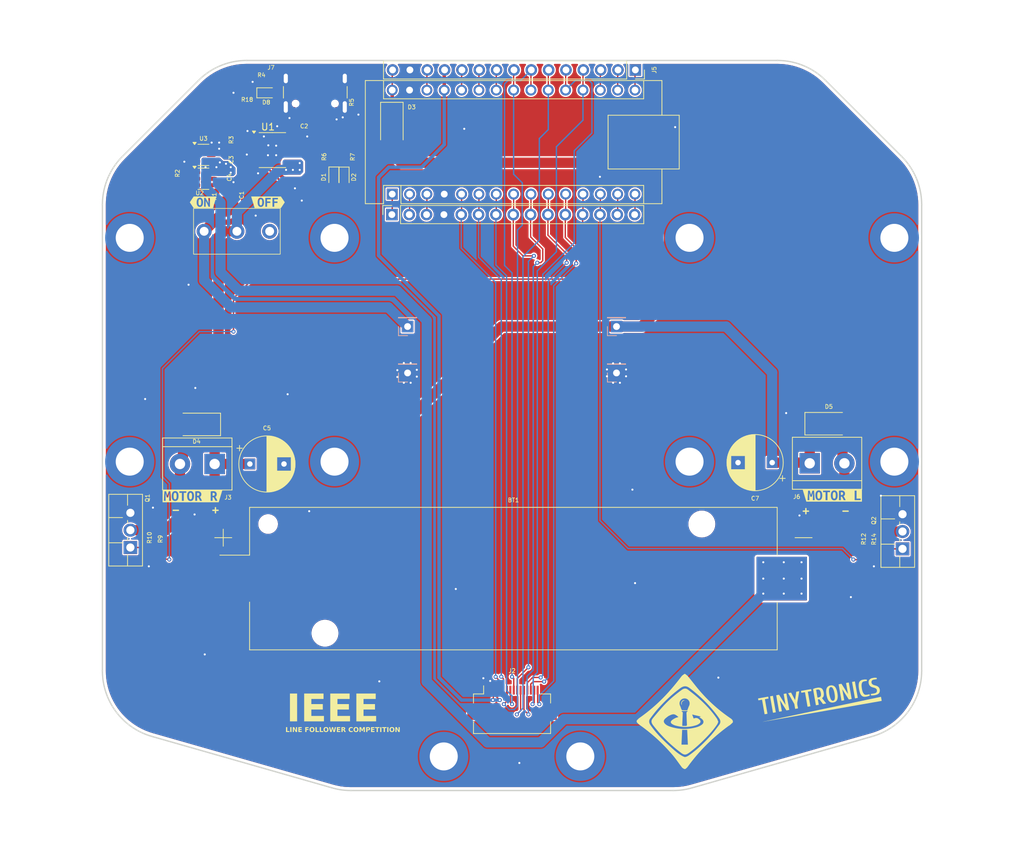
<source format=kicad_pcb>
(kicad_pcb (version 20240108) (generator "pcbnew") (generator_version "8.0")
  (layers (0 "F.Cu" signal) (31 "B.Cu" signal) (34 "B.Paste" user) (35 "F.Paste" user) (36 "B.SilkS" user "B.Silkscreen") (37 "F.SilkS" user "F.Silkscreen") (38 "B.Mask" user) (39 "F.Mask" user) (44 "Edge.Cuts" user))
  (net 0 "")
  (net 1 "Net-(A1-3V3)")
  (net 2 "VBOOST")
  (net 3 "GND")
  (net 14 "/PWM_R")
  (net 15 "/PWM_L")
  (net 16 "/NANO_D1")
  (net 17 "/NANO_D0")
  (net 18 "/NANO_~{RST}_{1}")
  (net 19 "Net-(A1-VIN)")
  (net 20 "Net-(BT1-+)")
  (net 21 "Net-(BT1--)")
  (net 22 "VCC")
  (net 23 "Net-(U2-VCC)")
  (net 24 "/NANO_D11")
  (net 25 "/NANO_D12")
  (net 26 "/NANO_D13")
  (net 27 "/NANO_AREF")
  (net 28 "Net-(D1-K)")
  (net 29 "Net-(D2-K)")
  (net 30 "/NANO_A5")
  (net 31 "/NANO_A6")
  (net 32 "/NANO_A7")
  (net 33 "/NANO_~{RST}_{2}")
  (net 34 "+5V")
  (net 35 "/IR_7_D")
  (net 36 "VBUS")
  (net 37 "/IR_6_D")
  (net 38 "/IR_6_A")
  (net 39 "/IR_5_D")
  (net 40 "/IR_5_A")
  (net 41 "/IR_4_D")
  (net 42 "/IR_4_A")
  (net 43 "/IR_3_D")
  (net 44 "/IR_3_A")
  (net 45 "/IR_2_D")
  (net 46 "/IR_2_A")
  (net 47 "/IR_1_D")
  (net 48 "Net-(D5-A)")
  (net 49 "Net-(Q1-G)")
  (net 50 "Net-(Q2-G)")
  (net 51 "Net-(U1-PROG)")
  (net 52 "Net-(U2-CS)")
  (net 53 "/STDBY")
  (net 54 "/CHRG")
  (net 56 "Net-(U2-OD)")
  (net 57 "Net-(U2-OC)")
  (net 69 "Net-(D4-A)")
  (net 75 "Net-(J7-CC1)")
  (net 77 "Net-(J7-CC2)")
  (net 78 "Net-(D8-K)")
  (footprint "Module:Arduino_Nano" (layer "F.Cu") (at 132.45 58.448 90)
    (property "Reference" "A1" (hide yes))
    (property "Value" "Arduino Nano")
  )
  (footprint "Resistor_SMD:R_0603_1608Metric" (layer "F.Cu") (at 203 111.225 -90)
    (property "Reference" "R14")
    (property "Value" "10k")
  )
  (footprint "kibuzzard-666C7E77" (layer "F.Cu") (at 103.2 102.7)
    (property "Reference" "kibuzzard-666C7E77" (hide yes))
    (property "Value" "G***" (hide yes))
  )
  (footprint "LED_SMD:LED_0603_1608Metric" (layer "F.Cu") (at 125.4 55.975 -90)
    (property "Reference" "D2")
    (property "Value" "LED")
  )
  (footprint "TerminalBlock:TerminalBlock_bornier-2_P5.08mm" (layer "F.Cu") (at 106.44 98 180)
    (property "Reference" "J3")
    (property "Value" "Motor")
  )
  (footprint "Resistor_SMD:R_0603_1608Metric" (layer "F.Cu") (at 125.4 52.975 90)
    (property "Reference" "R7")
    (property "Value" "1k2")
  )
  (footprint "Connector_PinSocket_2.54mm:PinSocket_1x15_P2.54mm_Vertical" (layer "F.Cu") (at 168.06 40.25 -90)
    (property "Reference" "J5")
    (property "Value" "Row 2")
  )
  (footprint "Battery:BatteryHolder_Keystone_1042_1x18650" (layer "F.Cu") (at 150.2 114.8)
    (property "Reference" "BT1")
    (property "Value" "18650")
  )
  (footprint "Capacitor_SMD:C_0603_1608Metric" (layer "F.Cu") (at 109.2 58.6 90)
    (property "Reference" "C1")
    (property "Value" "10u")
  )
  (footprint "Resistor_SMD:R_0603_1608Metric" (layer "F.Cu") (at 107.7 58.6 90)
    (property "Reference" "R1")
    (property "Value" "100")
  )
  (footprint "Capacitor_THT:CP_Radial_D8.0mm_P5.00mm" (layer "F.Cu") (at 111.597349 98)
    (property "Reference" "C5")
    (property "Value" "220u")
  )
  (footprint "Package_TO_SOT_SMD:SOT-23-6" (layer "F.Cu") (at 104.8 52.7)
    (property "Reference" "U3")
    (property "Value" "FS8205A")
  )
  (footprint "Resistor_SMD:R_0603_1608Metric" (layer "F.Cu") (at 113.9 42 180)
    (property "Reference" "R4")
    (property "Value" "5.1k")
  )
  (footprint "ImportedLibrary:SS12D10G5_SlideSwitch" (layer "F.Cu") (at 109.7 63.9 180)
    (property "Reference" "SW1" (hide yes))
    (property "Value" "SS12D10G5")
  )
  (footprint "Connector_PinSocket_2.54mm:PinSocket_1x15_P2.54mm_Vertical" (layer "F.Cu") (at 132.4 61.45 90)
    (property "Reference" "J4" (hide yes))
    (property "Value" "Row 2")
  )
  (footprint "Resistor_SMD:R_0603_1608Metric" (layer "F.Cu") (at 123.9 52.975 90)
    (property "Reference" "R6")
    (property "Value" "1k2")
  )
  (footprint "kibuzzard-666C76A4" (layer "F.Cu") (at 104.75 59.65)
    (property "Reference" "kibuzzard-666C76A4" (hide yes))
    (property "Value" "G***" (hide yes))
  )
  (footprint "Package_TO_SOT_THT:TO-220F-3_Vertical" (layer "F.Cu") (at 207.195 110.44 90)
    (property "Reference" "Q2")
    (property "Value" "IRF540")
  )
  (footprint "Capacitor_THT:CP_Radial_D8.0mm_P5.00mm" (layer "F.Cu") (at 188.102651 97.8 180)
    (property "Reference" "C7")
    (property "Value" "220u")
  )
  (footprint "Resistor_SMD:R_0603_1608Metric" (layer "F.Cu") (at 98.47 111.125 -90)
    (property "Reference" "R9")
    (property "Value" "100")
  )
  (footprint "Capacitor_SMD:C_0603_1608Metric" (layer "F.Cu") (at 110.3 53.4 90)
    (property "Reference" "C3")
    (property "Value" "100n")
  )
  (footprint "Package_TO_SOT_THT:TO-220F-3_Vertical" (layer "F.Cu") (at 94.095 110.24 90)
    (property "Reference" "Q1")
    (property "Value" "IRF540")
  )
  (footprint "LED_SMD:LED_0603_1608Metric" (layer "F.Cu") (at 123.9 55.9625 -90)
    (property "Reference" "D1")
    (property "Value" "LED")
  )
  (footprint "Package_TO_SOT_SMD:SOT-23-6" (layer "F.Cu") (at 104.8 56.2)
    (property "Reference" "U2")
    (property "Value" "DW01A")
  )
  (footprint "Diode_SMD:D_SMA" (layer "F.Cu") (at 132.4 48.5 -90)
    (property "Reference" "D3")
    (property "Value" "D_Schottky")
  )
  (footprint "Resistor_SMD:R_0603_1608Metric" (layer "F.Cu") (at 96.895 111.125 -90)
    (property "Reference" "R10")
    (property "Value" "10k")
  )
  (footprint "Capacitor_SMD:C_0603_1608Metric" (layer "F.Cu") (at 107.7 55.7 90)
    (property "Reference" "C4")
    (property "Value" "100n")
  )
  (footprint "Resistor_SMD:R_0603_1608Metric" (layer "F.Cu") (at 201.5 111.2 -90)
    (property "Reference" "R12")
    (property "Value" "100")
  )
  (footprint "Capacitor_SMD:C_0603_1608Metric" (layer "F.Cu") (at 117.4 48.5 180)
    (property "Reference" "C2")
    (property "Value" "100n")
  )
  (footprint "Diode_SMD:D_SMA" (layer "F.Cu") (at 196.4 92.1)
    (property "Reference" "D5")
    (property "Value" "D_Schottky")
  )
  (footprint "Connector_FFC-FPC:Hirose_FH12-16S-0.5SH_1x16-1MP_P0.50mm_Horizontal" (layer "F.Cu") (at 150 133)
    (property "Reference" "J2")
    (property "Value" "FFC Connector")
  )
  (footprint "kibuzzard-666C7E6A" (layer "F.Cu") (at 196.9 102.6)
    (property "Reference" "kibuzzard-666C7E6A" (hide yes))
    (property "Value" "G***" (hide yes))
  )
  (footprint "TerminalBlock:TerminalBlock_bornier-2_P5.08mm" (layer "F.Cu") (at 193.6 97.9)
    (property "Reference" "J6")
    (property "Value" "Motor")
  )
  (footprint "Resistor_SMD:R_0603_1608Metric" (layer "F.Cu") (at 111 43.6)
    (property "Reference" "R18")
    (property "Value" "1k2")
  )
  (footprint "kibuzzard-666C76B2" (layer "F.Cu") (at 114.25 59.65)
    (property "Reference" "kibuzzard-666C76B2" (hide yes))
    (property "Value" "G***" (hide yes))
  )
  (footprint "Resistor_SMD:R_0603_1608Metric" (layer "F.Cu") (at 102 55.4 -90)
    (property "Reference" "R2")
    (property "Value" "1k")
  )
  (footprint "LED_SMD:LED_0603_1608Metric" (layer "F.Cu") (at 114.1 43.6)
    (property "Reference" "D8")
    (property "Value" "LED")
  )
  (footprint "Resistor_SMD:R_0603_1608Metric" (layer "F.Cu") (at 110.3 50.5 90)
    (property "Reference" "R3")
    (property "Value" "1k2")
  )
  (footprint "Connector_USB:USB_C_Receptacle_GCT_USB4105-xx-A_16P_TopMnt_Horizontal" (layer "F.Cu") (at 121.18 42.575 180)
    (property "Reference" "J7")
    (property "Value" "USB_C_Receptacle_USB2.0_16P")
  )
  (footprint "Diode_SMD:D_SMA" (layer "F.Cu") (at 103.8 92.2 180)
    (property "Reference" "D4")
    (property "Value" "D_Schottky")
  )
  (footprint "Package_SO:Infineon_PG-DSO-8-27_3.9x4.9mm_EP2.65x3mm" (layer "F.Cu") (at 114.9 52)
    (property "Reference" "U1")
    (property "Value" "TP4056")
  )
  (footprint "Resistor_SMD:R_0603_1608Metric" (layer "F.Cu") (at 127.5 45 -90)
    (property "Reference" "R5")
    (property "Value" "5.1k")
  )
  (footprint "ImportedLibrary:MountingHole_Soldernut_M3" (layer "B.Cu") (at 176 64.857864 180)
    (property "Reference" "H6" (hide yes))
    (property "Value" "M3")
  )
  (footprint "ImportedLibrary:MountingHole_Soldernut_M3" (layer "B.Cu") (at 94 97.657864 180)
    (property "Reference" "H5" (hide yes))
    (property "Value" "M3")
  )
  (footprint "ImportedLibrary:MountingHole_Soldernut_M3" (layer "B.Cu") (at 206 97.657864 180)
    (property "Reference" "H3" (hide yes))
    (property "Value" "M3")
  )
  (footprint "Connector_PinHeader_2.54mm:PinHeader_1x01_P2.54mm_Vertical" (layer "B.Cu") (at 165.3 84.657864)
    (property "Reference" "J104" (hide yes))
    (property "Value" "Conn_01x01_Pin")
  )
  (footprint "Connector_PinHeader_2.54mm:PinHeader_1x01_P2.54mm_Vertical" (layer "B.Cu") (at 134.7 84.657864)
    (property "Reference" "J102" (hide yes))
    (property "Value" "Conn_01x01_Pin")
  )
  (footprint "ImportedLibrary:MountingHole_Soldernut_M3" (layer "B.Cu") (at 140 140.857864 180)
    (property "Reference" "H9" (hide yes))
    (property "Value" "M3")
  )
  (footprint "ImportedLibrary:MountingHole_Soldernut_M3" (layer "B.Cu") (at 160 140.857864 180)
    (property "Reference" "H10" (hide yes))
    (property "Value" "M3")
  )
  (footprint "Connector_PinHeader_2.54mm:PinHeader_1x01_P2.54mm_Vertical" (layer "B.Cu") (at 165.3 77.857864)
    (property "Reference" "J103" (hide yes))
    (property "Value" "Conn_01x01_Pin")
  )
  (footprint "ImportedLibrary:MountingHole_Soldernut_M3" (layer "B.Cu") (at 124 97.657864 180)
    (property "Reference" "H4" (hide yes))
    (property "Value" "M3")
  )
  (footprint "ImportedLibrary:MountingHole_Soldernut_M3" (layer "B.Cu") (at 176 97.657864 180)
    (property "Reference" "H8" (hide yes))
    (property "Value" "M3")
  )
  (footprint "ImportedLibrary:MountingHole_Soldernut_M3" (layer "B.Cu") (at 94 64.857864 180)
    (property "Reference" "H2" (hide yes))
    (property "Value" "M3")
  )
  (footprint "ImportedLibrary:MountingHole_Soldernut_M3" (layer "B.Cu") (at 206 64.857864 180)
    (property "Reference" "H1" (hide yes))
    (property "Value" "M3")
  )
  (footprint "Connector_PinHeader_2.54mm:PinHeader_1x01_P2.54mm_Vertical" (layer "B.Cu") (at 134.7 77.857864)
    (property "Reference" "J101" (hide yes))
    (property "Value" "Conn_01x01_Pin")
  )
  (footprint "ImportedLibrary:MountingHole_Soldernut_M3" (layer "B.Cu") (at 124 64.857864 180)
    (property "Reference" "H7" (hide yes))
    (property "Value" "M3")
  )
  (gr_poly (pts (xy 175.199321 132.621373) (xy 175.217614 132.622213) (xy 175.236222 132.623801) (xy 175.255145 132.626141) (xy 175.274383 132.629237) (xy 175.293934 132.633093) (xy 175.313799 132.637711) (xy 175.27892 132.646261) (xy 175.245344 132.655612) (xy 175.213077 132.665769) (xy 175.182122 132.676738) (xy 175.152485 132.688525) (xy 175.124171 132.701134) (xy 175.097184 132.714573) (xy 175.071529 132.728846) (xy 175.047211 132.743959) (xy 175.024234 132.759918) (xy 175.002605 132.776729) (xy 174.982326 132.794396) (xy 174.963403 132.812927) (xy 174.945842 132.832326) (xy 174.929646 132.852599) (xy 174.91482 132.873752) (xy 174.90137 132.895791) (xy 174.8893 132.918721) (xy 174.878615 132.942548) (xy 174.869319 132.967277) (xy 174.861418 132.992914) (xy 174.854916 133.019466) (xy 174.849818 133.046936) (xy 174.846129 133.075332) (xy 174.843853 133.104659) (xy 174.842996 133.134923) (xy 174.843562 133.166129) (xy 174.845556 133.198282) (xy 174.848983 133.231389) (xy 174.853848 133.265456) (xy 174.860155 133.300487) (xy 174.867909 133.336489) (xy 174.854883 133.321387) (xy 174.842817 133.306278) (xy 174.831695 133.291162) (xy 174.821497 133.276041) (xy 174.812205 133.260913) (xy 174.803801 133.245779) (xy 174.796265 133.230639) (xy 174.78958 133.215494) (xy 174.783727 133.200343) (xy 174.778687 133.185188) (xy 174.774442 133.170027) (xy 174.770973 133.154862) (xy 174.768263 133.139692) (xy 174.766292 133.124518) (xy 174.765041 133.109339) (xy 174.764494 133.094157) (xy 174.76463 133.078971) (xy 174.765431 133.063781) (xy 174.768956 133.033393) (xy 174.774921 133.002992) (xy 174.783178 132.972582) (xy 174.793578 132.942163) (xy 174.805973 132.911737) (xy 174.820217 132.881307) (xy 174.836159 132.850873) (xy 174.846065 132.833475) (xy 174.8563 132.816735) (xy 174.866863 132.800656) (xy 174.877755 132.785241) (xy 174.888974 132.770495) (xy 174.900521 132.756421) (xy 174.912394 132.743021) (xy 174.924593 132.730301) (xy 174.937117 132.718262) (xy 174.949967 132.706909) (xy 174.963141 132.696246) (xy 174.976638 132.686275) (xy 174.99046 132.677) (xy 175.004604 132.668425) (xy 175.01907 132.660553) (xy 175.033858 132.653388) (xy 175.048967 132.646932) (xy 175.064398 132.641191) (xy 175.080148 132.636167) (xy 175.096218 132.631863) (xy 175.112607 132.628284) (xy 175.129315 132.625432) (xy 175.14634 132.623312) (xy 175.163684 132.621926) (xy 175.181344 132.621279)) (stroke (width -0.000001)) (fill solid) (layer "F.SilkS"))
  (gr_poly (pts (xy 201.679433 129.569451) (xy 201.678817 129.572214) (xy 201.678378 129.574716) (xy 201.678109 129.57697) (xy 201.677999 129.578987) (xy 201.678042 129.580779) (xy 201.678229 129.582356) (xy 201.67855 129.58373) (xy 201.678999 129.584913) (xy 201.679563 129.585915) (xy 201.680237 129.586748) (xy 201.681012 129.587423) (xy 201.681878 129.587953) (xy 201.682827 129.588346) (xy 201.683851 129.588616) (xy 201.684941 129.588775) (xy 201.686089 129.588831) (xy 201.687284 129.588798) (xy 201.68852 129.588686) (xy 201.691078 129.588272) (xy 201.693692 129.58768) (xy 201.696296 129.587001) (xy 201.701191 129.585741) (xy 201.703345 129.585342) (xy 201.704318 129.58524) (xy 201.705212 129.585218) (xy 201.75536 129.586364) (xy 201.805522 129.587075) (xy 201.905835 129.587562) (xy 201.911769 129.587699) (xy 201.917391 129.588095) (xy 201.922696 129.588776) (xy 201.927677 129.589766) (xy 201.930046 129.590385) (xy 201.932332 129.59109) (xy 201.934533 129.591885) (xy 201.936652 129.592771) (xy 201.938684 129.593754) (xy 201.940632 129.594837) (xy 201.942492 129.59602) (xy 201.944266 129.597309) (xy 201.945952 129.598705) (xy 201.94755 129.600214) (xy 201.949059 129.601835) (xy 201.950479 129.603574) (xy 201.951807 129.605434) (xy 201.953045 129.607417) (xy 201.95419 129.609526) (xy 201.955243 129.611765) (xy 201.956203 129.614137) (xy 201.957068 129.616645) (xy 201.957839 129.61929) (xy 201.958516 129.622078) (xy 201.959095 129.625011) (xy 201.959578 129.628092) (xy 201.959964 129.631324) (xy 201.960252 129.634709) (xy 201.961248 129.643965) (xy 201.962857 129.65339) (xy 201.964948 129.662938) (xy 201.967387 129.672562) (xy 201.978021 129.710886) (xy 201.980243 129.72019) (xy 201.982027 129.729289) (xy 201.983243 129.738137) (xy 201.983759 129.746689) (xy 201.983713 129.750837) (xy 201.983444 129.754894) (xy 201.982933 129.758853) (xy 201.982166 129.762708) (xy 201.981126 129.766454) (xy 201.979796 129.770085) (xy 201.97816 129.773594) (xy 201.976201 129.776976) (xy 201.9739 129.780216) (xy 201.971352 129.783191) (xy 201.96857 129.785913) (xy 201.965566 129.788395) (xy 201.96235 129.790651) (xy 201.958936 129.792692) (xy 201.955333 129.79453) (xy 201.951555 129.796179) (xy 201.947613 129.797649) (xy 201.943517 129.798955) (xy 201.934914 129.801121) (xy 201.925838 129.802776) (xy 201.916382 129.804019) (xy 201.90664 129.804951) (xy 201.896705 129.805669) (xy 201.876622 129.806866) (xy 201.866661 129.807544) (xy 201.856877 129.808407) (xy 201.847363 129.809554) (xy 201.838212 129.811087) (xy 201.773232 129.823339) (xy 201.708131 129.834897) (xy 201.577844 129.857534) (xy 201.543835 129.864589) (xy 201.511443 129.873393) (xy 201.480667 129.883948) (xy 201.451508 129.896253) (xy 201.423966 129.910307) (xy 201.39804 129.926112) (xy 201.373731 129.943667) (xy 201.351039 129.962973) (xy 201.329963 129.984028) (xy 201.310503 130.006833) (xy 201.29266 130.031389) (xy 201.276434 130.057694) (xy 201.261825 130.085749) (xy 201.248832 130.115555) (xy 201.237456 130.147111) (xy 201.227696 130.180417) (xy 201.221075 130.207319) (xy 201.215286 130.234276) (xy 201.210297 130.261285) (xy 201.206073 130.28834) (xy 201.202579 130.315441) (xy 201.199783 130.34258) (xy 201.19765 130.369755) (xy 201.196147 130.396962) (xy 201.19524 130.424198) (xy 201.194894 130.45146) (xy 201.195753 130.50604) (xy 201.198452 130.560673) (xy 201.202721 130.615329) (xy 201.213018 130.716623) (xy 201.225663 130.817453) (xy 201.240989 130.917742) (xy 201.259326 131.017413) (xy 201.281006 131.116389) (xy 201.306362 131.214593) (xy 201.335724 131.311946) (xy 201.35201 131.36028) (xy 201.369423 131.408373) (xy 201.380627 131.437286) (xy 201.392667 131.465841) (xy 201.405537 131.494017) (xy 201.419224 131.521798) (xy 201.433721 131.549164) (xy 201.449018 131.5761) (xy 201.465106 131.602586) (xy 201.481977 131.628605) (xy 201.492353 131.643513) (xy 201.502987 131.657824) (xy 201.513876 131.671538) (xy 201.525018 131.684657) (xy 201.536413 131.697185) (xy 201.548059 131.709123) (xy 201.559954 131.720475) (xy 201.572099 131.731242) (xy 201.58449 131.741427) (xy 201.597127 131.751033) (xy 201.610007 131.760063) (xy 201.623132 131.768516) (xy 201.636497 131.776399) (xy 201.650103 131.78371) (xy 201.663947 131.790456) (xy 201.67803 131.796636) (xy 201.692348 131.802253) (xy 201.706901 131.807312) (xy 201.721687 131.811812) (xy 201.736705 131.815757) (xy 201.751955 131.81915) (xy 201.767434 131.821992) (xy 201.78314 131.824287) (xy 201.799073 131.826037) (xy 201.815232 131.827243) (xy 201.831614 131.82791) (xy 201.848219 131.828038) (xy 201.865045 131.827631) (xy 201.899356 131.82522) (xy 201.934533 131.820696) (xy 202.031092 131.804963) (xy 202.127514 131.788226) (xy 202.223784 131.77063) (xy 202.319886 131.752318) (xy 202.3264 131.751169) (xy 202.332461 131.75036) (xy 202.338079 131.749918) (xy 202.34326 131.749869) (xy 202.34569 131.750001) (xy 202.348013 131.750241) (xy 202.350231 131.750593) (xy 202.352344 131.75106) (xy 202.354353 131.751647) (xy 202.35626 131.752355) (xy 202.358066 131.753189) (xy 202.359771 131.754152) (xy 202.361376 131.755246) (xy 202.362882 131.756477) (xy 202.364291 131.757846) (xy 202.365602 131.759357) (xy 202.366816 131.761014) (xy 202.367937 131.76282) (xy 202.368963 131.76478) (xy 202.369895 131.766894) (xy 202.370735 131.769168) (xy 202.371484 131.771605) (xy 202.372142 131.774207) (xy 202.372711 131.776978) (xy 202.373191 131.779924) (xy 202.373583 131.783044) (xy 202.374108 131.789827) (xy 202.375085 131.798351) (xy 202.376191 131.806858) (xy 202.377424 131.815346) (xy 202.378784 131.823814) (xy 202.380271 131.83226) (xy 202.381887 131.840685) (xy 202.383628 131.849084) (xy 202.385495 131.857458) (xy 202.39033 131.885724) (xy 202.392003 131.897328) (xy 202.393054 131.907466) (xy 202.393317 131.912038) (xy 202.393389 131.916306) (xy 202.393258 131.920291) (xy 202.392913 131.924012) (xy 202.39234 131.927491) (xy 202.391531 131.93075) (xy 202.390471 131.933809) (xy 202.389149 131.936687) (xy 202.387554 131.939407) (xy 202.385673 131.941988) (xy 202.383495 131.944452) (xy 202.381009 131.94682) (xy 202.3782 131.949111) (xy 202.375059 131.951348) (xy 202.371575 131.953549) (xy 202.367733 131.955736) (xy 202.358936 131.960154) (xy 202.34857 131.964765) (xy 202.322762 131.975233) (xy 202.248643 132.003618) (xy 202.17358 132.029131) (xy 202.097656 132.051753) (xy 202.020954 132.071465) (xy 201.943557 132.088246) (xy 201.865551 132.102077) (xy 201.787017 132.112937) (xy 201.708042 132.120807) (xy 201.654723 132.123086) (xy 201.603255 132.122008) (xy 201.553623 132.117603) (xy 201.50581 132.109897) (xy 201.459803 132.098917) (xy 201.415582 132.08469) (xy 201.373136 132.067244) (xy 201.332447 132.046604) (xy 201.293499 132.022799) (xy 201.256276 131.995854) (xy 201.220763 131.965799) (xy 201.186946 131.932658) (xy 201.154806 131.89646) (xy 201.12433 131.857231) (xy 201.0955 131.814997) (xy 201.068301 131.769788) (xy 201.050386 131.737115) (xy 201.033385 131.704115) (xy 201.01726 131.670801) (xy 201.001974 131.637187) (xy 200.987489 131.603287) (xy 200.973768 131.569114) (xy 200.948461 131.500009) (xy 200.925753 131.429981) (xy 200.90534 131.359145) (xy 200.88692 131.287609) (xy 200.870191 131.215484) (xy 200.846183 131.103019) (xy 200.82439 130.990303) (xy 200.805489 130.877277) (xy 200.790157 130.763879) (xy 200.779072 130.65005) (xy 200.775333 130.592955) (xy 200.772909 130.535729) (xy 200.771885 130.478366) (xy 200.772347 130.420857) (xy 200.774377 130.363195) (xy 200.778061 130.305372) (xy 200.782309 130.260612) (xy 200.788126 130.216191) (xy 200.791683 130.194127) (xy 200.795704 130.17217) (xy 200.800212 130.150328) (xy 200.805233 130.128609) (xy 200.810789 130.107019) (xy 200.816904 130.085567) (xy 200.823603 130.064258) (xy 200.830908 130.043103) (xy 200.838844 130.022106) (xy 200.847434 130.001277) (xy 200.856703 129.980623) (xy 200.866674 129.960149) (xy 200.878296 129.938055) (xy 200.890843 129.916574) (xy 200.904289 129.895731) (xy 200.918607 129.87555) (xy 200.933773 129.856056) (xy 200.949757 129.837273) (xy 200.966535 129.819229) (xy 200.984081 129.801944) (xy 201.002368 129.785446) (xy 201.02137 129.769759) (xy 201.04106 129.754907) (xy 201.061413 129.740917) (xy 201.082402 129.727811) (xy 201.104001 129.715615) (xy 201.126183 129.704354) (xy 201.148923 129.694053) (xy 201.152738 129.692425) (xy 201.156626 129.690908) (xy 201.16455 129.68807) (xy 201.172539 129.685275) (xy 201.17651 129.683813) (xy 201.18044 129.682263) (xy 201.184311 129.680591) (xy 201.1881 129.678767) (xy 201.191793 129.676758) (xy 201.195367 129.674529) (xy 201.198803 129.672049) (xy 201.202084 129.669284) (xy 201.203661 129.667784) (xy 201.20519 129.666202) (xy 201.206671 129.664531) (xy 201.208101 129.662769) (xy 201.208271 129.662496) (xy 201.208431 129.662219) (xy 201.208578 129.661935) (xy 201.208712 129.661646) (xy 201.208836 129.661353) (xy 201.208948 129.661055) (xy 201.209049 129.660753) (xy 201.209136 129.660448) (xy 201.209211 129.660139) (xy 201.209275 129.659829) (xy 201.209327 129.659515) (xy 201.209365 129.659198) (xy 201.209392 129.658881) (xy 201.209405 129.658562) (xy 201.209406 129.658242) (xy 201.209395 129.65792) (xy 201.208249 129.657362) (xy 201.207094 129.656824) (xy 201.205931 129.656304) (xy 201.204759 129.655803) (xy 201.20358 129.655321) (xy 201.202393 129.654858) (xy 201.201197 129.654414) (xy 201.199996 129.653989)) (fill solid) (layer "F.SilkS"))
  (gr_poly (pts (xy 187.4635 132.107256) (xy 187.472067 132.106144) (xy 187.480032 132.105495) (xy 187.487403 132.10536) (xy 187.490871 132.105501) (xy 187.494194 132.105789) (xy 187.497374 132.106231) (xy 187.500413 132.106832) (xy 187.503311 132.1076) (xy 187.50607 132.108541) (xy 187.508693 132.10966) (xy 187.511178 132.110966) (xy 187.513529 132.112462) (xy 187.515746 132.114157) (xy 187.51783 132.116056) (xy 187.519784 132.118165) (xy 187.521608 132.120491) (xy 187.523303 132.12304) (xy 187.524872 132.125819) (xy 187.526315 132.128834) (xy 187.527632 132.132091) (xy 187.528827 132.135597) (xy 187.529901 132.139358) (xy 187.530854 132.143379) (xy 187.531687 132.147668) (xy 187.532402 132.152231) (xy 187.533484 132.162203) (xy 187.535591 132.182575) (xy 187.5381 132.202895) (xy 187.541013 132.223158) (xy 187.544328 132.243356) (xy 187.548044 132.263485) (xy 187.552158 132.283537) (xy 187.556673 132.303508) (xy 187.561584 132.323391) (xy 187.562509 132.327449) (xy 187.563276 132.331335) (xy 187.563887 132.335052) (xy 187.564341 132.338605) (xy 187.564639 132.342) (xy 187.564781 132.345238) (xy 187.564766 132.348325) (xy 187.564596 132.351264) (xy 187.564271 132.35406) (xy 187.563789 132.356718) (xy 187.563152 132.35924) (xy 187.562359 132.361632) (xy 187.561412 132.363897) (xy 187.560309 132.366039) (xy 187.559053 132.368064) (xy 187.55764 132.369974) (xy 187.556074 132.371774) (xy 187.554354 132.373468) (xy 187.552479 132.375061) (xy 187.550451 132.376556) (xy 187.548268 132.377957) (xy 187.545931 132.379269) (xy 187.543443 132.380496) (xy 187.540799 132.381641) (xy 187.538003 132.382711) (xy 187.535054 132.383707) (xy 187.528697 132.385497) (xy 187.521729 132.387047) (xy 187.514153 132.388389) (xy 187.411149 132.405854) (xy 187.308303 132.424269) (xy 187.205423 132.442387) (xy 187.102322 132.458964) (xy 187.092747 132.460596) (xy 187.084144 132.462525) (xy 187.080197 132.463611) (xy 187.076481 132.464782) (xy 187.072991 132.466044) (xy 187.069723 132.4674) (xy 187.066674 132.468853) (xy 187.063837 132.470408) (xy 187.061212 132.472068) (xy 187.058791 132.473838) (xy 187.056573 132.475721) (xy 187.05455 132.477722) (xy 187.052722 132.479844) (xy 187.051082 132.48209) (xy 187.049627 132.484465) (xy 187.048351 132.486974) (xy 187.047252 132.489619) (xy 187.046325 132.492405) (xy 187.045566 132.495336) (xy 187.04497 132.498415) (xy 187.044535 132.501647) (xy 187.044254 132.505034) (xy 187.044124 132.508582) (xy 187.044141 132.512294) (xy 187.044598 132.520227) (xy 187.045593 132.528862) (xy 187.047092 132.538232) (xy 187.398616 134.525733) (xy 187.400837 134.538723) (xy 187.402973 134.551737) (xy 187.407266 134.577834) (xy 187.407573 134.579819) (xy 187.407806 134.581744) (xy 187.407964 134.58361) (xy 187.408048 134.585418) (xy 187.408057 134.587168) (xy 187.407992 134.588861) (xy 187.407851 134.590497) (xy 187.407637 134.592076) (xy 187.407348 134.593599) (xy 187.406985 134.595068) (xy 187.406548 134.59648) (xy 187.406036 134.597838) (xy 187.40545 134.599142) (xy 187.404789 134.600393) (xy 187.404055 134.60159) (xy 187.403247 134.602735) (xy 187.402364 134.603828) (xy 187.401408 134.60487) (xy 187.400378 134.60586) (xy 187.399273 134.606799) (xy 187.398095 134.607688) (xy 187.396843 134.608527) (xy 187.395517 134.609317) (xy 187.394118 134.61006) (xy 187.392645 134.610753) (xy 187.391097 134.611398) (xy 187.389477 134.611997) (xy 187.387783 134.612548) (xy 187.386015 134.613053) (xy 187.384174 134.613513) (xy 187.380273 134.614295) (xy 187.02601 134.676761) (xy 187.022026 134.677342) (xy 187.020124 134.677524) (xy 187.01828 134.677634) (xy 187.016496 134.677672) (xy 187.014768 134.677638) (xy 187.013099 134.677532) (xy 187.011486 134.677353) (xy 187.00993 134.677102) (xy 187.008429 134.676778) (xy 187.006984 134.676381) (xy 187.005594 134.675912) (xy 187.004259 134.675371) (xy 187.002979 134.674756) (xy 187.001751 134.674068) (xy 187.000577 134.673307) (xy 186.999455 134.672473) (xy 186.998385 134.671565) (xy 186.997366 134.670585) (xy 186.9964 134.669531) (xy 186.995483 134.668403) (xy 186.994617 134.667201) (xy 186.9938 134.665927) (xy 186.993032 134.664578) (xy 186.992313 134.663155) (xy 186.991643 134.661658) (xy 186.99102 134.660087) (xy 186.990445 134.658442) (xy 186.989915 134.656723) (xy 186.989433 134.654928) (xy 186.988604 134.651117) (xy 186.983762 134.625105) (xy 186.978998 134.599079) (xy 186.630268 132.62194) (xy 186.625689 132.596878) (xy 186.623537 132.586786) (xy 186.621301 132.578196) (xy 186.620109 132.574438) (xy 186.618847 132.571021) (xy 186.617499 132.567936) (xy 186.616047 132.565169) (xy 186.614475 132.562709) (xy 186.612766 132.560547) (xy 186.610905 132.558671) (xy 186.608875 132.557067) (xy 186.606658 132.555728) (xy 186.604241 132.554638) (xy 186.601604 132.553789) (xy 186.598732 132.553168) (xy 186.595608 132.552764) (xy 186.592216 132.552566) (xy 186.58854 132.552564) (xy 186.584563 132.552744) (xy 186.575639 132.553608) (xy 186.565314 132.555069) (xy 186.539933 132.559417) (xy 186.081807 132.641702) (xy 186.032261 132.36071) (xy 187.45432 132.108781)) (fill solid) (layer "F.SilkS"))
  (gr_poly (pts (xy 196.801542 130.4313) (xy 196.800928 130.433036) (xy 196.800458 130.434635) (xy 196.800129 130.436102) (xy 196.799931 130.437443) (xy 196.799858 130.438663) (xy 196.799903 130.439768) (xy 196.80006 130.440763) (xy 196.800323 130.441654) (xy 196.800683 130.442445) (xy 196.801134 130.443145) (xy 196.801671 130.443756) (xy 196.802285 130.444284) (xy 196.80297 130.444736) (xy 196.803719 130.445117) (xy 196.804526 130.445431) (xy 196.805383 130.445685) (xy 196.806286 130.445886) (xy 196.808193 130.446142) (xy 196.810197 130.446247) (xy 196.81224 130.446242) (xy 196.816234 130.446081) (xy 196.818075 130.446013) (xy 196.819741 130.446013) (xy 196.846629 130.447063) (xy 196.872906 130.449014) (xy 196.898582 130.451851) (xy 196.923666 130.455561) (xy 196.94817 130.460128) (xy 196.972102 130.465539) (xy 196.995473 130.471777) (xy 197.018292 130.478831) (xy 197.04057 130.486683) (xy 197.062316 130.495323) (xy 197.104252 130.514898) (xy 197.144178 130.537441) (xy 197.182175 130.562837) (xy 197.218321 130.59097) (xy 197.252694 130.621723) (xy 197.285375 130.654982) (xy 197.316442 130.690632) (xy 197.345973 130.728555) (xy 197.374047 130.768638) (xy 197.400745 130.810763) (xy 197.426144 130.854817) (xy 197.444012 130.888257) (xy 197.460995 130.922009) (xy 197.477121 130.956061) (xy 197.49242 130.990401) (xy 197.506921 131.025019) (xy 197.520655 131.059902) (xy 197.545937 131.130421) (xy 197.5685 131.201868) (xy 197.588582 131.274152) (xy 197.606418 131.347181) (xy 197.622243 131.420866) (xy 197.641022 131.516819) (xy 197.658345 131.612922) (xy 197.673559 131.709232) (xy 197.68601 131.80581) (xy 197.695041 131.902713) (xy 197.698071 131.951305) (xy 197.7 132) (xy 197.700747 132.048807) (xy 197.700231 132.097732) (xy 197.698369 132.146782) (xy 197.695079 132.195965) (xy 197.692121 132.230113) (xy 197.688246 132.264151) (xy 197.683456 132.29806) (xy 197.677755 132.331821) (xy 197.671148 132.365417) (xy 197.663634 132.398828) (xy 197.655221 132.432037) (xy 197.64591 132.465024) (xy 197.631956 132.506734) (xy 197.616216 132.546689) (xy 197.598681 132.584876) (xy 197.579338 132.621283) (xy 197.558179 132.655895) (xy 197.535192 132.688702) (xy 197.510368 132.719689) (xy 197.483697 132.748845) (xy 197.455168 132.776156) (xy 197.42477 132.801609) (xy 197.392493 132.825191) (xy 197.358328 132.84689) (xy 197.322265 132.866693) (xy 197.284292 132.884588) (xy 197.244398 132.90056) (xy 197.202575 132.914598) (xy 197.161039 132.926632) (xy 197.119569 132.93723) (xy 197.078184 132.946271) (xy 197.036898 132.953632) (xy 196.995729 132.959188) (xy 196.954692 132.962818) (xy 196.913805 132.964397) (xy 196.873083 132.963804) (xy 196.832544 132.960914) (xy 196.792202 132.955605) (xy 196.752076 132.947752) (xy 196.71218 132.937233) (xy 196.672531 132.923926) (xy 196.633147 132.907707) (xy 196.594043 132.888451) (xy 196.555236 132.866039) (xy 196.527379 132.847702) (xy 196.500855 132.828241) (xy 196.475605 132.807708) (xy 196.451575 132.786156) (xy 196.42871 132.763637) (xy 196.406951 132.740203) (xy 196.386245 132.715907) (xy 196.366536 132.690801) (xy 196.347767 132.664936) (xy 196.329883 132.638366) (xy 196.312828 132.611144) (xy 196.296546 132.58332) (xy 196.280982 132.554948) (xy 196.26608 132.52608) (xy 196.251782 132.496769) (xy 196.238036 132.467066) (xy 196.214566 132.412968) (xy 196.192803 132.358449) (xy 196.172663 132.303529) (xy 196.154061 132.24823) (xy 196.136912 132.192575) (xy 196.121133 132.136586) (xy 196.093349 132.02369) (xy 196.070035 131.90972) (xy 196.050779 131.796383) (xy 196.465067 131.723333) (xy 196.479211 131.802259) (xy 196.495395 131.880861) (xy 196.513558 131.959148) (xy 196.533634 132.037129) (xy 196.555564 132.114811) (xy 196.579287 132.192202) (xy 196.631857 132.346148) (xy 196.639163 132.365682) (xy 196.646844 132.385035) (xy 196.654919 132.404188) (xy 196.663406 132.423124) (xy 196.672327 132.441824) (xy 196.681701 132.460271) (xy 196.691548 132.478445) (xy 196.701887 132.496329) (xy 196.712739 132.513905) (xy 196.724123 132.531154) (xy 196.736059 132.548059) (xy 196.748567 132.564602) (xy 196.761666 132.580763) (xy 196.775377 132.596527) (xy 196.789719 132.611873) (xy 196.804711 132.626784) (xy 196.817557 132.63848) (xy 196.830688 132.649236) (xy 196.844076 132.659057) (xy 196.857692 132.667946) (xy 196.871507 132.675909) (xy 196.885493 132.682952) (xy 196.899622 132.689077) (xy 196.913863 132.694293) (xy 196.928189 132.698601) (xy 196.942573 132.702008) (xy 196.956984 132.704519) (xy 196.971393 132.706137) (xy 196.985774 132.70687) (xy 197.000097 132.706721) (xy 197.014333 132.705695) (xy 197.028454 132.703797) (xy 197.042431 132.701033) (xy 197.056236 132.697406) (xy 197.06984 132.692922) (xy 197.083214 132.687587) (xy 197.096331 132.681403) (xy 197.109161 132.674379) (xy 197.121675 132.666515) (xy 197.133845 132.657821) (xy 197.145644 132.648297) (xy 197.157041 132.637952) (xy 197.168009 132.626789) (xy 197.178518 132.614813) (xy 197.18854 132.60203) (xy 197.198047 132.588443) (xy 197.207011 132.574058) (xy 197.215402 132.558881) (xy 197.220865 132.547576) (xy 197.22608 132.536166) (xy 197.231044 132.524655) (xy 197.235757 132.513047) (xy 197.240219 132.501344) (xy 197.244426 132.489553) (xy 197.248378 132.477678) (xy 197.252075 132.465722) (xy 197.255514 132.453689) (xy 197.258695 132.441584) (xy 197.261615 132.42941) (xy 197.264275 132.417172) (xy 197.266673 132.404875) (xy 197.268807 132.392521) (xy 197.270676 132.380116) (xy 197.27228 132.367664) (xy 197.277938 132.321677) (xy 197.28217 132.275739) (xy 197.285043 132.229823) (xy 197.286625 132.183903) (xy 197.286981 132.137951) (xy 197.286181 132.091939) (xy 197.28429 132.045841) (xy 197.281374 131.999628) (xy 197.27274 131.906754) (xy 197.260815 131.813097) (xy 197.246133 131.718439) (xy 197.229233 131.622563) (xy 197.219582 131.564737) (xy 197.208698 131.505812) (xy 197.196451 131.446024) (xy 197.18271 131.38561) (xy 197.167343 131.324808) (xy 197.15022 131.263854) (xy 197.131212 131.202985) (xy 197.110186 131.14244) (xy 197.092143 131.094199) (xy 197.073123 131.046435) (xy 197.05263 130.999445) (xy 197.041676 130.976336) (xy 197.03017 130.953533) (xy 197.018047 130.931074) (xy 197.005246 130.908996) (xy 196.991707 130.887337) (xy 196.977366 130.866135) (xy 196.962162 130.845428) (xy 196.946034 130.825252) (xy 196.928918 130.805644) (xy 196.910754 130.786645) (xy 196.89765 130.774211) (xy 196.884238 130.76277) (xy 196.87055 130.752315) (xy 196.856614 130.742843) (xy 196.842462 130.734348) (xy 196.828126 130.726826) (xy 196.813635 130.720271) (xy 196.799018 130.714678) (xy 196.78431 130.710042) (xy 196.769539 130.706359) (xy 196.754736 130.703622) (xy 196.73993 130.701828) (xy 196.725155 130.70097) (xy 196.710439 130.701046) (xy 196.695815 130.702047) (xy 196.681311 130.703972) (xy 196.666959 130.706814) (xy 196.652791 130.710567) (xy 196.638835 130.715227) (xy 196.625123 130.720791) (xy 196.611687 130.72725) (xy 196.598555 130.734601) (xy 196.585758 130.74284) (xy 196.573329 130.751961) (xy 196.561296 130.761959) (xy 196.549692 130.772829) (xy 196.538546 130.784566) (xy 196.52789 130.797164) (xy 196.517753 130.81062) (xy 196.508166 130.824927) (xy 196.499161 130.840082) (xy 196.490768 130.856078) (xy 196.484601 130.869252) (xy 196.478765 130.882558) (xy 196.473263 130.895991) (xy 196.468094 130.909545) (xy 196.463262 130.923213) (xy 196.458767 130.93699) (xy 196.454613 130.950868) (xy 196.450798 130.964841) (xy 196.447328 130.978903) (xy 196.444201 130.993049) (xy 196.441421 131.00727) (xy 196.438988 131.021562) (xy 196.436904 131.035917) (xy 196.435171 131.05033) (xy 196.433791 131.064794) (xy 196.432765 131.079303) (xy 196.428363 131.161112) (xy 196.426497 131.242531) (xy 196.427104 131.323569) (xy 196.430121 131.404234) (xy 196.435489 131.484535) (xy 196.443143 131.56448) (xy 196.453023 131.644076) (xy 196.465067 131.723333) (xy 196.050779 131.796383) (xy 196.050518 131.794849) (xy 196.034125 131.679255) (xy 196.020183 131.56311) (xy 196.013612 131.495326) (xy 196.009161 131.427556) (xy 196.007048 131.359824) (xy 196.007494 131.292155) (xy 196.008745 131.258353) (xy 196.010716 131.224577) (xy 196.013436 131.190829) (xy 196.016933 131.157114) (xy 196.021233 131.123434) (xy 196.026364 131.089792) (xy 196.032352 131.056192) (xy 196.039227 131.022637) (xy 196.049668 130.979397) (xy 196.061809 130.937484) (xy 196.075705 130.896943) (xy 196.09141 130.85782) (xy 196.108979 130.82016) (xy 196.128469 130.784006) (xy 196.149934 130.749406) (xy 196.17343 130.716405) (xy 196.199011 130.685047) (xy 196.226733 130.655378) (xy 196.256651 130.627442) (xy 196.28882 130.601286) (xy 196.323296 130.576953) (xy 196.360133 130.55449) (xy 196.399388 130.533943) (xy 196.441114 130.515355) (xy 196.442903 130.514668) (xy 196.444725 130.514028) (xy 196.44842 130.512806) (xy 196.450266 130.512186) (xy 196.452093 130.511533) (xy 196.453889 130.510828) (xy 196.45564 130.510053) (xy 196.457334 130.509186) (xy 196.458957 130.508209) (xy 196.459738 130.507674) (xy 196.460497 130.507103) (xy 196.461231 130.506496) (xy 196.46194 130.505849) (xy 196.462621 130.505159) (xy 196.463273 130.504426) (xy 196.463895 130.503645) (xy 196.464483 130.502815) (xy 196.465039 130.501932) (xy 196.465558 130.500997) (xy 196.466041 130.500004) (xy 196.466484 130.498952) (xy 196.46675 130.498283) (xy 196.467023 130.497529) (xy 196.467285 130.496738) (xy 196.467405 130.496345) (xy 196.467517 130.495962) (xy 196.467615 130.495595) (xy 196.467699 130.495251) (xy 196.467766 130.494934) (xy 196.467813 130.494653) (xy 196.467838 130.494412) (xy 196.467841 130.494218) (xy 196.467831 130.494141) (xy 196.467815 130.494079) (xy 196.467792 130.49403) (xy 196.467761 130.493998) (xy 196.466615 130.49344) (xy 196.46546 130.492902) (xy 196.464297 130.492382) (xy 196.463126 130.491881) (xy 196.461947 130.491399) (xy 196.460759 130.490936) (xy 196.459565 130.490492) (xy 196.458363 130.490067) (xy 196.802308 130.42942)) (fill solid) (layer "F.SilkS"))
  (gr_poly (pts (xy 187.855256 132.037977) (xy 187.893217 132.032629) (xy 187.931125 132.026857) (xy 188.006776 132.014162) (xy 188.082192 132.000138) (xy 188.157357 131.985032) (xy 188.165285 131.983579) (xy 188.168991 131.983056) (xy 188.172532 131.982671) (xy 188.175912 131.982425) (xy 188.179134 131.982318) (xy 188.182205 131.982351) (xy 188.185126 131.982525) (xy 188.187906 131.982843) (xy 188.190546 131.983303) (xy 188.193051 131.983908) (xy 188.195425 131.984658) (xy 188.197675 131.985555) (xy 188.199803 131.9866) (xy 188.201815 131.987792) (xy 188.203714 131.989135) (xy 188.205505 131.990629) (xy 188.207192 131.992274) (xy 188.208781 131.994071) (xy 188.210275 131.996022) (xy 188.211679 131.998128) (xy 188.212998 132.00039) (xy 188.214236 132.002809) (xy 188.215396 132.005384) (xy 188.216484 132.00812) (xy 188.217504 132.011015) (xy 188.21936 132.017289) (xy 188.220997 132.024214) (xy 188.222453 132.031799) (xy 188.41521 133.129858) (xy 188.627371 134.326373) (xy 188.628913 134.335711) (xy 188.629973 134.344337) (xy 188.630511 134.35228) (xy 188.630574 134.356003) (xy 188.630491 134.359565) (xy 188.63026 134.362969) (xy 188.629874 134.366219) (xy 188.62933 134.369318) (xy 188.628623 134.37227) (xy 188.627748 134.375076) (xy 188.626699 134.377742) (xy 188.625473 134.380269) (xy 188.624064 134.382663) (xy 188.622469 134.384925) (xy 188.620681 134.38706) (xy 188.618697 134.389071) (xy 188.616512 134.390961) (xy 188.61412 134.392733) (xy 188.611517 134.39439) (xy 188.608699 134.395937) (xy 188.605661 134.397375) (xy 188.602397 134.398709) (xy 188.598904 134.399943) (xy 188.595175 134.401078) (xy 188.591209 134.40212) (xy 188.582537 134.403933) (xy 188.572851 134.405409) (xy 188.536879 134.410405) (xy 188.500979 134.415991) (xy 188.42933 134.428418) (xy 188.286219 134.45466) (xy 188.264201 134.458364) (xy 188.255242 134.459594) (xy 188.247496 134.460298) (xy 188.244043 134.460427) (xy 188.240849 134.460392) (xy 188.237901 134.460184) (xy 188.235185 134.459792) (xy 188.232685 134.459206) (xy 188.230389 134.458415) (xy 188.22828 134.457409) (xy 188.226346 134.456177) (xy 188.224571 134.454709) (xy 188.222941 134.452994) (xy 188.221442 134.451022) (xy 188.220059 134.448782) (xy 188.218779 134.446264) (xy 188.217586 134.443458) (xy 188.216467 134.440352) (xy 188.215406 134.436937) (xy 188.213403 134.429137) (xy 188.211463 134.419971) (xy 188.207312 134.397216) (xy 188.006388 133.257719) (xy 187.905674 132.685328) (xy 187.803398 132.113213) (xy 187.801938 132.104275) (xy 187.800937 132.096032) (xy 187.800433 132.088457) (xy 187.800377 132.084911) (xy 187.80046 132.081521) (xy 187.800684 132.078285) (xy 187.801055 132.075198) (xy 187.801576 132.072255) (xy 187.802253 132.069456) (xy 187.803089 132.066797) (xy 187.80409 132.064272) (xy 187.805259 132.061878) (xy 187.806601 132.059614) (xy 187.808121 132.057473) (xy 187.809823 132.055455) (xy 187.811711 132.053554) (xy 187.813791 132.051768) (xy 187.816065 132.050093) (xy 187.81854 132.048524) (xy 187.821218 132.047061) (xy 187.824106 132.045697) (xy 187.827206 132.044429) (xy 187.830525 132.043256) (xy 187.834065 132.042172) (xy 187.837833 132.041174) (xy 187.846065 132.039424)) (fill solid) (layer "F.SilkS"))
  (gr_poly (pts (xy 199.851296 129.928232) (xy 199.930976 129.915862) (xy 200.010516 129.902307) (xy 200.089898 129.887732) (xy 200.169099 129.872302) (xy 200.175911 129.87107) (xy 200.182194 129.870211) (xy 200.18797 129.869752) (xy 200.190676 129.869681) (xy 200.193263 129.869719) (xy 200.195736 129.869871) (xy 200.198098 129.87014) (xy 200.200349 129.870529) (xy 200.202495 129.87104) (xy 200.204537 129.871679) (xy 200.206479 129.872448) (xy 200.208323 129.873349) (xy 200.210074 129.874387) (xy 200.211733 129.875565) (xy 200.213303 129.876886) (xy 200.214787 129.878354) (xy 200.216189 129.879972) (xy 200.217511 129.881742) (xy 200.218756 129.883669) (xy 200.219927 129.885756) (xy 200.221027 129.888007) (xy 200.22206 129.890423) (xy 200.223026 129.893008) (xy 200.22393 129.895768) (xy 200.224776 129.898704) (xy 200.2263 129.905118) (xy 200.227622 129.912277) (xy 200.250599 130.049097) (xy 200.274471 130.185738) (xy 200.323039 130.458898) (xy 200.634934 132.22287) (xy 200.636291 132.231053) (xy 200.637296 132.238657) (xy 200.637902 132.245701) (xy 200.638059 132.252202) (xy 200.637955 132.255255) (xy 200.63772 132.258179) (xy 200.637348 132.260976) (xy 200.636833 132.263649) (xy 200.63617 132.2662) (xy 200.635352 132.268631) (xy 200.634373 132.270945) (xy 200.633227 132.273143) (xy 200.631907 132.275228) (xy 200.630409 132.277204) (xy 200.628725 132.279069) (xy 200.626848 132.280829) (xy 200.624775 132.282485) (xy 200.622497 132.284039) (xy 200.62001 132.285494) (xy 200.617307 132.286851) (xy 200.614381 132.288115) (xy 200.611227 132.289284) (xy 200.607839 132.290364) (xy 200.60421 132.291355) (xy 200.600334 132.29226) (xy 200.596206 132.293082) (xy 200.587166 132.294483) (xy 200.549183 132.299699) (xy 200.511258 132.305386) (xy 200.473393 132.311511) (xy 200.435588 132.31804) (xy 200.360161 132.332183) (xy 200.28498 132.347552) (xy 200.276941 132.349096) (xy 200.269552 132.350189) (xy 200.262782 132.350801) (xy 200.259619 132.350917) (xy 200.256598 132.350903) (xy 200.253717 132.350752) (xy 200.25097 132.350461) (xy 200.248355 132.350029) (xy 200.245867 132.349448) (xy 200.243502 132.348718) (xy 200.241256 132.347832) (xy 200.239125 132.346788) (xy 200.237106 132.345583) (xy 200.235194 132.344211) (xy 200.233385 132.34267) (xy 200.231676 132.340954) (xy 200.230063 132.339062) (xy 200.228541 132.336987) (xy 200.227107 132.334729) (xy 200.225756 132.332281) (xy 200.224485 132.329641) (xy 200.223291 132.326804) (xy 200.222168 132.323767) (xy 200.221113 132.320526) (xy 200.220122 132.317078) (xy 200.218317 132.309541) (xy 200.216721 132.301126) (xy 200.116216 131.723218) (xy 200.014149 131.145585) (xy 199.809598 129.990392) (xy 199.808433 129.983274) (xy 199.807608 129.976672) (xy 199.807156 129.97057) (xy 199.807113 129.964948) (xy 199.807256 129.962311) (xy 199.807514 129.959788) (xy 199.807893 129.957376) (xy 199.808395 129.955071) (xy 199.809026 129.952873) (xy 199.80979 129.95078) (xy 199.810691 129.948788) (xy 199.811735 129.946895) (xy 199.812924 129.945099) (xy 199.814264 129.943398) (xy 199.81576 129.94179) (xy 199.817413 129.94027) (xy 199.819231 129.93884) (xy 199.821218 129.937495) (xy 199.823377 129.936231) (xy 199.825713 129.935051) (xy 199.82823 129.933948) (xy 199.830933 129.932921) (xy 199.833826 129.931968) (xy 199.836914 129.931087) (xy 199.8402 129.930275) (xy 199.843689 129.92953)) (fill solid) (layer "F.SilkS"))
  (gr_poly (pts (xy 191.701642 131.359434) (xy 191.738934 131.354554) (xy 191.776142 131.348921) (xy 191.813284 131.342704) (xy 191.85038 131.336069) (xy 191.998647 131.308675) (xy 192.02033 131.305068) (xy 192.029102 131.303896) (xy 192.036596 131.303248) (xy 192.039887 131.303145) (xy 192.042886 131.303201) (xy 192.045603 131.303426) (xy 192.048049 131.303831) (xy 192.05023 131.304424) (xy 192.052159 131.305216) (xy 192.053843 131.306215) (xy 192.055292 131.307432) (xy 192.056516 131.308876) (xy 192.057524 131.310557) (xy 192.058326 131.312484) (xy 192.05893 131.314666) (xy 192.059346 131.317115) (xy 192.059585 131.319838) (xy 192.059654 131.322847) (xy 192.059564 131.326148) (xy 192.058945 131.333675) (xy 192.0578 131.342495) (xy 192.056207 131.352684) (xy 192.054241 131.36432) (xy 191.825843 132.701921) (xy 191.825107 132.706466) (xy 191.824424 132.711034) (xy 191.823074 132.720195) (xy 191.822337 132.724766) (xy 191.821515 132.729313) (xy 191.820569 132.733826) (xy 191.819467 132.738294) (xy 191.807896 132.78392) (xy 191.79805 132.829522) (xy 191.789897 132.875107) (xy 191.783404 132.920675) (xy 191.778537 132.966232) (xy 191.775265 133.01178) (xy 191.773553 133.057321) (xy 191.77337 133.10286) (xy 191.774681 133.1484) (xy 191.777455 133.193944) (xy 191.781657 133.239497) (xy 191.787255 133.285059) (xy 191.794217 133.330635) (xy 191.80251 133.376229) (xy 191.812099 133.421843) (xy 191.822953 133.467481) (xy 191.83164 133.50468) (xy 191.839259 133.542141) (xy 191.846084 133.5798) (xy 191.85239 133.617592) (xy 191.864542 133.693317) (xy 191.870936 133.73112) (xy 191.877909 133.768798) (xy 191.879102 133.775554) (xy 191.879917 133.78185) (xy 191.880327 133.787699) (xy 191.880373 133.79046) (xy 191.880308 133.793115) (xy 191.88013 133.795664) (xy 191.879834 133.798111) (xy 191.879418 133.800456) (xy 191.87888 133.802701) (xy 191.878215 133.804847) (xy 191.87742 133.806899) (xy 191.876491 133.808855) (xy 191.875427 133.810717) (xy 191.874225 133.812488) (xy 191.87288 133.814171) (xy 191.871388 133.815764) (xy 191.869748 133.817271) (xy 191.867956 133.818695) (xy 191.86601 133.820036) (xy 191.863904 133.821294) (xy 191.861638 133.822475) (xy 191.859206 133.823577) (xy 191.856607 133.824603) (xy 191.853837 133.825555) (xy 191.850892 133.826434) (xy 191.847771 133.827242) (xy 191.844468 133.827982) (xy 191.837309 133.829259) (xy 191.757711 133.841995) (xy 191.67822 133.855619) (xy 191.598853 133.870067) (xy 191.51963 133.885275) (xy 191.51268 133.886476) (xy 191.506267 133.887238) (xy 191.503255 133.88745) (xy 191.500368 133.887547) (xy 191.497603 133.887527) (xy 191.494959 133.887388) (xy 191.492433 133.887129) (xy 191.490019 133.886746) (xy 191.487717 133.88624) (xy 191.485523 133.885606) (xy 191.483435 133.884846) (xy 191.481449 133.883954) (xy 191.479562 133.882931) (xy 191.477772 133.881774) (xy 191.476077 133.880482) (xy 191.474473 133.879053) (xy 191.472955 133.877484) (xy 191.471523 133.875774) (xy 191.470175 133.87392) (xy 191.468905 133.871922) (xy 191.467711 133.869778) (xy 191.466592 133.867486) (xy 191.465543 133.865042) (xy 191.464562 133.862446) (xy 191.463646 133.859697) (xy 191.462792 133.856791) (xy 191.461259 133.850504) (xy 191.45994 133.843571) (xy 191.354784 133.239885) (xy 191.353242 133.231468) (xy 191.351513 133.223094) (xy 191.349602 133.214767) (xy 191.347507 133.206489) (xy 191.345231 133.198265) (xy 191.342774 133.190095) (xy 191.340138 133.181984) (xy 191.337323 133.173934) (xy 191.33433 133.165949) (xy 191.331161 133.158031) (xy 191.327816 133.150182) (xy 191.324298 133.142408) (xy 191.320606 133.134709) (xy 191.316741 133.12709) (xy 191.312706 133.119553) (xy 191.308501 133.1121) (xy 190.46923 131.639824) (xy 190.458892 131.621418) (xy 190.454969 131.613918) (xy 190.451942 131.607424) (xy 190.450779 131.604524) (xy 190.449856 131.601839) (xy 190.449183 131.599356) (xy 190.448762 131.597064) (xy 190.448602 131.59495) (xy 190.448707 131.593001) (xy 190.449084 131.591207) (xy 190.449739 131.589554) (xy 190.450678 131.58803) (xy 190.451906 131.586624) (xy 190.453432 131.585323) (xy 190.455257 131.584114) (xy 190.457392 131.582987) (xy 190.459839 131.581928) (xy 190.462608 131.580925) (xy 190.465702 131.579966) (xy 190.472891 131.57813) (xy 190.481457 131.576326) (xy 190.502909 131.572414) (xy 190.664468 131.544371) (xy 190.745154 131.529957) (xy 190.825634 131.514542) (xy 190.832193 131.51341) (xy 190.838338 131.512689) (xy 190.844093 131.512387) (xy 190.846834 131.512394) (xy 190.849487 131.512508) (xy 190.852056 131.512731) (xy 190.854545 131.513061) (xy 190.856957 131.513501) (xy 190.859295 131.514051) (xy 190.861562 131.514711) (xy 190.863763 131.515484) (xy 190.8659 131.516368) (xy 190.867976 131.517366) (xy 190.869996 131.518478) (xy 190.871961 131.519704) (xy 190.873876 131.521046) (xy 190.875745 131.522504) (xy 190.877569 131.524079) (xy 190.879353 131.525773) (xy 190.881101 131.527585) (xy 190.882815 131.529515) (xy 190.886154 131.53374) (xy 190.889401 131.538452) (xy 190.892578 131.543657) (xy 190.895715 131.549362) (xy 191.151444 132.03518) (xy 191.408651 132.520251) (xy 191.413257 132.529438) (xy 191.417732 132.538877) (xy 191.422387 132.548481) (xy 191.42488 132.553318) (xy 191.427533 132.558162) (xy 191.430389 132.563004) (xy 191.433485 132.567832) (xy 191.436859 132.572636) (xy 191.440551 132.577404) (xy 191.444601 132.582125) (xy 191.449046 132.586789) (xy 191.453927 132.591384) (xy 191.459282 132.5959) (xy 191.468217 132.537784) (xy 191.472355 132.510462) (xy 191.476237 132.483618) (xy 191.548148 131.965968) (xy 191.618086 131.448103) (xy 191.619582 131.438046) (xy 191.621357 131.428658) (xy 191.62346 131.419925) (xy 191.625935 131.411833) (xy 191.627328 131.408022) (xy 191.628831 131.404367) (xy 191.63045 131.400864) (xy 191.632192 131.397513) (xy 191.634062 131.394311) (xy 191.636065 131.391256) (xy 191.638209 131.388347) (xy 191.640498 131.385582) (xy 191.642938 131.382959) (xy 191.645535 131.380477) (xy 191.648296 131.378132) (xy 191.651225 131.375925) (xy 191.654328 131.373852) (xy 191.657611 131.371912) (xy 191.661082 131.370104) (xy 191.664743 131.368425) (xy 191.668603 131.366873) (xy 191.672666 131.365448) (xy 191.676938 131.364146) (xy 191.681426 131.362966) (xy 191.686134 131.361907) (xy 191.691069 131.360966)) (fill solid) (layer "F.SilkS"))
  (gr_poly (pts (xy 190.132361 131.636423) (xy 190.136437 131.635906) (xy 190.140326 131.635549) (xy 190.14403 131.635357) (xy 190.147557 131.63533) (xy 190.150912 131.635468) (xy 190.154101 131.635774) (xy 190.157127 131.636248) (xy 190.159998 131.636893) (xy 190.162717 131.637708) (xy 190.16529 131.638696) (xy 190.167724 131.639859) (xy 190.170022 131.641196) (xy 190.172191 131.642711) (xy 190.174236 131.644403) (xy 190.176162 131.646275) (xy 190.177976 131.648328) (xy 190.179681 131.650563) (xy 190.181283 131.652981) (xy 190.182788 131.655584) (xy 190.1842 131.658373) (xy 190.185526 131.661349) (xy 190.186771 131.664514) (xy 190.187939 131.667869) (xy 190.190071 131.675156) (xy 190.191962 131.683219) (xy 190.193656 131.692068) (xy 190.553168 133.737051) (xy 190.575096 133.864616) (xy 190.586443 133.92834) (xy 190.598745 133.991876) (xy 190.600072 133.999031) (xy 190.600981 134.005688) (xy 190.601448 134.011863) (xy 190.601508 134.014774) (xy 190.601447 134.017572) (xy 190.601263 134.020256) (xy 190.600952 134.022829) (xy 190.600512 134.025294) (xy 190.599939 134.027652) (xy 190.599231 134.029906) (xy 190.598382 134.032056) (xy 190.597393 134.034105) (xy 190.596257 134.036054) (xy 190.594975 134.037906) (xy 190.593539 134.039663) (xy 190.59195 134.041327) (xy 190.590201 134.042899) (xy 190.588293 134.044382) (xy 190.586219 134.045777) (xy 190.58398 134.047087) (xy 190.581569 134.048312) (xy 190.578985 134.049456) (xy 190.576224 134.050521) (xy 190.573283 134.051507) (xy 190.570159 134.052417) (xy 190.566849 134.053253) (xy 190.563351 134.054017) (xy 190.555772 134.055337) (xy 190.477382 134.067605) (xy 190.399125 134.080849) (xy 190.321056 134.095167) (xy 190.243236 134.110659) (xy 190.23562 134.112038) (xy 190.228459 134.112918) (xy 190.221722 134.113297) (xy 190.218501 134.113299) (xy 190.215374 134.113175) (xy 190.212337 134.112924) (xy 190.209385 134.112548) (xy 190.206516 134.112045) (xy 190.203723 134.111416) (xy 190.201006 134.110659) (xy 190.198357 134.109775) (xy 190.195774 134.108764) (xy 190.193253 134.107625) (xy 190.19079 134.106358) (xy 190.18838 134.104964) (xy 190.18602 134.103439) (xy 190.183706 134.101788) (xy 190.181434 134.100007) (xy 190.179199 134.098097) (xy 190.174827 134.093888) (xy 190.170558 134.08916) (xy 190.16636 134.083911) (xy 190.162201 134.078138) (xy 190.158048 134.07184) (xy 189.34207 132.788357) (xy 189.300931 132.721203) (xy 189.289787 132.704205) (xy 189.283916 132.695724) (xy 189.277805 132.687266) (xy 189.271421 132.678844) (xy 189.264734 132.670463) (xy 189.257714 132.662134) (xy 189.250329 132.653865) (xy 189.249017 132.65892) (xy 189.248043 132.663811) (xy 189.247376 132.66855) (xy 189.24699 132.673145) (xy 189.246855 132.677607) (xy 189.246941 132.681947) (xy 189.247218 132.686173) (xy 189.247659 132.690297) (xy 189.248234 132.694328) (xy 189.248911 132.698276) (xy 189.250464 132.705964) (xy 189.252082 132.713442) (xy 189.253533 132.720789) (xy 189.508371 134.167267) (xy 189.512279 134.190278) (xy 189.513582 134.19964) (xy 189.514333 134.207735) (xy 189.514475 134.211343) (xy 189.514446 134.214681) (xy 189.514238 134.217761) (xy 189.513836 134.220599) (xy 189.513232 134.223209) (xy 189.512414 134.225609) (xy 189.511372 134.22781) (xy 189.510094 134.229831) (xy 189.508569 134.231685) (xy 189.506787 134.233386) (xy 189.504738 134.234951) (xy 189.502409 134.236394) (xy 189.499791 134.23773) (xy 189.496872 134.238974) (xy 189.493641 134.240141) (xy 189.490088 134.241247) (xy 189.481971 134.243333) (xy 189.472434 134.245354) (xy 189.44875 134.249674) (xy 189.310565 134.273462) (xy 189.241561 134.28577) (xy 189.172804 134.299191) (xy 189.16507 134.300628) (xy 189.157942 134.301567) (xy 189.154597 134.301844) (xy 189.151393 134.301991) (xy 189.148328 134.302004) (xy 189.145396 134.301882) (xy 189.142596 134.301625) (xy 189.139924 134.301228) (xy 189.137376 134.300689) (xy 189.13495 134.300008) (xy 189.132641 134.299181) (xy 189.130447 134.298208) (xy 189.128363 134.297084) (xy 189.126387 134.295809) (xy 189.124515 134.294381) (xy 189.122745 134.292798) (xy 189.121071 134.291057) (xy 189.119492 134.289156) (xy 189.118004 134.287093) (xy 189.116602 134.284868) (xy 189.115285 134.282475) (xy 189.114049 134.279916) (xy 189.11289 134.277186) (xy 189.111805 134.274284) (xy 189.110789 134.271208) (xy 189.109841 134.267956) (xy 189.108133 134.260916) (xy 189.106654 134.253146) (xy 189.050902 133.93041) (xy 188.993729 133.607843) (xy 188.704861 131.968984) (xy 188.700527 131.943498) (xy 188.699081 131.933133) (xy 188.698241 131.924175) (xy 188.698081 131.920183) (xy 188.698108 131.916491) (xy 188.698335 131.913085) (xy 188.698776 131.909946) (xy 188.699441 131.90706) (xy 188.700342 131.904409) (xy 188.701492 131.901976) (xy 188.702902 131.899745) (xy 188.704586 131.897698) (xy 188.706554 131.895819) (xy 188.708819 131.894092) (xy 188.711394 131.8925) (xy 188.71429 131.891026) (xy 188.717519 131.889653) (xy 188.721092 131.888366) (xy 188.725023 131.887146) (xy 188.734006 131.884843) (xy 188.744563 131.882613) (xy 188.770785 131.877834) (xy 188.911528 131.853622) (xy 188.981815 131.841063) (xy 189.016864 131.834378) (xy 189.051821 131.827313) (xy 189.059517 131.825868) (xy 189.066805 131.824856) (xy 189.073714 131.824294) (xy 189.08027 131.824198) (xy 189.086503 131.824584) (xy 189.089507 131.824964) (xy 189.092439 131.82547) (xy 189.095305 131.826106) (xy 189.098107 131.826872) (xy 189.100849 131.827772) (xy 189.103534 131.828807) (xy 189.106166 131.829979) (xy 189.108748 131.831291) (xy 189.111283 131.832742) (xy 189.113776 131.834339) (xy 189.116229 131.83608) (xy 189.118647 131.837969) (xy 189.121032 131.840008) (xy 189.123388 131.842198) (xy 189.128028 131.847042) (xy 189.132593 131.852517) (xy 189.137112 131.858641) (xy 189.141613 131.865428) (xy 189.56968 132.541351) (xy 189.999529 133.216098) (xy 190.004827 133.2243) (xy 190.010271 133.232523) (xy 190.021755 133.24943) (xy 190.048191 133.287903) (xy 190.050636 133.281695) (xy 190.052542 133.275749) (xy 190.053954 133.270049) (xy 190.05492 133.264578) (xy 190.055486 133.259319) (xy 190.055698 133.254253) (xy 190.055603 133.249367) (xy 190.055245 133.24464) (xy 190.054672 133.240057) (xy 190.053931 133.235601) (xy 190.052126 133.227002) (xy 190.050201 133.218705) (xy 190.048526 133.210576) (xy 189.794712 131.76929) (xy 189.790799 131.746244) (xy 189.789496 131.736868) (xy 189.788742 131.728762) (xy 189.788598 131.725148) (xy 189.788622 131.721807) (xy 189.788826 131.718723) (xy 189.789221 131.715882) (xy 189.789817 131.713269) (xy 189.790626 131.710868) (xy 189.791657 131.708666) (xy 189.79292 131.706645) (xy 189.794428 131.704792) (xy 189.796191 131.703092) (xy 189.798219 131.701529) (xy 189.800523 131.700089) (xy 189.803114 131.698757) (xy 189.806002 131.697516) (xy 189.809198 131.696355) (xy 189.812713 131.695255) (xy 189.820741 131.693183) (xy 189.830172 131.691181) (xy 189.853585 131.686907) (xy 189.986645 131.664386) (xy 190.053 131.652501) (xy 190.086039 131.645987) (xy 190.118949 131.638935) (xy 190.128091 131.637101)) (fill solid) (layer "F.SilkS"))
  (gr_poly (pts (xy 203.127962 129.314037) (xy 203.12782 129.314384) (xy 203.127633 129.314718) (xy 203.127407 129.315043) (xy 203.127145 129.315357) (xy 203.126537 129.315962) (xy 203.125846 129.316545) (xy 203.124367 129.317685) (xy 203.123655 129.318263) (xy 203.123011 129.318859) (xy 203.122726 129.319167) (xy 203.122472 129.319485) (xy 203.122254 129.319812) (xy 203.122077 129.32015) (xy 203.121945 129.3205) (xy 203.121863 129.320865) (xy 203.121836 129.321244) (xy 203.121869 129.321639) (xy 203.121965 129.322053) (xy 203.122131 129.322486) (xy 203.12237 129.322938) (xy 203.122687 129.323412) (xy 203.123088 129.323909) (xy 203.123577 129.32443) (xy 203.124157 129.324977) (xy 203.124835 129.32555) (xy 203.12509 129.325759) (xy 203.125342 129.325988) (xy 203.125592 129.326235) (xy 203.125839 129.326493) (xy 203.126813 129.327552) (xy 203.127055 129.327799) (xy 203.127295 129.328032) (xy 203.127535 129.328245) (xy 203.127776 129.328431) (xy 203.128017 129.328588) (xy 203.128138 129.328654) (xy 203.128259 129.328711) (xy 203.12838 129.328759) (xy 203.128502 129.328795) (xy 203.128624 129.328821) (xy 203.128746 129.328836) (xy 203.234178 129.330395) (xy 203.286884 129.330724) (xy 203.313235 129.330536) (xy 203.339589 129.330024) (xy 203.348062 129.329989) (xy 203.35603 129.33036) (xy 203.363491 129.331165) (xy 203.367031 129.331738) (xy 203.370443 129.332431) (xy 203.373727 129.333245) (xy 203.376882 129.334185) (xy 203.379909 129.335254) (xy 203.382807 129.336456) (xy 203.385577 129.337794) (xy 203.388215 129.339272) (xy 203.390726 129.340892) (xy 203.393105 129.342659) (xy 203.395354 129.344576) (xy 203.397472 129.346645) (xy 203.39946 129.348872) (xy 203.401317 129.351259) (xy 203.403042 129.35381) (xy 203.404634 129.356528) (xy 203.406096 129.359416) (xy 203.407424 129.362479) (xy 203.40862 129.365718) (xy 203.409682 129.36914) (xy 203.410612 129.372745) (xy 203.411408 129.376538) (xy 203.412069 129.380523) (xy 203.412597 129.384702) (xy 203.41299 129.38908) (xy 203.413249 129.393659) (xy 203.414167 129.405521) (xy 203.415406 129.417347) (xy 203.416966 129.42913) (xy 203.418844 129.440865) (xy 203.421041 129.452544) (xy 203.423553 129.464163) (xy 203.426382 129.475712) (xy 203.429524 129.487187) (xy 203.43101 129.493309) (xy 203.431568 129.496177) (xy 203.432004 129.498922) (xy 203.432316 129.501546) (xy 203.432505 129.504052) (xy 203.43257 129.506444) (xy 203.432512 129.508724) (xy 203.432331 129.510894) (xy 203.432024 129.512961) (xy 203.431593 129.514925) (xy 203.431038 129.51679) (xy 203.430358 129.518557) (xy 203.429553 129.520233) (xy 203.428622 129.521818) (xy 203.427567 129.523317) (xy 203.426386 129.524733) (xy 203.425079 129.526067) (xy 203.423646 129.527325) (xy 203.422086 129.528508) (xy 203.420401 129.52962) (xy 203.41859 129.530663) (xy 203.41665 129.531642) (xy 203.414585 129.532558) (xy 203.412391 129.533416) (xy 203.410072 129.534219) (xy 203.405048 129.535668) (xy 203.399512 129.536933) (xy 203.393463 129.538036) (xy 203.171987 129.575892) (xy 202.95083 129.615547) (xy 202.930262 129.619715) (xy 202.910357 129.624581) (xy 202.891121 129.630136) (xy 202.872561 129.636367) (xy 202.854685 129.643262) (xy 202.837497 129.650812) (xy 202.821005 129.659006) (xy 202.805216 129.667832) (xy 202.790136 129.67728) (xy 202.775771 129.687338) (xy 202.762128 129.697996) (xy 202.749213 129.709244) (xy 202.737034 129.721069) (xy 202.725597 129.733461) (xy 202.714907 129.74641) (xy 202.704973 129.759903) (xy 202.6958 129.77393) (xy 202.687395 129.78848) (xy 202.679763 129.803543) (xy 202.672913 129.819107) (xy 202.666851 129.835163) (xy 202.661583 129.851697) (xy 202.657115 129.868699) (xy 202.653455 129.88616) (xy 202.650608 129.904067) (xy 202.648582 129.92241) (xy 202.647382 129.941177) (xy 202.647016 129.960358) (xy 202.64749 129.979944) (xy 202.64881 129.99992) (xy 202.650984 130.020278) (xy 202.654017 130.041005) (xy 202.660377 130.072791) (xy 202.668625 130.10287) (xy 202.678701 130.131299) (xy 202.690545 130.158136) (xy 202.704097 130.183438) (xy 202.719296 130.207262) (xy 202.736083 130.229664) (xy 202.754398 130.250703) (xy 202.77418 130.270435) (xy 202.795368 130.288919) (xy 202.817904 130.306209) (xy 202.841726 130.322366) (xy 202.866776 130.337444) (xy 202.892992 130.351501) (xy 202.920315 130.364596) (xy 202.948683 130.376785) (xy 202.985573 130.391147) (xy 203.022816 130.40441) (xy 203.06036 130.416747) (xy 203.098149 130.428329) (xy 203.136128 130.439328) (xy 203.174241 130.449917) (xy 203.250647 130.470554) (xy 203.296974 130.483738) (xy 203.342327 130.498171) (xy 203.386594 130.513999) (xy 203.429657 130.531363) (xy 203.471405 130.550407) (xy 203.511721 130.571276) (xy 203.550489 130.594112) (xy 203.587597 130.61906) (xy 203.622929 130.646263) (xy 203.65637 130.675864) (xy 203.687805 130.708009) (xy 203.702735 130.725078) (xy 203.717121 130.742838) (xy 203.730947 130.761306) (xy 203.744201 130.780499) (xy 203.756866 130.800434) (xy 203.768931 130.821132) (xy 203.780379 130.842608) (xy 203.791196 130.864882) (xy 203.801369 130.887971) (xy 203.810882 130.911893) (xy 203.813002 130.918063) (xy 203.813696 130.91981) (xy 203.814479 130.921488) (xy 203.815365 130.923026) (xy 203.815849 130.923717) (xy 203.816363 130.924346) (xy 203.81691 130.924903) (xy 203.817489 130.925378) (xy 203.818104 130.92576) (xy 203.818754 130.926043) (xy 203.819442 130.926215) (xy 203.820169 130.926269) (xy 203.820938 130.926194) (xy 203.821748 130.925981) (xy 203.822601 130.925622) (xy 203.823501 130.925105) (xy 203.824447 130.924424) (xy 203.825443 130.923567) (xy 203.826487 130.922527) (xy 203.827583 130.921292) (xy 203.828732 130.919854) (xy 203.829936 130.918205) (xy 203.883158 131.220042) (xy 203.881539 131.218801) (xy 203.88003 131.217746) (xy 203.878628 131.216868) (xy 203.877329 131.216159) (xy 203.876129 131.215611) (xy 203.875024 131.215215) (xy 203.87401 131.214964) (xy 203.873084 131.214848) (xy 203.872241 131.214861) (xy 203.871478 131.214993) (xy 203.87079 131.215237) (xy 203.870172 131.215583) (xy 203.869623 131.216023) (xy 203.869138 131.216551) (xy 203.868711 131.217157) (xy 203.868341 131.217832) (xy 203.868023 131.21857) (xy 203.867753 131.219361) (xy 203.867526 131.220197) (xy 203.867339 131.221069) (xy 203.867071 131.222893) (xy 203.866914 131.224765) (xy 203.866839 131.226621) (xy 203.866815 131.228392) (xy 203.866788 131.231418) (xy 203.865534 131.26187) (xy 203.863177 131.29141) (xy 203.859735 131.320051) (xy 203.855225 131.347808) (xy 203.849667 131.374696) (xy 203.843077 131.400728) (xy 203.835475 131.425917) (xy 203.82688 131.450277) (xy 203.817308 131.473823) (xy 203.80678 131.496569) (xy 203.795313 131.518527) (xy 203.782924 131.539712) (xy 203.769634 131.560137) (xy 203.755459 131.579817) (xy 203.740419 131.598766) (xy 203.724532 131.616997) (xy 203.707815 131.634524) (xy 203.690288 131.651361) (xy 203.671969 131.667522) (xy 203.652874 131.68302) (xy 203.633025 131.697869) (xy 203.612438 131.712085) (xy 203.569124 131.738667) (xy 203.523082 131.762876) (xy 203.474455 131.784825) (xy 203.423392 131.804622) (xy 203.370039 131.82238) (xy 203.324943 131.835694) (xy 203.279605 131.848011) (xy 203.234041 131.859328) (xy 203.188269 131.869643) (xy 203.142304 131.878953) (xy 203.096164 131.887257) (xy 203.049866 131.894554) (xy 203.003424 131.90084) (xy 202.956857 131.906113) (xy 202.910181 131.910372) (xy 202.863411 131.913615) (xy 202.816566 131.915838) (xy 202.769661 131.917042) (xy 202.722714 131.917223) (xy 202.67574 131.916379) (xy 202.628757 131.914508) (xy 202.620934 131.913955) (xy 202.61364 131.913095) (xy 202.606869 131.911902) (xy 202.603678 131.911171) (xy 202.600614 131.910347) (xy 202.597679 131.909425) (xy 202.59487 131.908404) (xy 202.592186 131.907279) (xy 202.589626 131.906047) (xy 202.587191 131.904705) (xy 202.584878 131.903249) (xy 202.582687 131.901677) (xy 202.580617 131.899985) (xy 202.578668 131.898168) (xy 202.576838 131.896225) (xy 202.575126 131.894152) (xy 202.573531 131.891945) (xy 202.572054 131.889602) (xy 202.570693 131.887118) (xy 202.569446 131.884491) (xy 202.568314 131.881716) (xy 202.567294 131.878793) (xy 202.566387 131.875715) (xy 202.565591 131.872481) (xy 202.564906 131.869086) (xy 202.564331 131.865528) (xy 202.563864 131.861804) (xy 202.563505 131.857909) (xy 202.563252 131.85384) (xy 202.562479 131.845275) (xy 202.561094 131.836548) (xy 202.559226 131.827702) (xy 202.557004 131.818781) (xy 202.547124 131.783244) (xy 202.545047 131.774618) (xy 202.543384 131.766183) (xy 202.542262 131.757985) (xy 202.541811 131.750066) (xy 202.541877 131.746226) (xy 202.542157 131.742472) (xy 202.542669 131.738811) (xy 202.543429 131.735248) (xy 202.544452 131.731787) (xy 202.545755 131.728436) (xy 202.547353 131.725199) (xy 202.549262 131.722082) (xy 202.551471 131.719118) (xy 202.553902 131.716397) (xy 202.556543 131.713906) (xy 202.559385 131.711636) (xy 202.562417 131.709573) (xy 202.565628 131.707708) (xy 202.56901 131.706028) (xy 202.572549 131.704521) (xy 202.576236 131.703176) (xy 202.580061 131.701982) (xy 202.588083 131.699998) (xy 202.596531 131.698477) (xy 202.605319 131.697327) (xy 202.614366 131.696455) (xy 202.623588 131.695769) (xy 202.642221 131.694584) (xy 202.651463 131.693899) (xy 202.660545 131.693031) (xy 202.669384 131.691887) (xy 202.677896 131.690374) (xy 202.738864 131.678561) (xy 202.800085 131.667995) (xy 202.922746 131.647952) (xy 202.983918 131.637152) (xy 203.044804 131.624952) (xy 203.105273 131.61069) (xy 203.135308 131.602578) (xy 203.165188 131.593704) (xy 203.192522 131.584549) (xy 203.218861 131.574428) (xy 203.244134 131.563277) (xy 203.268266 131.551034) (xy 203.291184 131.537639) (xy 203.312814 131.52303) (xy 203.333085 131.507143) (xy 203.35192 131.489917) (xy 203.369248 131.471293) (xy 203.384996 131.451205) (xy 203.392253 131.440593) (xy 203.399088 131.429593) (xy 203.405491 131.418196) (xy 203.411454 131.406396) (xy 203.416966 131.394183) (xy 203.422018 131.381551) (xy 203.426601 131.368491) (xy 203.430707 131.354995) (xy 203.434325 131.341058) (xy 203.437448 131.32667) (xy 203.440066 131.311823) (xy 203.442169 131.296511) (xy 203.445241 131.261884) (xy 203.446146 131.228313) (xy 203.444898 131.195816) (xy 203.441511 131.164409) (xy 203.435995 131.134108) (xy 203.428367 131.104934) (xy 203.418637 131.076899) (xy 203.40682 131.050024) (xy 203.392928 131.024324) (xy 203.376974 130.999817) (xy 203.358972 130.97652) (xy 203.338935 130.954449) (xy 203.316875 130.933623) (xy 203.292805 130.914057) (xy 203.266741 130.895768) (xy 203.238692 130.878776) (xy 203.214014 130.866068) (xy 203.188995 130.854089) (xy 203.163649 130.842845) (xy 203.137994 130.832342) (xy 203.112045 130.822587) (xy 203.085818 130.813586) (xy 203.059332 130.805344) (xy 203.0326 130.79787) (xy 202.963902 130.778874) (xy 202.89502 130.760483) (xy 202.860656 130.751078) (xy 202.826421 130.741298) (xy 202.792374 130.730969) (xy 202.758573 130.719916) (xy 202.721731 130.706727) (xy 202.685748 130.692431) (xy 202.650683 130.676969) (xy 202.616595 130.66028) (xy 202.583545 130.642305) (xy 202.55159 130.622985) (xy 202.520789 130.602259) (xy 202.491202 130.580069) (xy 202.462887 130.556355) (xy 202.435904 130.531058) (xy 202.410313 130.504117) (xy 202.386171 130.475473) (xy 202.363539 130.445067) (xy 202.342473 130.412841) (xy 202.323036 130.378732) (xy 202.305285 130.342682) (xy 202.294952 130.319707) (xy 202.285316 130.296472) (xy 202.276379 130.272994) (xy 202.268146 130.24929) (xy 202.260619 130.225374) (xy 202.253801 130.201263) (xy 202.247697 130.176972) (xy 202.242309 130.152518) (xy 202.23764 130.127916) (xy 202.233694 130.103184) (xy 202.230475 130.078334) (xy 202.227984 130.053386) (xy 202.226227 130.028354) (xy 202.225205 130.003254) (xy 202.224922 129.978102) (xy 202.225382 129.952914) (xy 202.228803 129.905341) (xy 202.231629 129.882348) (xy 202.235191 129.859879) (xy 202.239482 129.837931) (xy 202.244495 129.816499) (xy 202.250227 129.79558) (xy 202.25667 129.77517) (xy 202.263819 129.755264) (xy 202.271666 129.735862) (xy 202.280206 129.716955) (xy 202.289433 129.698544) (xy 202.299342 129.680623) (xy 202.309926 129.66319) (xy 202.321179 129.646238) (xy 202.333094 129.629766) (xy 202.345667 129.61377) (xy 202.35889 129.598245) (xy 202.387264 129.568594) (xy 202.41817 129.540787) (xy 202.451557 129.514791) (xy 202.487378 129.490578) (xy 202.525585 129.468117) (xy 202.566128 129.447379) (xy 202.60896 129.428333) (xy 202.611348 129.427443) (xy 202.613799 129.426667) (xy 202.618826 129.425333) (xy 202.623904 129.424072) (xy 202.626419 129.423389) (xy 202.628895 129.422629) (xy 202.631316 129.421758) (xy 202.633664 129.420746) (xy 202.635921 129.41956) (xy 202.637011 129.418892) (xy 202.638071 129.418168) (xy 202.639101 129.417385) (xy 202.640097 129.416538) (xy 202.641059 129.415623) (xy 202.641981 129.414637) (xy 202.642865 129.413575) (xy 202.643707 129.412435) (xy 202.644505 129.41121) (xy 202.645256 129.409897) (xy 202.645576 129.409259) (xy 202.645917 129.408534) (xy 202.646255 129.407769) (xy 202.646562 129.407021) (xy 202.646816 129.406336) (xy 202.646916 129.406034) (xy 202.646991 129.405768) (xy 202.647042 129.405543) (xy 202.647063 129.405367) (xy 202.647061 129.405298) (xy 202.647051 129.405244) (xy 202.647032 129.405205) (xy 202.647005 129.405183) (xy 202.645941 129.404521) (xy 202.644865 129.403875) (xy 202.64378 129.403249) (xy 202.642685 129.402641) (xy 202.64158 129.402051) (xy 202.640466 129.40148) (xy 202.639341 129.400928) (xy 202.638208 129.400394)) (fill solid) (layer "F.SilkS"))
  (gr_poly (pts (xy 194.914984 130.763845) (xy 194.914102 130.765537) (xy 194.91338 130.767099) (xy 194.912813 130.768539) (xy 194.912392 130.76986) (xy 194.912111 130.771068) (xy 194.911963 130.772167) (xy 194.911941 130.773164) (xy 194.912038 130.774062) (xy 194.912246 130.774867) (xy 194.912559 130.775585) (xy 194.91297 130.776219) (xy 194.91347 130.776777) (xy 194.914055 130.77726) (xy 194.914715 130.777676) (xy 194.915446 130.77803) (xy 194.916238 130.778326) (xy 194.917085 130.778569) (xy 194.918918 130.778919) (xy 194.920886 130.779119) (xy 194.922935 130.779211) (xy 194.927044 130.77923) (xy 194.928992 130.779239) (xy 194.930795 130.779299) (xy 194.943303 130.779944) (xy 194.955823 130.780441) (xy 194.980877 130.781216) (xy 195.005924 130.782072) (xy 195.018436 130.78267) (xy 195.030935 130.783458) (xy 195.072694 130.787622) (xy 195.113086 130.793929) (xy 195.152091 130.802387) (xy 195.18969 130.813002) (xy 195.225863 130.825783) (xy 195.260591 130.840738) (xy 195.293858 130.857876) (xy 195.325641 130.877204) (xy 195.355922 130.898729) (xy 195.384684 130.922461) (xy 195.411904 130.948406) (xy 195.437567 130.976572) (xy 195.461652 131.006969) (xy 195.48414 131.039603) (xy 195.505012 131.074481) (xy 195.524249 131.111615) (xy 195.545331 131.157024) (xy 195.564776 131.203042) (xy 195.582576 131.249623) (xy 195.598724 131.296725) (xy 195.613211 131.344301) (xy 195.62603 131.392308) (xy 195.637173 131.440703) (xy 195.646632 131.489439) (xy 195.654399 131.538475) (xy 195.660467 131.587764) (xy 195.664827 131.637262) (xy 195.667473 131.686925) (xy 195.668395 131.736708) (xy 195.667587 131.786569) (xy 195.66504 131.836461) (xy 195.660748 131.886341) (xy 195.65705 131.91667) (xy 195.651992 131.946338) (xy 195.645573 131.975332) (xy 195.637796 132.00364) (xy 195.62866 132.031249) (xy 195.618166 132.058147) (xy 195.606315 132.084322) (xy 195.593107 132.109761) (xy 195.578542 132.134451) (xy 195.562622 132.158381) (xy 195.545348 132.181538) (xy 195.52672 132.203909) (xy 195.506738 132.225483) (xy 195.485404 132.246247) (xy 195.462717 132.266187) (xy 195.438678 132.285294) (xy 195.432026 132.290557) (xy 195.429079 132.293084) (xy 195.426378 132.295549) (xy 195.42392 132.297955) (xy 195.421698 132.300312) (xy 195.419709 132.302622) (xy 195.417949 132.304892) (xy 195.416413 132.307128) (xy 195.415096 132.309334) (xy 195.413994 132.311518) (xy 195.413102 132.313682) (xy 195.412416 132.315835) (xy 195.411932 132.317982) (xy 195.411644 132.320128) (xy 195.411549 132.322277) (xy 195.411642 132.324436) (xy 195.411918 132.326612) (xy 195.412372 132.328808) (xy 195.413001 132.331031) (xy 195.4138 132.333286) (xy 195.414764 132.33558) (xy 195.415889 132.337916) (xy 195.417171 132.340302) (xy 195.420184 132.345243) (xy 195.423768 132.350447) (xy 195.427887 132.355959) (xy 195.432506 132.361823) (xy 195.706727 132.706447) (xy 195.979679 133.0521) (xy 195.981722 133.054584) (xy 195.983848 133.057032) (xy 195.988238 133.061912) (xy 195.992639 133.066925) (xy 195.994778 133.069542) (xy 195.996841 133.07226) (xy 195.998801 133.075105) (xy 196.000633 133.078099) (xy 196.00231 133.081266) (xy 196.003806 133.084629) (xy 196.005094 133.088212) (xy 196.005652 133.090093) (xy 196.006148 133.092037) (xy 196.00658 133.094047) (xy 196.006942 133.096127) (xy 196.007233 133.098279) (xy 196.00745 133.100507) (xy 195.566907 133.178293) (xy 195.564111 133.178707) (xy 195.561444 133.178944) (xy 195.558902 133.179012) (xy 195.55648 133.178917) (xy 195.554171 133.178667) (xy 195.551971 133.178271) (xy 195.549875 133.177735) (xy 195.547878 133.177067) (xy 195.545973 133.176273) (xy 195.544157 133.175362) (xy 195.542423 133.174342) (xy 195.540767 133.173217) (xy 195.539183 133.171999) (xy 195.537666 133.170692) (xy 195.534813 133.167846) (xy 195.532165 133.164738) (xy 195.529683 133.161428) (xy 195.527321 133.157974) (xy 195.525041 133.154439) (xy 195.520553 133.147354) (xy 195.518263 133.143925) (xy 195.515886 133.14065) (xy 195.276794 132.825511) (xy 195.038988 132.509446) (xy 195.03536 132.504773) (xy 195.031737 132.500473) (xy 195.028097 132.496551) (xy 195.024416 132.49301) (xy 195.020673 132.489856) (xy 195.016843 132.48709) (xy 195.014889 132.485853) (xy 195.012905 132.484715) (xy 195.010888 132.483677) (xy 195.008836 132.482738) (xy 195.006745 132.481899) (xy 195.004614 132.48116) (xy 195.002438 132.480522) (xy 195.000214 132.479986) (xy 194.997942 132.479551) (xy 194.995617 132.479219) (xy 194.993236 132.478989) (xy 194.990797 132.478863) (xy 194.988297 132.47884) (xy 194.985733 132.478922) (xy 194.980403 132.479398) (xy 194.974783 132.480297) (xy 194.968851 132.481621) (xy 194.952793 132.485545) (xy 194.936669 132.489169) (xy 194.920484 132.492491) (xy 194.904241 132.495512) (xy 194.887944 132.498229) (xy 194.871599 132.500643) (xy 194.855208 132.502752) (xy 194.838777 132.504557) (xy 194.831624 132.505441) (xy 194.828323 132.505994) (xy 194.825201 132.506623) (xy 194.822255 132.507329) (xy 194.819481 132.508115) (xy 194.816877 132.508983) (xy 194.81444 132.509934) (xy 194.812167 132.510971) (xy 194.810053 132.512095) (xy 194.808097 132.513309) (xy 194.806294 132.514615) (xy 194.804643 132.516014) (xy 194.803139 132.517509) (xy 194.801779 132.519101) (xy 194.800561 132.520792) (xy 194.799481 132.522584) (xy 194.798535 132.52448) (xy 194.797722 132.526481) (xy 194.797037 132.528589) (xy 194.796478 132.530806) (xy 194.79604 132.533134) (xy 194.795722 132.535575) (xy 194.795521 132.538131) (xy 194.795432 132.540804) (xy 194.795453 132.543596) (xy 194.795811 132.549544) (xy 194.79657 132.555991) (xy 194.797704 132.562952) (xy 194.85707 132.893152) (xy 194.914949 133.223613) (xy 194.919522 133.249226) (xy 194.921176 133.259223) (xy 194.92229 133.267579) (xy 194.922616 133.271194) (xy 194.922774 133.274464) (xy 194.922751 133.27741) (xy 194.922538 133.280053) (xy 194.922122 133.282416) (xy 194.921494 133.284519) (xy 194.920641 133.286384) (xy 194.919552 133.288033) (xy 194.918216 133.289488) (xy 194.916622 133.29077) (xy 194.914759 133.2919) (xy 194.912616 133.292902) (xy 194.910182 133.293794) (xy 194.907444 133.2946) (xy 194.901016 133.29604) (xy 194.86097 133.302662) (xy 194.704737 133.330223) (xy 194.626622 133.344059) (xy 194.54863 133.358489) (xy 194.543313 133.359386) (xy 194.538388 133.359965) (xy 194.536066 133.360131) (xy 194.533838 133.360212) (xy 194.531701 133.360207) (xy 194.529654 133.360113) (xy 194.527693 133.359929) (xy 194.525818 133.359654) (xy 194.524027 133.359286) (xy 194.522318 133.358823) (xy 194.520689 133.358263) (xy 194.51914 133.357604) (xy 194.517668 133.356846) (xy 194.516272 133.355986) (xy 194.514948 133.355023) (xy 194.513697 133.353955) (xy 194.512517 133.35278) (xy 194.511404 133.351495) (xy 194.510359 133.350103) (xy 194.509379 133.348597) (xy 194.508462 133.346978) (xy 194.507607 133.345244) (xy 194.506812 133.343394) (xy 194.506075 133.341424) (xy 194.505395 133.339334) (xy 194.504769 133.337123) (xy 194.503677 133.332328) (xy 194.502783 133.327025) (xy 194.499729 133.306804) (xy 194.496449 133.286615) (xy 194.489408 133.246299) (xy 194.474769 133.165715) (xy 194.130605 131.220548) (xy 194.548025 131.146945) (xy 194.571926 131.276846) (xy 194.595054 131.406875) (xy 194.640583 131.666987) (xy 194.687147 131.929699) (xy 194.732618 132.192602) (xy 194.733758 132.198672) (xy 194.735079 132.204203) (xy 194.7366 132.209202) (xy 194.737443 132.211503) (xy 194.738345 132.213675) (xy 194.739308 132.215717) (xy 194.740336 132.217632) (xy 194.741428 132.219418) (xy 194.742592 132.221077) (xy 194.743827 132.222612) (xy 194.745137 132.224021) (xy 194.746525 132.225308) (xy 194.747993 132.226471) (xy 194.749544 132.227511) (xy 194.751181 132.228431) (xy 194.752906 132.22923) (xy 194.754722 132.22991) (xy 194.756632 132.230472) (xy 194.758639 132.230916) (xy 194.760745 132.231245) (xy 194.762954 132.231457) (xy 194.765267 132.231555) (xy 194.767687 132.231539) (xy 194.770218 132.23141) (xy 194.772862 132.23117) (xy 194.775621 132.230818) (xy 194.778499 132.230356) (xy 194.78462 132.229106) (xy 194.805903 132.22446) (xy 194.82729 132.220237) (xy 194.870219 132.212441) (xy 194.913099 132.204472) (xy 194.934422 132.200034) (xy 194.955617 132.195086) (xy 194.9911 132.185379) (xy 195.02396 132.174465) (xy 195.054266 132.16226) (xy 195.06848 132.155648) (xy 195.082083 132.148681) (xy 195.095079 132.141348) (xy 195.107479 132.133641) (xy 195.11929 132.125547) (xy 195.130522 132.117057) (xy 195.141182 132.10816) (xy 195.151278 132.098845) (xy 195.160819 132.089102) (xy 195.169813 132.078921) (xy 195.178269 132.068291) (xy 195.186195 132.0572) (xy 195.193601 132.045639) (xy 195.200492 132.033599) (xy 195.206879 132.021066) (xy 195.21277 132.008032) (xy 195.218173 131.994485) (xy 195.223096 131.980417) (xy 195.227548 131.965814) (xy 195.231537 131.950667) (xy 195.238161 131.9187) (xy 195.243032 131.884431) (xy 195.24622 131.847776) (xy 195.247477 131.822258) (xy 195.248062 131.796803) (xy 195.248002 131.771408) (xy 195.247322 131.746074) (xy 195.246046 131.720795) (xy 195.2442 131.695573) (xy 195.238901 131.645284) (xy 195.231626 131.595193) (xy 195.222579 131.545284) (xy 195.211962 131.49554) (xy 195.199978 131.445947) (xy 195.189845 131.408076) (xy 195.178586 131.370765) (xy 195.172447 131.352358) (xy 195.165923 131.334135) (xy 195.158978 131.316113) (xy 195.151578 131.298306) (xy 195.143689 131.280729) (xy 195.135275 131.263396) (xy 195.126302 131.246324) (xy 195.116736 131.229526) (xy 195.106542 131.213018) (xy 195.095684 131.196814) (xy 195.084129 131.180929) (xy 195.071841 131.16538) (xy 195.062175 131.153875) (xy 195.051967 131.14295) (xy 195.041244 131.132619) (xy 195.030033 131.122896) (xy 195.01836 131.113795) (xy 195.006253 131.105329) (xy 194.993738 131.097514) (xy 194.980844 131.090362) (xy 194.967596 131.083889) (xy 194.954021 131.078108) (xy 194.940148 131.073033) (xy 194.926001 131.068678) (xy 194.911608 131.065058) (xy 194.896999 131.062186) (xy 194.882196 131.060076) (xy 194.867229 131.058743) (xy 194.849509 131.057666) (xy 194.83188 131.057309) (xy 194.814332 131.057604) (xy 194.796857 131.058481) (xy 194.779445 131.059869) (xy 194.762088 131.061697) (xy 194.727504 131.066401) (xy 194.658603 131.07803) (xy 194.624145 131.083836) (xy 194.589588 131.088892) (xy 194.582599 131.089947) (xy 194.576278 131.091228) (xy 194.573362 131.091961) (xy 194.570607 131.092761) (xy 194.56801 131.093629) (xy 194.565569 131.09457) (xy 194.563281 131.095586) (xy 194.561145 131.09668) (xy 194.559159 131.097857) (xy 194.557319 131.099118) (xy 194.555625 131.100466) (xy 194.554073 131.101907) (xy 194.552661 131.10344) (xy 194.551388 131.105072) (xy 194.550251 131.106803) (xy 194.549248 131.108638) (xy 194.548377 131.11058) (xy 194.547634 131.112631) (xy 194.547019 131.114795) (xy 194.54653 131.117076) (xy 194.546163 131.119475) (xy 194.545916 131.121996) (xy 194.545789 131.124644) (xy 194.545777 131.127419) (xy 194.54588 131.130326) (xy 194.546093 131.133368) (xy 194.546848 131.139868) (xy 194.548025 131.146945) (xy 194.130605 131.220548) (xy 194.098336 131.038171) (xy 194.096951 131.029363) (xy 194.096101 131.021154) (xy 194.09588 131.017266) (xy 194.095795 131.013517) (xy 194.09585 131.009904) (xy 194.096044 131.006422) (xy 194.09638 131.003068) (xy 194.096857 130.999838) (xy 194.097479 130.996729) (xy 194.098245 130.993736) (xy 194.099156 130.990857) (xy 194.100217 130.988088) (xy 194.101424 130.985424) (xy 194.102782 130.982862) (xy 194.104292 130.980398) (xy 194.105953 130.97803) (xy 194.107769 130.975752) (xy 194.10974 130.973561) (xy 194.111866 130.971453) (xy 194.11415 130.969426) (xy 194.116592 130.967475) (xy 194.119194 130.965597) (xy 194.121958 130.963786) (xy 194.124884 130.962041) (xy 194.127974 130.960358) (xy 194.131229 130.958731) (xy 194.138238 130.955637) (xy 194.145923 130.952728) (xy 194.19673 130.934455) (xy 194.247342 130.915542) (xy 194.348371 130.877054) (xy 194.348472 130.877008) (xy 194.34857 130.87695) (xy 194.348662 130.876879) (xy 194.348751 130.876798) (xy 194.348835 130.876704) (xy 194.348916 130.8766) (xy 194.349068 130.876365) (xy 194.349208 130.876095) (xy 194.349338 130.875796) (xy 194.349461 130.875474) (xy 194.349578 130.875135) (xy 194.350031 130.873693) (xy 194.350151 130.873338) (xy 194.350276 130.872996) (xy 194.35041 130.872671) (xy 194.350555 130.87237) (xy 194.350949 130.871561) (xy 194.351262 130.87082) (xy 194.351499 130.870141) (xy 194.351663 130.869522) (xy 194.351758 130.868959) (xy 194.351789 130.86845) (xy 194.351759 130.867992) (xy 194.351671 130.867579) (xy 194.351531 130.867209) (xy 194.351342 130.86688) (xy 194.351109 130.866587) (xy 194.350835 130.866328) (xy 194.350523 130.866099) (xy 194.350179 130.865897) (xy 194.349805 130.865718) (xy 194.349408 130.86556) (xy 194.348553 130.86529) (xy 194.347646 130.865062) (xy 194.345803 130.864624) (xy 194.344932 130.864361) (xy 194.344522 130.864207) (xy 194.344136 130.864033) (xy 194.343777 130.863837) (xy 194.343447 130.863615) (xy 194.343154 130.863364) (xy 194.342899 130.86308) (xy 194.916035 130.762021)) (fill solid) (layer "F.SilkS"))
  (gr_poly (pts (xy 198.984416 130.080872) (xy 199.021039 130.075681) (xy 199.057609 130.070016) (xy 199.13061 130.057552) (xy 199.203446 130.044049) (xy 199.276149 130.030076) (xy 199.281893 130.029069) (xy 199.287241 130.028325) (xy 199.292207 130.02788) (xy 199.296807 130.027767) (xy 199.298973 130.027846) (xy 199.301053 130.02802) (xy 199.303049 130.028294) (xy 199.304961 130.028672) (xy 199.306792 130.029158) (xy 199.308544 130.029757) (xy 199.310218 130.030473) (xy 199.311818 130.031309) (xy 199.313342 130.032271) (xy 199.314795 130.033363) (xy 199.316177 130.034587) (xy 199.31749 130.035949) (xy 199.318737 130.037453) (xy 199.319918 130.039104) (xy 199.321037 130.040905) (xy 199.322094 130.04286) (xy 199.323091 130.044974) (xy 199.324031 130.047252) (xy 199.324914 130.049697) (xy 199.325742 130.052312) (xy 199.326519 130.055104) (xy 199.327244 130.058076) (xy 199.32855 130.064575) (xy 199.740176 132.400844) (xy 199.741076 132.406534) (xy 199.741673 132.411775) (xy 199.741946 132.416586) (xy 199.741956 132.418837) (xy 199.741877 132.420988) (xy 199.741707 132.423042) (xy 199.741443 132.425) (xy 199.741082 132.426866) (xy 199.740623 132.428642) (xy 199.740061 132.430331) (xy 199.739396 132.431935) (xy 199.738624 132.433455) (xy 199.737743 132.434897) (xy 199.736751 132.43626) (xy 199.735643 132.437548) (xy 199.734418 132.438764) (xy 199.733074 132.43991) (xy 199.731608 132.440988) (xy 199.730015 132.442001) (xy 199.728296 132.442952) (xy 199.726448 132.443841) (xy 199.724466 132.444674) (xy 199.722349 132.445452) (xy 199.720095 132.446176) (xy 199.717699 132.44685) (xy 199.712478 132.448058) (xy 199.706663 132.449095) (xy 199.623186 132.462685) (xy 199.539782 132.476976) (xy 199.4565 132.492072) (xy 199.373387 132.508076) (xy 199.367288 132.509134) (xy 199.361551 132.509806) (xy 199.356149 132.510092) (xy 199.353568 132.51009) (xy 199.351061 132.509988) (xy 199.348627 132.50979) (xy 199.346261 132.509494) (xy 199.343961 132.509099) (xy 199.341724 132.508606) (xy 199.339547 132.508013) (xy 199.337427 132.507321) (xy 199.33536 132.50653) (xy 199.333344 132.505639) (xy 199.331375 132.504648) (xy 199.32945 132.503557) (xy 199.327567 132.502365) (xy 199.325723 132.501073) (xy 199.323913 132.499679) (xy 199.322137 132.498185) (xy 199.318668 132.494889) (xy 199.315291 132.491186) (xy 199.311982 132.487071) (xy 199.308716 132.482545) (xy 199.30547 132.477602) (xy 198.598901 131.364826) (xy 198.390365 131.038469) (xy 198.389066 131.041398) (xy 198.387907 131.044261) (xy 198.386881 131.047061) (xy 198.385985 131.049801) (xy 198.384556 131.055102) (xy 198.383572 131.060182) (xy 198.382986 131.065058) (xy 198.382752 131.069745) (xy 198.382823 131.074259) (xy 198.383152 131.078616) (xy 198.383694 131.082833) (xy 198.3844 131.086926) (xy 198.386123 131.0948) (xy 198.387949 131.10237) (xy 198.388783 131.106081) (xy 198.389503 131.109764) (xy 198.64814 132.571692) (xy 198.649613 132.580738) (xy 198.650604 132.589036) (xy 198.651081 132.59662) (xy 198.651117 132.600154) (xy 198.651014 132.603522) (xy 198.650766 132.606728) (xy 198.650369 132.609776) (xy 198.64982 132.612672) (xy 198.649116 132.615418) (xy 198.648251 132.618018) (xy 198.647221 132.620478) (xy 198.646025 132.622801) (xy 198.644655 132.624992) (xy 198.643111 132.627053) (xy 198.641385 132.628991) (xy 198.639477 132.63081) (xy 198.637381 132.632512) (xy 198.635092 132.634104) (xy 198.632608 132.635588) (xy 198.629924 132.636969) (xy 198.627037 132.638251) (xy 198.623941 132.639437) (xy 198.620634 132.640534) (xy 198.617112 132.641545) (xy 198.613371 132.642473) (xy 198.605212 132.6441) (xy 198.596129 132.64545) (xy 198.560769 132.65026) (xy 198.525456 132.655507) (xy 198.490195 132.661167) (xy 198.454994 132.667218) (xy 198.384796 132.680416) (xy 198.314909 132.694929) (xy 198.306731 132.696535) (xy 198.299249 132.697641) (xy 198.295758 132.697999) (xy 198.292428 132.698225) (xy 198.289254 132.698313) (xy 198.286231 132.698262) (xy 198.283355 132.69807) (xy 198.280621 132.697733) (xy 198.278024 132.697247) (xy 198.275561 132.696611) (xy 198.273225 132.695823) (xy 198.271013 132.694877) (xy 198.268921 132.693772) (xy 198.266942 132.692506) (xy 198.265073 132.691074) (xy 198.263309 132.689475) (xy 198.261647 132.687706) (xy 198.260079 132.685763) (xy 198.258604 132.683644) (xy 198.257215 132.681346) (xy 198.255908 132.678865) (xy 198.254679 132.6762) (xy 198.253522 132.673349) (xy 198.252434 132.670306) (xy 198.250444 132.663637) (xy 198.248671 132.656173) (xy 198.247079 132.64789) (xy 197.974837 131.09723) (xy 197.908068 130.717343) (xy 197.840049 130.337678) (xy 197.838847 130.330549) (xy 197.837994 130.323942) (xy 197.837523 130.317839) (xy 197.83747 130.31222) (xy 197.837609 130.309586) (xy 197.837866 130.307065) (xy 197.838243 130.304656) (xy 197.838745 130.302355) (xy 197.839378 130.300161) (xy 197.840144 130.298073) (xy 197.841048 130.296084) (xy 197.842094 130.294196) (xy 197.843287 130.292405) (xy 197.844631 130.290707) (xy 197.846129 130.289103) (xy 197.847787 130.287588) (xy 197.849608 130.28616) (xy 197.851597 130.284817) (xy 197.853758 130.283558) (xy 197.856096 130.282378) (xy 197.858612 130.281275) (xy 197.861315 130.280248) (xy 197.864206 130.279295) (xy 197.86729 130.278411) (xy 197.874055 130.276846) (xy 197.881643 130.275536) (xy 197.962636 130.262947) (xy 198.043473 130.249177) (xy 198.124143 130.234348) (xy 198.204637 130.218583) (xy 198.211157 130.217447) (xy 198.217267 130.216737) (xy 198.222998 130.216453) (xy 198.225731 130.216471) (xy 198.22838 130.216596) (xy 198.230948 130.216829) (xy 198.233441 130.217167) (xy 198.23586 130.217614) (xy 198.238212 130.218168) (xy 198.240497 130.218829) (xy 198.242722 130.219597) (xy 198.244889 130.220473) (xy 198.247001 130.221456) (xy 198.249064 130.222548) (xy 198.25108 130.223747) (xy 198.253053 130.225054) (xy 198.254987 130.226469) (xy 198.258753 130.229624) (xy 198.262407 130.233211) (xy 198.265978 130.237233) (xy 198.269498 130.241688) (xy 198.272994 130.24658) (xy 198.276497 130.251907) (xy 199.153506 131.631022) (xy 199.168898 131.658277) (xy 199.171129 131.6616) (xy 199.173537 131.664829) (xy 199.176153 131.667939) (xy 199.179008 131.67091) (xy 199.182135 131.673717) (xy 199.183811 131.675053) (xy 199.185567 131.676338) (xy 199.187407 131.677572) (xy 199.189335 131.67875) (xy 199.191356 131.679872) (xy 199.193472 131.680931) (xy 199.194601 131.67915) (xy 199.195597 131.677373) (xy 199.196465 131.6756) (xy 199.197213 131.673831) (xy 199.197846 131.672065) (xy 199.198369 131.670305) (xy 199.198788 131.668547) (xy 199.199109 131.666795) (xy 199.199337 131.665046) (xy 199.19948 131.663303) (xy 199.199541 131.661564) (xy 199.199527 131.65983) (xy 199.199299 131.656377) (xy 199.198841 131.652944) (xy 199.198199 131.649531) (xy 199.197418 131.646141) (xy 199.19563 131.63943) (xy 199.193846 131.632816) (xy 199.193072 131.629548) (xy 199.192437 131.626306) (xy 198.931859 130.153974) (xy 198.930373 130.144748) (xy 198.929415 130.136336) (xy 198.92914 130.132423) (xy 198.929006 130.128697) (xy 198.929015 130.125155) (xy 198.929171 130.12179) (xy 198.929477 130.118597) (xy 198.929933 130.115573) (xy 198.930546 130.11271) (xy 198.931316 130.110004) (xy 198.932248 130.10745) (xy 198.933343 130.105042) (xy 198.934605 130.102776) (xy 198.936037 130.100646) (xy 198.937641 130.098647) (xy 198.939421 130.096775) (xy 198.941381 130.095022) (xy 198.94352 130.093386) (xy 198.945844 130.09186) (xy 198.948357 130.090438) (xy 198.951058 130.089117) (xy 198.953953 130.08789) (xy 198.957044 130.086754) (xy 198.960334 130.085702) (xy 198.967522 130.08383) (xy 198.975542 130.082234)) (fill solid) (layer "F.SilkS"))
  (gr_poly (pts (xy 175.414164 128.81424) (xy 175.46943 128.857786) (xy 175.580424 128.944497) (xy 175.634559 128.988977) (xy 175.660937 129.011786) (xy 175.686723 129.035084) (xy 175.711817 129.058953) (xy 175.736119 129.083477) (xy 175.759531 129.108736) (xy 175.781952 129.134813) (xy 176.024342 129.431837) (xy 176.264204 129.731022) (xy 176.741452 130.331421) (xy 176.981389 130.630408) (xy 177.223901 130.927102) (xy 177.470266 131.220389) (xy 177.721758 131.509157) (xy 177.95362 131.767227) (xy 178.189289 132.021634) (xy 178.42872 132.272336) (xy 178.671868 132.519296) (xy 178.918687 132.762472) (xy 179.169133 133.001824) (xy 179.423161 133.237313) (xy 179.680726 133.468899) (xy 179.941782 133.696542) (xy 180.206284 133.920202) (xy 180.474188 134.139839) (xy 180.745448 134.355413) (xy 181.02002 134.566884) (xy 181.297857 134.774212) (xy 181.578916 134.977358) (xy 181.86315 135.176282) (xy 182.009939 135.276105) (xy 182.045828 135.301743) (xy 182.080972 135.328071) (xy 182.115161 135.355298) (xy 182.148185 135.383634) (xy 182.179831 135.413288) (xy 182.209891 135.444468) (xy 182.238152 135.477384) (xy 182.264404 135.512245) (xy 182.288438 135.549259) (xy 182.299556 135.568639) (xy 182.310041 135.588636) (xy 182.319865 135.609275) (xy 182.329003 135.630584) (xy 182.337428 135.652588) (xy 182.345114 135.675313) (xy 182.345114 135.87375) (xy 182.147624 136.059364) (xy 182.097994 136.105459) (xy 182.047928 136.151034) (xy 181.997258 136.195889) (xy 181.945818 136.239828) (xy 181.929614 136.252971) (xy 181.913029 136.265649) (xy 181.89611 136.27792) (xy 181.878903 136.289841) (xy 181.843809 136.312859) (xy 181.808112 136.335162) (xy 181.736383 136.379449) (xy 181.701086 136.402347) (xy 181.68374 136.414185) (xy 181.666656 136.426359) (xy 181.239333 136.745006) (xy 180.819176 137.070789) (xy 180.406221 137.403746) (xy 180.000503 137.743913) (xy 179.602058 138.091327) (xy 179.210922 138.446027) (xy 178.827131 138.808047) (xy 178.450718 139.177427) (xy 178.081722 139.554202) (xy 177.720176 139.93841) (xy 177.366117 140.330088) (xy 177.01958 140.729274) (xy 176.6806 141.136003) (xy 176.349214 141.550314) (xy 176.025457 141.972243) (xy 175.709364 142.401827) (xy 175.693462 142.422934) (xy 175.676695 142.443419) (xy 175.659152 142.463345) (xy 175.640918 142.482774) (xy 175.622081 142.501769) (xy 175.602728 142.520393) (xy 175.582946 142.538708) (xy 175.562823 142.556777) (xy 175.480658 142.627849) (xy 175.439792 142.663539) (xy 175.419718 142.681641) (xy 175.4 142.7) (xy 175.201563 142.7) (xy 175.180882 142.685698) (xy 175.1597 142.67178) (xy 175.116328 142.644719) (xy 175.072432 142.618059) (xy 175.029001 142.591043) (xy 175.007768 142.577164) (xy 174.987022 142.562911) (xy 174.966884 142.548191) (xy 174.94748 142.532908) (xy 174.928931 142.516968) (xy 174.911363 142.500276) (xy 174.894897 142.482737) (xy 174.879658 142.464256) (xy 174.705226 142.23316) (xy 174.533692 141.999671) (xy 174.193535 141.530399) (xy 174.022022 141.297055) (xy 173.847626 141.066201) (xy 173.668901 140.839057) (xy 173.484404 140.616842) (xy 173.214699 140.305854) (xy 172.94024 139.999294) (xy 172.661084 139.697213) (xy 172.377288 139.399664) (xy 172.088908 139.106697) (xy 171.796 138.818365) (xy 171.498623 138.534719) (xy 171.196832 138.255811) (xy 170.890684 137.981691) (xy 170.580237 137.712413) (xy 170.265546 137.448028) (xy 169.946668 137.188586) (xy 169.623661 136.934141) (xy 169.296581 136.684743) (xy 168.965484 136.440444) (xy 168.630428 136.201295) (xy 168.604309 136.182222) (xy 168.578874 136.162172) (xy 168.554055 136.141243) (xy 168.529782 136.119535) (xy 168.505987 136.097146) (xy 168.482601 136.074174) (xy 168.436779 136.026875) (xy 168.347007 135.929616) (xy 168.301953 135.881232) (xy 168.256052 135.834062) (xy 168.256052 135.720848) (xy 170.08324 135.720848) (xy 170.083272 135.750731) (xy 170.084649 135.780652) (xy 170.08735 135.810607) (xy 170.091357 135.840594) (xy 170.103217 135.900647) (xy 170.12008 135.960786) (xy 170.141797 136.020986) (xy 170.16822 136.081222) (xy 170.1992 136.141469) (xy 170.23459 136.201701) (xy 170.274241 136.261893) (xy 170.421251 136.469247) (xy 170.571966 136.673194) (xy 170.726235 136.873875) (xy 170.883907 137.071429) (xy 171.044831 137.265998) (xy 171.208857 137.457721) (xy 171.54561 137.833191) (xy 171.89296 138.198961) (xy 172.2497 138.556153) (xy 172.614623 138.905889) (xy 172.986524 139.24929) (xy 173.451676 139.673072) (xy 173.686559 139.882157) (xy 173.925367 140.086314) (xy 174.046801 140.185828) (xy 174.169887 140.283251) (xy 174.294849 140.378296) (xy 174.42191 140.470675) (xy 174.551294 140.560104) (xy 174.683224 140.646295) (xy 174.817925 140.728962) (xy 174.95562 140.807817) (xy 174.997277 140.827798) (xy 175.039197 140.847206) (xy 175.081373 140.866039) (xy 175.1238 140.884294) (xy 175.166472 140.901969) (xy 175.209383 140.919061) (xy 175.252527 140.935569) (xy 175.295899 140.951489) (xy 175.2959 140.951488) (xy 175.349705 140.945202) (xy 175.401917 140.93622) (xy 175.452638 140.924713) (xy 175.501969 140.910851) (xy 175.550012 140.894804) (xy 175.596867 140.876743) (xy 175.642637 140.856837) (xy 175.687422 140.835258) (xy 175.731324 140.812175) (xy 175.774444 140.787758) (xy 175.816883 140.762179) (xy 175.858744 140.735607) (xy 175.941132 140.680165) (xy 176.022419 140.622795) (xy 176.230736 140.471138) (xy 176.436055 140.316133) (xy 176.838073 139.996547) (xy 177.22922 139.664974) (xy 177.610247 139.32235) (xy 177.9819 138.969611) (xy 178.34493 138.607694) (xy 178.700086 138.237535) (xy 179.048114 137.860069) (xy 179.221129 137.66386) (xy 179.389656 137.463514) (xy 179.554455 137.259771) (xy 179.716288 137.053371) (xy 180.034103 136.635563) (xy 180.34919 136.216014) (xy 180.370406 136.186808) (xy 180.390072 136.157497) (xy 180.4082 136.128087) (xy 180.424805 136.098586) (xy 180.439899 136.069) (xy 180.453498 136.039335) (xy 180.465614 136.009598) (xy 180.476261 135.979796) (xy 180.485453 135.949935) (xy 180.493204 135.920021) (xy 180.499528 135.890062) (xy 180.504437 135.860064) (xy 180.507947 135.830032) (xy 180.510069 135.799975) (xy 180.51082 135.769899) (xy 180.510211 135.739809) (xy 180.508257 135.709713) (xy 180.504971 135.679617) (xy 180.500368 135.649528) (xy 180.494461 135.619452) (xy 180.478788 135.559366) (xy 180.458064 135.499412) (xy 180.432398 135.439643) (xy 180.4019 135.380111) (xy 180.366679 135.320868) (xy 180.326845 135.261966) (xy 180.247828 135.148023) (xy 179.918046 134.70128) (xy 179.575642 134.26458) (xy 179.220854 133.838183) (xy 178.853918 133.42235) (xy 178.475069 133.01734) (xy 178.084544 132.623413) (xy 177.682579 132.240828) (xy 177.26941 131.869846) (xy 176.953791 131.598677) (xy 176.794604 131.464549) (xy 176.634253 131.331834) (xy 176.472551 131.20086) (xy 176.309314 131.071958) (xy 176.144356 130.945458) (xy 175.977493 130.821689) (xy 175.889962 130.761568) (xy 175.804299 130.7102) (xy 175.762087 130.687765) (xy 175.720244 130.66748) (xy 175.678738 130.649331) (xy 175.637535 130.633305) (xy 175.596604 130.619389) (xy 175.555911 130.607571) (xy 175.515425 130.597837) (xy 175.475111 130.590174) (xy 175.434938 130.58457) (xy 175.394873 130.581011) (xy 175.354883 130.579485) (xy 175.314935 130.579978) (xy 175.274998 130.582477) (xy 175.235037 130.58697) (xy 175.195021 130.593444) (xy 175.154917 130.601885) (xy 175.114693 130.612281) (xy 175.074315 130.624619) (xy 175.03375 130.638885) (xy 174.992967 130.655067) (xy 174.910614 130.693126) (xy 174.826994 130.738692) (xy 174.741845 130.791662) (xy 174.654907 130.851931) (xy 174.219506 131.178974) (xy 173.795388 131.518431) (xy 173.381991 131.869614) (xy 172.97875 132.231831) (xy 172.585104 132.604394) (xy 172.200488 132.986612) (xy 171.824339 133.377796) (xy 171.456095 133.777257) (xy 171.294064 133.9604) (xy 171.135509 134.146801) (xy 170.98002 134.336006) (xy 170.827187 134.527559) (xy 170.676601 134.721006) (xy 170.527854 134.915893) (xy 170.234236 135.308163) (xy 170.213512 135.337193) (xy 170.194391 135.366304) (xy 170.176855 135.395493) (xy 170.160885 135.424758) (xy 170.146463 135.454095) (xy 170.133569 135.483501) (xy 170.122186 135.512972) (xy 170.112295 135.542506) (xy 170.103878 135.5721) (xy 170.096915 135.601749) (xy 170.091388 135.631452) (xy 170.087279 135.661205) (xy 170.084569 135.691004) (xy 170.08324 135.720848) (xy 168.256052 135.720848) (xy 168.256052 135.595938) (xy 168.304891 135.547741) (xy 168.352953 135.498437) (xy 168.448779 135.399395) (xy 168.497558 135.351104) (xy 168.522385 135.327582) (xy 168.54759 135.304595) (xy 168.573234 135.282236) (xy 168.599382 135.260593) (xy 168.626097 135.239757) (xy 168.653443 135.219819) (xy 169.050389 134.935676) (xy 169.441615 134.643938) (xy 169.827013 134.344692) (xy 170.206477 134.038027) (xy 170.579898 133.724032) (xy 170.947168 133.402796) (xy 171.308181 133.074408) (xy 171.662828 132.738956) (xy 172.09146 132.314667) (xy 172.509399 131.881155) (xy 172.917238 131.4389) (xy 173.315568 130.988383) (xy 173.704982 130.530084) (xy 174.08607 130.064485) (xy 174.459427 129.592064) (xy 174.825643 129.113302) (xy 174.846101 129.08768) (xy 174.867945 129.0631) (xy 174.891035 129.039458) (xy 174.91523 129.01665) (xy 174.940391 128.994569) (xy 174.96638 128.97311) (xy 174.993056 128.95217) (xy 175.02028 128.931643) (xy 175.075813 128.891407) (xy 175.131864 128.851562) (xy 175.187315 128.811269) (xy 175.214468 128.790692) (xy 175.241052 128.769688) (xy 175.360114 128.769688)) (stroke (width -0.000001)) (fill solid) (layer "F.SilkS"))
  (gr_poly (pts (xy 192.906396 131.154001) (xy 193.427211 131.061939) (xy 193.596529 131.032407) (xy 193.681126 131.017349) (xy 193.765625 131.001623) (xy 193.771642 131.0006) (xy 193.77722 130.999909) (xy 193.782377 130.999571) (xy 193.784801 130.999541) (xy 193.787125 130.999609) (xy 193.789349 130.999775) (xy 193.791478 131.000044) (xy 193.793511 131.000419) (xy 193.795453 131.000901) (xy 193.797302 131.001494) (xy 193.799062 131.0022) (xy 193.800734 131.003023) (xy 193.802321 131.003964) (xy 193.803824 131.005028) (xy 193.805244 131.006217) (xy 193.806585 131.007532) (xy 193.807846 131.008978) (xy 193.809032 131.010557) (xy 193.810141 131.012271) (xy 193.811178 131.014125) (xy 193.812144 131.016119) (xy 193.81304 131.018258) (xy 193.813867 131.020544) (xy 193.81463 131.02298) (xy 193.815329 131.025568) (xy 193.81654 131.031212) (xy 193.817517 131.037501) (xy 193.824475 131.085875) (xy 193.832454 131.134099) (xy 193.841446 131.182124) (xy 193.851443 131.229902) (xy 193.852655 131.23614) (xy 193.853097 131.239055) (xy 193.853428 131.241838) (xy 193.853647 131.244495) (xy 193.853754 131.247025) (xy 193.853749 131.249436) (xy 193.853629 131.25173) (xy 193.853396 131.253908) (xy 193.853047 131.255977) (xy 193.852584 131.25794) (xy 193.852004 131.259799) (xy 193.851306 131.261558) (xy 193.850491 131.263221) (xy 193.849559 131.264791) (xy 193.848507 131.266272) (xy 193.847335 131.267668) (xy 193.846043 131.268981) (xy 193.84463 131.270216) (xy 193.843096 131.271376) (xy 193.841439 131.272465) (xy 193.839659 131.273484) (xy 193.837756 131.27444) (xy 193.835727 131.275335) (xy 193.833574 131.276172) (xy 193.831295 131.276955) (xy 193.826359 131.278374) (xy 193.82091 131.27962) (xy 193.814946 131.28072) (xy 193.705465 131.299406) (xy 193.596089 131.3188) (xy 193.486679 131.337998) (xy 193.377094 131.356099) (xy 193.369433 131.357457) (xy 193.362505 131.359004) (xy 193.356293 131.360775) (xy 193.35345 131.361755) (xy 193.350778 131.362804) (xy 193.348275 131.363926) (xy 193.345937 131.365125) (xy 193.343764 131.366407) (xy 193.341752 131.367774) (xy 193.3399 131.369232) (xy 193.338204 131.370785) (xy 193.336661 131.372437) (xy 193.335271 131.374192) (xy 193.334029 131.376056) (xy 193.332934 131.378031) (xy 193.331983 131.380123) (xy 193.331174 131.382336) (xy 193.330503 131.384674) (xy 193.329969 131.387143) (xy 193.32957 131.389743) (xy 193.329302 131.392483) (xy 193.329164 131.395365) (xy 193.329151 131.398394) (xy 193.329263 131.401574) (xy 193.329497 131.40491) (xy 193.330321 131.412065) (xy 193.331601 131.419895) (xy 193.512311 132.439263) (xy 193.692224 133.453506) (xy 193.69349 133.461282) (xy 193.694333 133.46842) (xy 193.694728 133.474951) (xy 193.694749 133.477999) (xy 193.694647 133.480906) (xy 193.694421 133.483674) (xy 193.694066 133.48631) (xy 193.693579 133.488816) (xy 193.692957 133.491196) (xy 193.692197 133.493452) (xy 193.691295 133.49559) (xy 193.690249 133.497612) (xy 193.689054 133.499523) (xy 193.687708 133.501326) (xy 193.686208 133.503023) (xy 193.68455 133.504621) (xy 193.68273 133.506121) (xy 193.680747 133.507528) (xy 193.678596 133.508845) (xy 193.676274 133.510076) (xy 193.673778 133.511223) (xy 193.671105 133.512293) (xy 193.668251 133.513286) (xy 193.665213 133.514209) (xy 193.661989 133.515063) (xy 193.654965 133.516582) (xy 193.647154 133.517873) (xy 193.570022 133.529587) (xy 193.493043 133.542454) (xy 193.416315 133.556626) (xy 193.339934 133.572259) (xy 193.331623 133.573872) (xy 193.324055 133.574947) (xy 193.320536 133.575278) (xy 193.317188 133.57547) (xy 193.314005 133.575518) (xy 193.31098 133.575423) (xy 193.308112 133.575181) (xy 193.305392 133.574792) (xy 193.302815 133.574251) (xy 193.300378 133.573559) (xy 193.298075 133.572713) (xy 193.295899 133.571709) (xy 193.293847 133.570549) (xy 193.291913 133.569228) (xy 193.290092 133.567743) (xy 193.288378 133.566096) (xy 193.286767 133.564282) (xy 193.285253 133.562301) (xy 193.28383 133.560148) (xy 193.282495 133.557824) (xy 193.28124 133.555326) (xy 193.280063 133.552652) (xy 193.278955 133.549799) (xy 193.277915 133.546766) (xy 193.276009 133.540152) (xy 193.274305 133.532794) (xy 193.27276 133.524675) (xy 192.924331 131.542539) (xy 192.918171 131.508792) (xy 192.915278 131.495209) (xy 192.912272 131.483655) (xy 192.91067 131.4786) (xy 192.908974 131.474008) (xy 192.90716 131.469861) (xy 192.905204 131.466144) (xy 192.903087 131.462843) (xy 192.900785 131.459942) (xy 192.898276 131.457424) (xy 192.895537 131.455276) (xy 192.892547 131.453481) (xy 192.889283 131.452025) (xy 192.885721 131.450891) (xy 192.88184 131.450065) (xy 192.877619 131.44953) (xy 192.873034 131.449273) (xy 192.868063 131.449277) (xy 192.862684 131.449527) (xy 192.85061 131.450702) (xy 192.836636 131.452677) (xy 192.802267 131.458531) (xy 192.609534 131.492098) (xy 192.513227 131.50927) (xy 192.417092 131.527307) (xy 192.410466 131.528448) (xy 192.404371 131.529187) (xy 192.401515 131.529401) (xy 192.398783 131.529508) (xy 192.396172 131.529508) (xy 192.39368 131.529397) (xy 192.391304 131.529174) (xy 192.389041 131.528837) (xy 192.386889 131.528384) (xy 192.384845 131.527814) (xy 192.382905 131.527123) (xy 192.381067 131.526311) (xy 192.37933 131.525375) (xy 192.377688 131.524314) (xy 192.376141 131.523126) (xy 192.374685 131.521808) (xy 192.373318 131.520359) (xy 192.372037 131.518777) (xy 192.370839 131.51706) (xy 192.369721 131.515206) (xy 192.36868 131.513212) (xy 192.367714 131.511078) (xy 192.366821 131.508802) (xy 192.365996 131.50638) (xy 192.365239 131.503813) (xy 192.364546 131.501096) (xy 192.363339 131.49521) (xy 192.362356 131.488707) (xy 192.359807 131.467058) (xy 192.35689 131.445461) (xy 192.353604 131.423921) (xy 192.349953 131.402441) (xy 192.345934 131.381026) (xy 192.34155 131.359683) (xy 192.336801 131.338414) (xy 192.331689 131.317225) (xy 192.330458 131.312419) (xy 192.329426 131.307844) (xy 192.328591 131.303494) (xy 192.327955 131.299362) (xy 192.327514 131.29544) (xy 192.327268 131.291722) (xy 192.327216 131.288203) (xy 192.327356 131.284873) (xy 192.327688 131.281726) (xy 192.328209 131.278758) (xy 192.328919 131.27596) (xy 192.329817 131.273325) (xy 192.330902 131.270847) (xy 192.332172 131.268518) (xy 192.333626 131.266333) (xy 192.335263 131.264286) (xy 192.337083 131.262367) (xy 192.339082 131.260571) (xy 192.341262 131.258892) (xy 192.34362 131.257322) (xy 192.346155 131.255856) (xy 192.348866 131.254484) (xy 192.351751 131.253202) (xy 192.354811 131.252003) (xy 192.361446 131.249825) (xy 192.368762 131.247895) (xy 192.376749 131.24616) (xy 192.385398 131.244564)) (fill solid) (layer "F.SilkS"))
  (gr_poly (pts (xy 175.37365 130.917155) (xy 175.401374 130.919017) (xy 175.429054 130.922205) (xy 175.45669 130.926732) (xy 175.484284 130.932606) (xy 175.511835 130.93984) (xy 175.539345 130.948443) (xy 175.566814 130.958426) (xy 175.594244 130.9698) (xy 175.621634 130.982574) (xy 175.648985 130.996761) (xy 175.676299 131.012369) (xy 175.703576 131.02941) (xy 175.730816 131.047894) (xy 175.758021 131.067832) (xy 176.139356 131.359989) (xy 176.517401 131.656681) (xy 176.704507 131.807368) (xy 176.88997 131.959958) (xy 177.073518 132.114707) (xy 177.254875 132.271872) (xy 177.633006 132.612678) (xy 178.001687 132.962396) (xy 178.36026 133.321522) (xy 178.708067 133.690551) (xy 178.877728 133.878934) (xy 179.04445 134.06998) (xy 179.208151 134.263749) (xy 179.36875 134.460304) (xy 179.526163 134.659706) (xy 179.680309 134.862018) (xy 179.831105 135.067302) (xy 179.97847 135.27562) (xy 179.997503 135.304278) (xy 180.015428 135.333704) (xy 180.032357 135.363816) (xy 180.048397 135.394533) (xy 180.06366 135.425775) (xy 180.078254 135.45746) (xy 180.105876 135.521836) (xy 180.157922 135.652347) (xy 180.184101 135.717185) (xy 180.211554 135.780882) (xy 180.189606 135.835357) (xy 180.169821 135.887526) (xy 180.133592 135.984994) (xy 180.115573 136.030318) (xy 180.096567 136.073384) (xy 180.086448 136.094075) (xy 180.075787 136.114205) (xy 180.064486 136.133778) (xy 180.052447 136.152793) (xy 179.958399 136.291733) (xy 179.862131 136.428812) (xy 179.663313 136.697708) (xy 179.456753 136.960131) (xy 179.243209 137.216731) (xy 179.02344 137.468157) (xy 178.798205 137.715059) (xy 178.568263 137.958087) (xy 178.334374 138.19789) (xy 178.055593 138.47699) (xy 177.773693 138.752392) (xy 177.488003 139.023408) (xy 177.197854 139.289351) (xy 176.902573 139.549532) (xy 176.601491 139.803263) (xy 176.293936 140.049857) (xy 175.979239 140.288626) (xy 175.883871 140.356935) (xy 175.794618 140.416414) (xy 175.710625 140.46702) (xy 175.670335 140.488983) (xy 175.631039 140.508712) (xy 175.592632 140.526202) (xy 175.555006 140.541447) (xy 175.518054 140.554443) (xy 175.481671 140.565184) (xy 175.445749 140.573665) (xy 175.41018 140.57988) (xy 175.37486 140.583825) (xy 175.33968 140.585494) (xy 175.304535 140.584882) (xy 175.269316 140.581984) (xy 175.233919 140.576793) (xy 175.198235 140.569306) (xy 175.162158 140.559517) (xy 175.125581 140.54742) (xy 175.088398 140.533011) (xy 175.050502 140.516284) (xy 175.011785 140.497233) (xy 174.972142 140.475855) (xy 174.889649 140.426091) (xy 174.802167 140.36695) (xy 174.708843 140.298391) (xy 174.431536 140.085057) (xy 174.157879 139.867324) (xy 173.887921 139.645242) (xy 173.621712 139.41886) (xy 173.359301 139.188226) (xy 173.297803 139.132371) (xy 174.818102 139.132371) (xy 175.754727 139.132371) (xy 175.652294 136.96464) (xy 174.916805 136.96464) (xy 174.818102 139.132371) (xy 173.297803 139.132371) (xy 173.100737 138.953389) (xy 172.846072 138.714398) (xy 172.595354 138.471303) (xy 172.348632 138.224152) (xy 172.105958 137.972995) (xy 171.86738 137.717879) (xy 171.632948 137.458855) (xy 171.402712 137.195971) (xy 171.176722 136.929276) (xy 170.955026 136.658819) (xy 170.737676 136.384649) (xy 170.676811 136.306364) (xy 170.661798 136.286647) (xy 170.646957 136.266809) (xy 170.632334 136.246821) (xy 170.617974 136.226651) (xy 170.574928 136.162207) (xy 170.537179 136.099067) (xy 170.504834 136.037076) (xy 170.477997 135.976077) (xy 170.466677 135.9459) (xy 170.456773 135.915911) (xy 170.448298 135.886093) (xy 170.441266 135.856424) (xy 170.43569 135.826885) (xy 170.431582 135.797456) (xy 170.428957 135.768119) (xy 170.427826 135.738852) (xy 170.428192 135.710529) (xy 172.230295 135.710529) (xy 172.230969 135.730703) (xy 172.232734 135.750829) (xy 172.23558 135.770904) (xy 172.239494 135.790928) (xy 172.244465 135.810898) (xy 172.250479 135.830812) (xy 172.257525 135.850668) (xy 172.265592 135.870464) (xy 172.274666 135.890197) (xy 172.284737 135.909868) (xy 172.307817 135.949008) (xy 172.334736 135.987868) (xy 172.365397 136.026434) (xy 172.399704 136.064687) (xy 172.454544 136.11916) (xy 172.511564 136.169414) (xy 172.570607 136.215728) (xy 172.631518 136.258377) (xy 172.69414 136.297639) (xy 172.758317 136.333791) (xy 172.823891 136.367108) (xy 172.890708 136.397868) (xy 172.958611 136.426348) (xy 173.027442 136.452825) (xy 173.097046 136.477574) (xy 173.167267 136.500874) (xy 173.308932 136.544231) (xy 173.451185 136.585109) (xy 173.677205 136.645071) (xy 173.903321 136.696587) (xy 174.12951 136.73972) (xy 174.355752 136.774534) (xy 174.582026 136.801089) (xy 174.80831 136.819449) (xy 175.034584 136.829676) (xy 175.260826 136.831832) (xy 175.487014 136.82598) (xy 175.713129 136.812181) (xy 175.939148 136.790499) (xy 176.165051 136.760996) (xy 176.390816 136.723734) (xy 176.616422 136.678776) (xy 176.841849 136.626184) (xy 177.067074 136.56602) (xy 177.115506 136.551253) (xy 177.163575 136.535471) (xy 177.211264 136.518681) (xy 177.258559 136.50089) (xy 177.305443 136.482106) (xy 177.351902 136.462336) (xy 177.39792 136.441588) (xy 177.443482 136.419869) (xy 177.488572 136.397188) (xy 177.533176 136.373551) (xy 177.577276 136.348966) (xy 177.620859 136.323441) (xy 177.663909 136.296982) (xy 177.70641 136.269599) (xy 177.748346 136.241298) (xy 177.789704 136.212086) (xy 177.82062 136.188762) (xy 177.849445 136.164826) (xy 177.876187 136.140317) (xy 177.900853 136.115273) (xy 177.923452 136.089733) (xy 177.943993 136.063736) (xy 177.962482 136.03732) (xy 177.978929 136.010524) (xy 177.99334 135.983386) (xy 178.005725 135.955946) (xy 178.016091 135.928242) (xy 178.024447 135.900312) (xy 178.0308 135.872196) (xy 178.035159 135.843931) (xy 178.037531 135.815557) (xy 178.037925 135.787113) (xy 178.036349 135.758636) (xy 178.03281 135.730166) (xy 178.027318 135.701741) (xy 178.019879 135.6734) (xy 178.010503 135.645182) (xy 177.999196 135.617124) (xy 177.985968 135.589267) (xy 177.970826 135.561648) (xy 177.953779 135.534306) (xy 177.934834 135.507281) (xy 177.913999 135.480609) (xy 177.891283 135.454331) (xy 177.866694 135.428485) (xy 177.840239 135.403109) (xy 177.811928 135.378243) (xy 177.781767 135.353924) (xy 177.741367 135.323344) (xy 177.700218 135.29335) (xy 177.65825 135.263645) (xy 177.615392 135.233933) (xy 177.526718 135.173304) (xy 177.433628 135.109091) (xy 177.669411 135.020826) (xy 176.384528 134.717098) (xy 176.595268 135.295622) (xy 176.646791 135.283495) (xy 176.691872 135.273139) (xy 176.732467 135.263319) (xy 176.751692 135.258224) (xy 176.770528 135.2528) (xy 176.798526 135.244995) (xy 176.826097 135.238527) (xy 176.853248 135.233361) (xy 176.879988 135.229466) (xy 176.906324 135.226807) (xy 176.932264 135.225353) (xy 176.957816 135.22507) (xy 176.982988 135.225925) (xy 177.007788 135.227885) (xy 177.032223 135.230918) (xy 177.080031 135.240069) (xy 177.126476 135.253114) (xy 177.17162 135.269791) (xy 177.215526 135.289836) (xy 177.258257 135.312984) (xy 177.299875 135.338974) (xy 177.340443 135.367541) (xy 177.380025 135.398422) (xy 177.418682 135.431354) (xy 177.456478 135.466073) (xy 177.493476 135.502315) (xy 177.507669 135.517329) (xy 177.52085 135.532705) (xy 177.53302 135.548416) (xy 177.544182 135.564433) (xy 177.554337 135.580728) (xy 177.563489 135.597274) (xy 177.57164 135.614041) (xy 177.578791 135.631004) (xy 177.584945 135.648132) (xy 177.590105 135.665398) (xy 177.594272 135.682775) (xy 177.597449 135.700234) (xy 177.599638 135.717747) (xy 177.600841 135.735286) (xy 177.601061 135.752823) (xy 177.6003 135.77033) (xy 177.59856 135.787779) (xy 177.595843 135.805141) (xy 177.592152 135.82239) (xy 177.587488 135.839497) (xy 177.581855 135.856434) (xy 177.575255 135.873172) (xy 177.567689 135.889684) (xy 177.559159 135.905942) (xy 177.549669 135.921918) (xy 177.539221 135.937584) (xy 177.527816 135.952911) (xy 177.515457 135.967872) (xy 177.502147 135.982438) (xy 177.487886 135.996582) (xy 177.472679 136.010276) (xy 177.456527 136.023491) (xy 177.432357 136.042647) (xy 177.407817 136.061288) (xy 177.382916 136.079411) (xy 177.357661 136.097009) (xy 177.332061 136.114079) (xy 177.306125 136.130615) (xy 177.279862 136.146614) (xy 177.253278 136.162069) (xy 177.226384 136.176976) (xy 177.199187 136.191331) (xy 177.171696 136.205128) (xy 177.143919 136.218363) (xy 177.115865 136.231031) (xy 177.087542 136.243127) (xy 177.058959 136.254647) (xy 177.030124 136.265585) (xy 176.841694 136.325849) (xy 176.652949 136.378458) (xy 176.463908 136.423481) (xy 176.274586 136.460989) (xy 176.085002 136.491054) (xy 175.895171 136.513744) (xy 175.705112 136.529132) (xy 175.51484 136.537286) (xy 175.324374 136.538278) (xy 175.13373 136.532178) (xy 174.942925 136.519057) (xy 174.751976 136.498985) (xy 174.560901 136.472032) (xy 174.369716 136.43827) (xy 174.178438 136.397767) (xy 173.987085 136.350596) (xy 173.950185 136.340438) (xy 173.913535 136.329516) (xy 173.877147 136.317835) (xy 173.841031 136.305401) (xy 173.805199 136.292218) (xy 173.769663 136.278291) (xy 173.734434 136.263627) (xy 173.699524 136.24823) (xy 173.664944 136.232105) (xy 173.630705 136.215258) (xy 173.596819 136.197693) (xy 173.563298 136.179417) (xy 173.530153 136.160434) (xy 173.497395 136.140749) (xy 173.465036 136.120367) (xy 173.433087 136.099295) (xy 173.413067 136.085118) (xy 173.39422 136.07076) (xy 173.376545 136.056225) (xy 173.360047 136.04152) (xy 173.344726 136.026651) (xy 173.330584 136.011625) (xy 173.317623 135.996447) (xy 173.305845 135.981123) (xy 173.295251 135.96566) (xy 173.285844 135.950065) (xy 173.277626 135.934342) (xy 173.270597 135.918498) (xy 173.26476 135.90254) (xy 173.260117 135.886474) (xy 173.25667 135.870305) (xy 173.254419 135.854041) (xy 173.253368 135.837686) (xy 173.253518 135.821248) (xy 173.25487 135.804732) (xy 173.257427 135.788145) (xy 173.261191 135.771493) (xy 173.266162 135.754781) (xy 173.272344 135.738017) (xy 173.279737 135.721206) (xy 173.288344 135.704355) (xy 173.298166 135.687469) (xy 173.309205 135.670555) (xy 173.321464 135.653619) (xy 173.334943 135.636667) (xy 173.349645 135.619706) (xy 173.365572 135.602741) (xy 173.382724 135.585778) (xy 173.411841 135.558881) (xy 173.44189 135.532841) (xy 173.472801 135.507616) (xy 173.504503 135.483164) (xy 173.536926 135.459442) (xy 173.569999 135.436407) (xy 173.603653 135.414018) (xy 173.637815 135.392232) (xy 173.707388 135.350301) (xy 173.778153 135.310275) (xy 173.849547 135.271815) (xy 173.921006 135.234584) (xy 173.946833 135.221902) (xy 173.973156 135.210148) (xy 173.999942 135.199226) (xy 174.027157 135.189038) (xy 174.054769 135.179486) (xy 174.082746 135.170474) (xy 174.139659 135.153676) (xy 174.256411 135.122265) (xy 174.315723 135.106094) (xy 174.375309 135.088574) (xy 174.276263 135.003009) (xy 174.184494 134.92802) (xy 174.098844 134.863433) (xy 174.057951 134.834984) (xy 174.018154 134.809071) (xy 173.979307 134.785669) (xy 173.941265 134.764759) (xy 173.903885 134.746317) (xy 173.86702 134.730321) (xy 173.830526 134.716751) (xy 173.794259 134.705583) (xy 173.758073 134.696797) (xy 173.721824 134.690369) (xy 173.685367 134.686278) (xy 173.648557 134.684503) (xy 173.611249 134.685021) (xy 173.573299 134.68781) (xy 173.534561 134.692848) (xy 173.494891 134.700114) (xy 173.454144 134.709585) (xy 173.412175 134.72124) (xy 173.36884 134.735056) (xy 173.323992 134.751012) (xy 173.229185 134.789255) (xy 173.126593 134.835794) (xy 173.015059 134.890453) (xy 172.994602 134.899317) (xy 172.974401 134.908721) (xy 172.954467 134.91866) (xy 172.93481 134.929128) (xy 172.915441 134.94012) (xy 172.89637 134.95163) (xy 172.877609 134.963651) (xy 172.859166 134.976178) (xy 172.58699 135.188744) (xy 172.520822 135.243593) (xy 172.488686 135.271786) (xy 172.457342 135.300616) (xy 172.426912 135.330176) (xy 172.397517 135.36056) (xy 172.369278 135.39186) (xy 172.342316 135.42417) (xy 172.326431 135.444807) (xy 172.311807 135.465424) (xy 172.298432 135.486018) (xy 172.286293 135.506589) (xy 172.27538 135.527133) (xy 172.26568 135.547649) (xy 172.257181 135.568136) (xy 172.24987 135.58859) (xy 172.243736 135.60901) (xy 172.238767 135.629394) (xy 172.23495 135.64974) (xy 172.232274 135.670045) (xy 172.230726 135.690309) (xy 172.230295 135.710529) (xy 170.428192 135.710529) (xy 170.428204 135.709637) (xy 170.430103 135.680455) (xy 170.433536 135.651284) (xy 170.438517 135.622107) (xy 170.445059 135.592902) (xy 170.453174 135.563651) (xy 170.462876 135.534334) (xy 170.474178 135.504932) (xy 170.487093 135.475424) (xy 170.501635 135.445791) (xy 170.517816 135.416013) (xy 170.535649 135.386071) (xy 170.555148 135.355946) (xy 170.576325 135.325617) (xy 170.623769 135.26427) (xy 171.03448 134.768334) (xy 171.4504 134.276473) (xy 171.511036 134.206359) (xy 174.836715 134.206359) (xy 174.839285 134.214545) (xy 174.841642 134.222828) (xy 174.845856 134.23937) (xy 174.85323 134.270152) (xy 174.855051 134.276908) (xy 174.85693 134.283132) (xy 174.858901 134.288743) (xy 174.860998 134.293664) (xy 174.863255 134.297815) (xy 174.865706 134.301118) (xy 174.867014 134.302426) (xy 174.868383 134.303493) (xy 174.869818 134.304309) (xy 174.871322 134.304863) (xy 174.886711 134.309457) (xy 174.900959 134.314533) (xy 174.914107 134.320075) (xy 174.926198 134.326066) (xy 174.937273 134.332486) (xy 174.947373 134.33932) (xy 174.956542 134.346549) (xy 174.964819 134.354155) (xy 174.972248 134.362122) (xy 174.97887 134.37043) (xy 174.984726 134.379064) (xy 174.989858 134.388004) (xy 174.994308 134.397234) (xy 174.998118 134.406736) (xy 175.001329 134.416493) (xy 175.003983 134.426486) (xy 175.006122 134.436698) (xy 175.007787 134.447111) (xy 175.009021 134.457708) (xy 175.009865 134.468472) (xy 175.010549 134.490427) (xy 175.010173 134.512836) (xy 175.004752 134.604186) (xy 174.935219 136.109136) (xy 174.934136 136.14018) (xy 174.933576 136.171605) (xy 174.933558 136.237029) (xy 174.934664 136.388139) (xy 175.178856 136.385827) (xy 175.236803 136.385612) (xy 175.293977 136.386063) (xy 175.350613 136.38744) (xy 175.406944 136.390004) (xy 175.436126 136.390961) (xy 175.462868 136.390303) (xy 175.475344 136.389347) (xy 175.487233 136.387962) (xy 175.498541 136.386139) (xy 175.509278 136.383869) (xy 175.51945 136.381144) (xy 175.529065 136.377955) (xy 175.53813 136.374293) (xy 175.546653 136.370151) (xy 175.554641 136.365519) (xy 175.562102 136.360389) (xy 175.569043 136.354752) (xy 175.575473 136.3486) (xy 175.581397 136.341924) (xy 175.586824 136.334716) (xy 175.591761 136.326966) (xy 175.596216 136.318667) (xy 175.600197 136.309809) (xy 175.60371 136.300385) (xy 175.606763 136.290385) (xy 175.609364 136.279801) (xy 175.61152 136.268624) (xy 175.613239 136.256846) (xy 175.614528 136.244459) (xy 175.615394 136.231453) (xy 175.615891 136.203551) (xy 175.614788 136.173072) (xy 175.595597 135.801932) (xy 175.580617 135.430534) (xy 175.555614 134.68749) (xy 175.554068 134.658308) (xy 175.551726 134.628785) (xy 175.546554 134.569407) (xy 175.544673 134.539895) (xy 175.543895 134.51073) (xy 175.544695 134.482086) (xy 175.547548 134.454132) (xy 175.549892 134.440469) (xy 175.552927 134.427043) (xy 175.556713 134.413876) (xy 175.561309 134.400989) (xy 175.566774 134.388404) (xy 175.573167 134.376143) (xy 175.580549 134.364227) (xy 175.588977 134.352677) (xy 175.598513 134.341515) (xy 175.609214 134.330762) (xy 175.62114 134.320441) (xy 175.634351 134.310572) (xy 175.648906 134.301177) (xy 175.664864 134.292277) (xy 175.682285 134.283894) (xy 175.701227 134.27605) (xy 175.701981 134.275664) (xy 175.702673 134.275114) (xy 175.703307 134.274403) (xy 175.703886 134.273537) (xy 175.704415 134.272521) (xy 175.704895 134.27136) (xy 175.70533 134.270058) (xy 175.705725 134.268621) (xy 175.706403 134.265361) (xy 175.706957 134.261618) (xy 175.707412 134.257432) (xy 175.707796 134.252843) (xy 175.709153 134.231246) (xy 175.709582 134.225234) (xy 175.710099 134.219056) (xy 175.710732 134.212751) (xy 175.711508 134.206359) (xy 174.836715 134.206359) (xy 171.511036 134.206359) (xy 171.661048 134.032901) (xy 171.87388 133.791346) (xy 172.08919 133.552139) (xy 172.307273 133.315613) (xy 172.535361 133.078689) (xy 174.532039 133.078689) (xy 174.532472 133.110898) (xy 174.534245 133.143291) (xy 174.537362 133.175836) (xy 174.541824 133.208502) (xy 174.547633 133.241258) (xy 174.55479 133.274072) (xy 174.563299 133.306913) (xy 174.573161 133.339751) (xy 174.584377 133.372553) (xy 174.59695 133.405288) (xy 174.610881 133.437926) (xy 174.626173 133.470434) (xy 174.640272 133.500168) (xy 174.653556 133.530296) (xy 174.678109 133.591533) (xy 174.700683 133.653739) (xy 174.722128 133.716512) (xy 174.76503 133.842138) (xy 174.788188 133.904184) (xy 174.800566 133.934838) (xy 174.813618 133.965179) (xy 174.818773 133.975748) (xy 174.824889 133.986539) (xy 174.831877 133.997433) (xy 174.839646 134.00831) (xy 174.848104 134.01905) (xy 174.85716 134.029532) (xy 174.866725 134.039638) (xy 174.876706 134.049247) (xy 174.887013 134.058239) (xy 174.897556 134.066494) (xy 174.908242 134.073893) (xy 174.918983 134.080316) (xy 174.929685 134.085642) (xy 174.934994 134.087857) (xy 174.94026 134.089753) (xy 174.94547 134.091314) (xy 174.950615 134.092527) (xy 174.955682 134.093376) (xy 174.96066 134.093846) (xy 175.051795 134.097938) (xy 175.14276 134.100406) (xy 175.323071 134.101798) (xy 175.669439 134.099719) (xy 175.734784 133.928672) (xy 175.795511 133.76683) (xy 175.825626 133.688889) (xy 175.856365 133.612683) (xy 175.888322 133.538022) (xy 175.922089 133.464719) (xy 175.950765 133.399023) (xy 175.973999 133.333132) (xy 175.991807 133.267279) (xy 176.004204 133.201693) (xy 176.011206 133.136608) (xy 176.01283 133.072253) (xy 176.009092 133.008861) (xy 176.000006 132.946663) (xy 175.985589 132.885891) (xy 175.965858 132.826776) (xy 175.940828 132.769549) (xy 175.910514 132.714441) (xy 175.893381 132.687755) (xy 175.874934 132.661685) (xy 175.855173 132.636261) (xy 175.834102 132.611512) (xy 175.811722 132.587466) (xy 175.788035 132.564153) (xy 175.763043 132.541601) (xy 175.736749 132.519839) (xy 175.710753 132.500094) (xy 175.684131 132.481625) (xy 175.656925 132.464434) (xy 175.629178 132.448521) (xy 175.600931 132.433884) (xy 175.572225 132.420524) (xy 175.543103 132.408442) (xy 175.513606 132.397636) (xy 175.453656 132.379856) (xy 175.392709 132.367182) (xy 175.331101 132.359615) (xy 175.269166 132.357154) (xy 175.207238 132.359799) (xy 175.145652 132.367549) (xy 175.084744 132.380404) (xy 175.024847 132.398362) (xy 174.995382 132.409256) (xy 174.966296 132.421425) (xy 174.93763 132.43487) (xy 174.909427 132.44959) (xy 174.881727 132.465586) (xy 174.854572 132.482858) (xy 174.828006 132.501406) (xy 174.802068 132.521228) (xy 174.776083 132.543197) (xy 174.751399 132.565976) (xy 174.728021 132.589532) (xy 174.705948 132.613834) (xy 174.685184 132.638852) (xy 174.66573 132.664554) (xy 174.647589 132.690909) (xy 174.630761 132.717885) (xy 174.61525 132.745451) (xy 174.601057 132.773577) (xy 174.588183 132.802229) (xy 174.576632 132.831379) (xy 174.566404 132.860993) (xy 174.557502 132.891041) (xy 174.549928 132.921492) (xy 174.543683 132.952314) (xy 174.53877 132.983476) (xy 174.53519 133.014947) (xy 174.532946 133.046695) (xy 174.532039 133.078689) (xy 172.535361 133.078689) (xy 172.601489 133.009999) (xy 172.9041 132.713591) (xy 173.214571 132.425857) (xy 173.532371 132.146261) (xy 173.856966 131.87427) (xy 174.187825 131.609351) (xy 174.524415 131.350969) (xy 174.866203 131.09859) (xy 174.923438 131.059276) (xy 174.980447 131.024553) (xy 175.037235 130.994506) (xy 175.093808 130.969221) (xy 175.150172 130.94878) (xy 175.206332 130.933269) (xy 175.234337 130.927388) (xy 175.262294 130.922772) (xy 175.290203 130.919429) (xy 175.318065 130.917372) (xy 175.34588 130.916611)) (stroke (width -0.000001)) (fill solid) (layer "F.SilkS"))
  (gr_poly (pts (xy 203.998937 132.132633) (xy 204.042824 132.125554) (xy 204.091122 132.401446) (xy 204.115693 132.539327) (xy 204.141139 132.677035) (xy 204.142244 132.683408) (xy 204.143018 132.689175) (xy 204.14344 132.694374) (xy 204.143512 132.696771) (xy 204.143485 132.69904) (xy 204.143359 132.701185) (xy 204.143129 132.703212) (xy 204.142794 132.705124) (xy 204.14235 132.706928) (xy 204.141792 132.708626) (xy 204.14112 132.710223) (xy 204.14033 132.711726) (xy 204.139419 132.713138) (xy 204.138383 132.714464) (xy 204.13722 132.715708) (xy 204.135928 132.716875) (xy 204.134502 132.717971) (xy 204.132941 132.718999) (xy 204.13124 132.719964) (xy 204.129397 132.720872) (xy 204.127409 132.721725) (xy 204.125273 132.72253) (xy 204.122985 132.723292) (xy 204.117946 132.724701) (xy 204.112267 132.725991) (xy 204.105923 132.727198) (xy 199.734003 133.497011) (xy 186.691851 135.796695) (xy 186.742057 135.782577) (xy 186.792475 135.769399) (xy 186.843072 135.757012) (xy 186.893819 135.745271) (xy 186.995636 135.723136) (xy 187.097677 135.701816) (xy 188.66523 135.371789) (xy 189.565178 135.181186) (xy 191.122234 134.852579) (xy 192.016991 134.663001) (xy 193.009547 134.45091) (xy 193.016014 134.449651) (xy 193.022518 134.448597) (xy 193.02905 134.447703) (xy 193.035602 134.44692) (xy 193.048731 134.445496) (xy 193.055291 134.444761) (xy 193.061837 134.443946) (xy 193.555942 134.337156) (xy 193.58805 134.330364) (xy 193.620228 134.323792) (xy 193.68466 134.310806) (xy 194.800099 134.075221) (xy 195.584571 133.907452) (xy 195.587771 133.906828) (xy 195.590997 133.906306) (xy 195.594244 133.90586) (xy 195.597506 133.905467) (xy 195.604057 133.904741) (xy 195.607333 133.904362) (xy 195.610603 133.903936) (xy 197.259624 133.555675) (xy 198.132842 133.370109) (xy 198.139937 133.368724) (xy 198.147073 133.367522) (xy 198.154241 133.36646) (xy 198.161434 133.365497) (xy 198.175856 133.363703) (xy 198.19027 133.36181) (xy 198.253573 133.345576) (xy 198.317137 133.330505) (xy 198.444815 133.302834) (xy 198.700738 133.250307) (xy 200.130628 132.946488) (xy 201.226582 132.716811) (xy 202.585255 132.427805) (xy 203.681331 132.198213) (xy 203.955201 132.140574) (xy 203.966099 132.138384) (xy 203.977025 132.136355)) (fill solid) (layer "F.SilkS"))
  (gr_line (start 126.400549 145.857864) (end 173.599451 145.857864) (stroke (width 0.2)) (layer "Edge.Cuts"))
  (gr_arc (start 176.346662 145.473103) (mid 174.986463 145.761202) (end 173.599451 145.857864) (stroke (width 0.2)) (layer "Edge.Cuts"))
  (gr_line (start 104.071068 41.786796) (end 92.928932 52.928932) (stroke (width 0.2)) (layer "Edge.Cuts"))
  (gr_arc (start 126.400549 145.857864) (mid 125.013536 145.761212) (end 123.653338 145.473103) (stroke (width 0.2)) (layer "Edge.Cuts"))
  (gr_arc (start 207.071068 52.928932) (mid 209.238797 56.173165) (end 210 60) (stroke (width 0.2)) (layer "Edge.Cuts"))
  (gr_arc (start 90 60) (mid 90.761206 56.173167) (end 92.928932 52.928932) (stroke (width 0.2)) (layer "Edge.Cuts"))
  (gr_line (start 188.857864 38.857864) (end 111.142136 38.857864) (stroke (width 0.2)) (layer "Edge.Cuts"))
  (gr_arc (start 210 128.31485) (mid 207.983492 134.336812) (end 202.747211 137.930089) (stroke (width 0.2)) (layer "Edge.Cuts"))
  (gr_arc (start 104.071068 41.786796) (mid 107.315301 39.619067) (end 111.142136 38.857864) (stroke (width 0.2)) (layer "Edge.Cuts"))
  (gr_line (start 90 60) (end 90 128.31485) (stroke (width 0.2)) (layer "Edge.Cuts"))
  (gr_arc (start 97.252789 137.930089) (mid 92.016514 134.336805) (end 90 128.31485) (stroke (width 0.2)) (layer "Edge.Cuts"))
  (gr_line (start 176.346662 145.473103) (end 202.747211 137.930089) (stroke (width 0.2)) (layer "Edge.Cuts"))
  (gr_line (start 210 128.31485) (end 210 60) (stroke (width 0.2)) (layer "Edge.Cuts"))
  (gr_line (start 97.252789 137.930089) (end 123.653338 145.473103) (stroke (width 0.2)) (layer "Edge.Cuts"))
  (gr_arc (start 188.857864 38.857864) (mid 192.684706 39.619057) (end 195.928932 41.786796) (stroke (width 0.2)) (layer "Edge.Cuts"))
  (gr_line (start 207.071068 52.928932) (end 195.928932 41.786796) (stroke (width 0.2)) (layer "Edge.Cuts"))
  (gr_text "-      +" (at 199.6 104.4 180) (layer "F.SilkS") (effects (font (size 1 1) (thickness 0.2) (bold yes)) (justify left bottom)))
  (gr_text "-      +" (at 100 105.3 0) (layer "F.SilkS") (effects (font (size 1 1) (thickness 0.2) (bold yes)) (justify left bottom)))
  (gr_text "LINE FOLLOWER COMPETITION" (at 116.8 137.4 0) (layer "F.SilkS") (effects (font (size 0.7 0.7) (thickness 0.175) (bold yes)) (justify left bottom)))
  (gr_text "IEEE" (at 116.954422 136.401797 0) (layer "F.SilkS") (effects (font (size 4 4) (thickness 0.3) (bold yes)) (justify left bottom)))
  (segment (start 165.47 40.3) (end 165.52 40.25) (width 0.2) (layer "F.Cu") (net 1))
  (segment (start 165.47 43.208) (end 165.47 40.3) (width 0.2) (layer "F.Cu") (net 1))
  (segment (start 106.3 119.7) (end 116.250001 119.7) (width 1.5) (layer "F.Cu") (net 2))
  (segment (start 106.44 98) (end 106.44 95.44) (width 1.5) (layer "F.Cu") (net 2))
  (segment (start 168.95 77.857864) (end 165.3 77.857864) (width 1.5) (layer "F.Cu") (net 2))
  (segment (start 194.4 92.1) (end 194.4 94.6) (width 1.5) (layer "F.Cu") (net 2))
  (segment (start 106.44 98) (end 106.44 108.96) (width 1.5) (layer "F.Cu") (net 2))
  (segment (start 105.8 94.8) (end 105.8 92.2) (width 1.5) (layer "F.Cu") (net 2))
  (segment (start 171.3 56.65) (end 171.3 75.507864) (width 1.5) (layer "F.Cu") (net 2))
  (segment (start 194.4 94.6) (end 193.6 95.4) (width 1.5) (layer "F.Cu") (net 2))
  (segment (start 132.4 50.5) (end 132.4 52.45) (width 1.5) (layer "F.Cu") (net 2))
  (segment (start 106.44 108.96) (end 105.15 110.25) (width 1.5) (layer "F.Cu") (net 2))
  (segment (start 132.4 52.45) (end 133.8 53.85) (width 1.5) (layer "F.Cu") (net 2))
  (segment (start 133.8 53.85) (end 168.5 53.85) (width 1.5) (layer "F.Cu") (net 2))
  (segment (start 133.15 93.15) (end 148.442136 77.857864) (width 1.5) (layer "F.Cu") (net 2))
  (segment (start 116.250001 119.7) (end 118.600001 117.35) (width 1.5) (layer "F.Cu") (net 2))
  (segment (start 168.5 53.85) (end 171.3 56.65) (width 1.5) (layer "F.Cu") (net 2))
  (segment (start 133.15 110.9) (end 133.15 93.15) (width 1.5) (layer "F.Cu") (net 2))
  (segment (start 105.15 110.25) (end 105.15 118.55) (width 1.5) (layer "F.Cu") (net 2))
  (segment (start 105.15 118.55) (end 106.3 119.7) (width 1.5) (layer "F.Cu") (net 2))
  (segment (start 106.44 95.44) (end 105.8 94.8) (width 1.5) (layer "F.Cu") (net 2))
  (segment (start 148.442136 77.857864) (end 165.3 77.857864) (width 1.5) (layer "F.Cu") (net 2))
  (segment (start 106.44 98) (end 111.597349 98) (width 1.5) (layer "F.Cu") (net 2))
  (segment (start 118.600001 117.35) (end 126.7 117.35) (width 1.5) (layer "F.Cu") (net 2))
  (segment (start 193.5 97.8) (end 193.6 97.9) (width 1.5) (layer "F.Cu") (net 2))
  (segment (start 126.7 117.35) (end 133.15 110.9) (width 1.5) (layer "F.Cu") (net 2))
  (segment (start 193.6 95.4) (end 193.6 97.9) (width 1.5) (layer "F.Cu") (net 2))
  (segment (start 188.102651 97.8) (end 193.5 97.8) (width 1.5) (layer "F.Cu") (net 2))
  (segment (start 171.3 75.507864) (end 168.95 77.857864) (width 1.5) (layer "F.Cu") (net 2))
  (segment (start 181.357864 77.857864) (end 165.3 77.857864) (width 1.5) (layer "B.Cu") (net 2))
  (segment (start 188.102651 97.8) (end 188.102651 84.602651) (width 1.5) (layer "B.Cu") (net 2))
  (segment (start 188.102651 84.602651) (end 181.357864 77.857864) (width 1.5) (layer "B.Cu") (net 2))
  (segment (start 111.295 50.095) (end 110.875 49.675) (width 0.3) (layer "F.Cu") (net 3))
  (segment (start 112.325 50.095) (end 111.295 50.095) (width 0.3) (layer "F.Cu") (net 3))
  (segment (start 145.8 129.4) (end 146.2 129.8) (width 0.5) (layer "F.Cu") (net 3))
  (segment (start 127.5 45.825) (end 127.5 46.8) (width 0.3) (layer "F.Cu") (net 3))
  (segment (start 110.875 49.675) (end 110.3 49.675) (width 0.3) (layer "F.Cu") (net 3))
  (segment (start 146.2 129.8) (end 146.8 129.8) (width 0.5) (layer "F.Cu") (net 3))
  (segment (start 96.895 112.905) (end 96.8 113) (width 0.2) (layer "F.Cu") (net 3))
  (segment (start 96.895 111.95) (end 96.895 112.905) (width 0.2) (layer "F.Cu") (net 3))
  (segment (start 203 112.05) (end 203 113) (width 0.2) (layer "F.Cu") (net 3))
  (segment (start 146.25 129.85) (end 146.25 131.15) (width 0.2) (layer "F.Cu") (net 3))
  (segment (start 109.2 57.825) (end 109.2 56.7) (width 0.3) (layer "F.Cu") (net 3))
  (segment (start 102 54.575) (end 102 53.7) (width 0.3) (layer "F.Cu") (net 3))
  (segment (start 146.75 131.15) (end 146.75 129.85) (width 0.2) (layer "F.Cu") (net 3))
  (segment (start 146.75 129.85) (end 146.8 129.8) (width 0.2) (layer "F.Cu") (net 3))
  (segment (start 145.8 129.4) (end 146.25 129.85) (width 0.2) (layer "F.Cu") (net 3))
  (via (at 173.89 48.63) (size 0.6) (drill 0.3) (layers "F.Cu" "B.Cu") (net 3))
  (via (at 103.5 105.4) (size 0.6) (drill 0.3) (layers "F.Cu" "B.Cu") (net 3))
  (via (at 203 113) (size 0.6) (drill 0.3) (layers "F.Cu" "B.Cu") (net 3))
  (via (at 112.45 61.6) (size 0.6) (drill 0.3) (layers "F.Cu" "B.Cu") (net 3))
  (via (at 166.7 85.15) (size 0.6) (drill 0.3) (layers "F.Cu" "B.Cu") (net 3))
  (via (at 115.6 48.5) (size 0.6) (drill 0.3) (layers "F.Cu" "B.Cu") (net 3))
  (via (at 107.1 51.8) (size 0.6) (drill 0.3) (layers "F.Cu" "B.Cu") (net 3))
  (via (at 163.9 84.15) (size 0.6) (drill 0.3) (layers "F.Cu" "B.Cu") (net 3))
  (via (at 117.4 47.3) (size 0.6) (drill 0.3) (layers "F.Cu" "B.Cu") (net 3))
  (via (at 136.05 85.2) (size 0.6) (drill 0.3) (layers "F.Cu" "B.Cu") (net 3))
  (via (at 134.15 86.1) (size 0.6) (drill 0.3) (layers "F.Cu" "B.Cu") (net 3))
  (via (at 166.7 84.15) (size 0.6) (drill 0.3) (layers "F.Cu" "B.Cu") (net 3))
  (via (at 120.29 104.92) (size 0.6) (drill 0.3) (layers "F.Cu" "B.Cu") (net 3))
  (via (at 111.25 49.2) (size 0.6) (drill 0.3) (layers "F.Cu" "B.Cu") (net 3))
  (via (at 119.2 59.4) (size 0.6) (drill 0.3) (layers "F.Cu" "B.Cu") (net 3))
  (via (at 106 50.9) (size 0.6) (drill 0.3) (layers "F.Cu" "B.Cu") (net 3))
  (via (at 134.15 83.2) (size 0.6) (drill 0.3) (layers "F.Cu" "B.Cu") (net 3))
  (via (at 97.4 104.4) (size 0.6) (drill 0.3) (layers "F.Cu" "B.Cu") (net 3))
  (via (at 164.8 86.1) (size 0.6) (drill 0.3) (layers "F.Cu" "B.Cu") (net 3))
  (via (at 96.8 113) (size 0.6) (drill 0.3) (layers "F.Cu" "B.Cu") (net 3))
  (via (at 114.25 52.75) (size 0.6) (drill 0.3) (layers "F.Cu" "B.Cu") (net 3))
  (via (at 102.62 71.73) (size 0.6) (drill 0.3) (layers "F.Cu" "B.Cu") (net 3))
  (via (at 136.05 84.2) (size 0.6) (drill 0.3) (layers "F.Cu" "B.Cu") (net 3))
  (via (at 115.45 52.75) (size 0.6) (drill 0.3) (layers "F.Cu" "B.Cu") (net 3))
  (via (at 164.8 83.25) (size 0.6) (drill 0.3) (layers "F.Cu" "B.Cu") (net 3))
  (via (at 163.9 85.15) (size 0.6) (drill 0.3) (layers "F.Cu" "B.Cu") (net 3))
  (via (at 168.02 115.46) (size 0.6) (drill 0.3) (layers "F.Cu" "B.Cu") (net 3))
  (via (at 111.15 52.65) (size 0.6) (drill 0.3) (layers "F.Cu" "B.Cu") (net 3))
  (via (at 204.027 102.65) (size 0.6) (drill 0.3) (layers "F.Cu" "B.Cu") (net 3))
  (via (at 133.2 84.25) (size 0.6) (drill 0.3) (layers "F.Cu" "B.Cu") (net 3))
  (via (at 104.99 125.91) (size 0.6) (drill 0.3) (layers "F.Cu" "B.Cu") (net 3))
  (via (at 143 48.88) (size 0.6) (drill 0.3) (layers "F.Cu" "B.Cu") (net 3))
  (via (at 112 42) (size 0.6) (drill 0.3) (layers "F.Cu" "B.Cu") (net 3))
  (via (at 146.8 129.8) (size 0.6) (drill 0.3) (layers "F.Cu" "B.Cu") (net 3))
  (via (at 180.22 129.31) (size 0.6) (drill 0.3) (layers "F.Cu" "B.Cu") (net 3))
  (via (at 141.76 116.32) (size 0.6) (drill 0.3) (layers "F.Cu" "B.Cu") (net 3))
  (via (at 165.8 86.1) (size 0.6) (drill 0.3) (layers "F.Cu" "B.Cu") (net 3))
  (via (at 124.3 47.5) (size 0.6) (drill 0.3) (layers "F.Cu" "B.Cu") (net 3))
  (via (at 109.2 56.7) (size 0.6) (drill 0.3) (layers "F.Cu" "B.Cu") (net 3))
  (via (at 114.3 51.3) (size 0.6) (drill 0.3) (layers "F.Cu" "B.Cu") (net 3))
  (via (at 103.61 86.86) (size 0.6) (drill 0.3) (layers "F.Cu" "B.Cu") (net 3))
  (via (at 112.8 55.4) (size 0.6) (drill 0.3) (layers "F.Cu" "B.Cu") (net 3))
  (via (at 151.07 141.82) (size 0.6) (drill 0.3) (layers "F.Cu" "B.Cu") (net 3))
  (via (at 118.2 57.6) (size 0.6) (drill 0.3) (layers "F.Cu" "B.Cu") (net 3))
  (via (at 115.45 51.35) (size 0.6) (drill 0.3) (layers "F.Cu" "B.Cu") (net 3))
  (via (at 130.56 129.86) (size 0.6) (drill 0.3) (layers "F.Cu" "B.Cu") (net 3))
  (via (at 167.63 101.76) (size 0.6) (drill 0.3) (layers "F.Cu" "B.Cu") (net 3))
  (via (at 135.15 83.2) (size 0.6) (drill 0.3) (layers "F.Cu" "B.Cu") (net 3))
  (via (at 135.15 86.1) (size 0.6) (drill 0.3) (layers "F.Cu" "B.Cu") (net 3))
  (via (at 165.8 83.25) (size 0.6) (drill 0.3) (layers "F.Cu" "B.Cu") (net 3))
  (via (at 133.2 85.25) (size 0.6) (drill 0.3) (layers "F.Cu" "B.Cu") (net 3))
  (via (at 162.87 55.91) (size 0.6) (drill 0.3) (layers "F.Cu" "B.Cu") (net 3))
  (via (at 145.8 129.4) (size 0.6) (drill 0.3) (layers "F.Cu" "B.Cu") (net 3))
  (via (at 125.2 47.2) (size 0.6) (drill 0.3) (layers "F.Cu" "B.Cu") (net 3))
  (via (at 127.5 46.8) (size 0.6) (drill 0.3) (layers "F.Cu" "B.Cu") (net 3))
  (via (at 190.15 90.54) (size 0.6) (drill 0.3) (layers "F.Cu" "B.Cu") (net 3))
  (via (at 102 53.7) (size 0.6) (drill 0.3) (layers "F.Cu" "B.Cu") (net 3))
  (via (at 113.65 50) (size 0.6) (drill 0.3) (layers "F.Cu" "B.Cu") (net 3))
  (via (at 107.1 50.9) (size 0.6) (drill 0.3) (layers "F.Cu" "B.Cu") (net 3))
  (via (at 120 50) (size 0.6) (drill 0.3) (layers "F.Cu" "B.Cu") (net 3))
  (via (at 96.26 88.48) (size 0.6) (drill 0.3) (layers "F.Cu" "B.Cu") (net 3))
  (via (at 192.1 105.55) (size 0.6) (drill 0.3) (layers "F.Cu" "B.Cu") (net 3))
  (via (at 109.2 43.6) (size 0.6) (drill 0.3) (layers "F.Cu" "B.Cu") (net 3))
  (via (at 199.63 117.51) (size 0.6) (drill 0.3) (layers "F.Cu" "B.Cu") (net 3))
  (via (at 117.13 87.78) (size 0.6) (drill 0.3) (layers "F.Cu" "B.Cu") (net 3))
  (segment (start 160.39 61.4) (end 160.34 61.45) (width 0.2) (layer "F.Cu") (net 14))
  (segment (start 160.39 58.448) (end 160.39 61.4) (width 0.2) (layer "F.Cu") (net 14))
  (segment (start 109.2 73.7) (end 109.2 78.6) (width 0.2) (layer "F.Cu") (net 14))
  (segment (start 161.4 69.7) (end 160.4 70.7) (width 0.2) (layer "F.Cu") (net 14))
  (segment (start 160.2 70.9) (end 150.8 70.9) (width 0.2) (layer "F.Cu") (net 14))
  (segment (start 98.47 111.95) (end 99.75 111.95) (width 0.2) (layer "F.Cu") (net 14))
  (segment (start 161.4 65.4) (end 161.4 67.5) (width 0.2) (layer "F.Cu") (net 14))
  (segment (start 160.4 70.7) (end 160.2 70.9) (width 0.2) (layer "F.Cu") (net 14))
  (segment (start 161.1 65.1) (end 161.4 65.4) (width 0.2) (layer "F.Cu") (net 14))
  (segment (start 99.75 111.95) (end 99.8 112) (width 0.2) (layer "F.Cu") (net 14))
  (segment (start 160.34 61.45) (end 160.34 64.34) (width 0.2) (layer "F.Cu") (net 14))
  (segment (start 150.8 70.9) (end 112 70.9) (width 0.2) (layer "F.Cu") (net 14))
  (segment (start 161.4 67.5) (end 161.4 69.7) (width 0.2) (layer "F.Cu") (net 14))
  (segment (start 160.34 64.34) (end 161.1 65.1) (width 0.2) (layer "F.Cu") (net 14))
  (segment (start 112 70.9) (end 109.2 73.7) (width 0.2) (layer "F.Cu") (net 14))
  (via (at 99.8 112) (size 0.6) (drill 0.3) (layers "F.Cu" "B.Cu") (net 14))
  (via (at 109.2 78.6) (size 0.6) (drill 0.3) (layers "F.Cu" "B.Cu") (net 14))
  (segment (start 99.8 100.9) (end 98.8 99.9) (width 0.2) (layer "B.Cu") (net 14))
  (segment (start 98.8 84) (end 104.2 78.6) (width 0.2) (layer "B.Cu") (net 14))
  (segment (start 98.8 99.9) (end 98.8 84) (width 0.2) (layer "B.Cu") (net 14))
  (segment (start 104.2 78.6) (end 109.2 78.6) (width 0.2) (layer "B.Cu") (net 14))
  (segment (start 99.8 112) (end 99.8 100.9) (width 0.2) (layer "B.Cu") (net 14))
  (segment (start 162.93 61.4) (end 162.88 61.45) (width 0.2) (layer "F.Cu") (net 15))
  (segment (start 162.93 58.448) (end 162.93 61.4) (width 0.2) (layer "F.Cu") (net 15))
  (segment (start 200.025 112.025) (end 200 112) (width 0.2) (layer "F.Cu") (net 15))
  (segment (start 201.5 112.025) (end 200.025 112.025) (width 0.2) (layer "F.Cu") (net 15))
  (via (at 200 112) (size 0.6) (drill 0.3) (layers "F.Cu" "B.Cu") (net 15))
  (segment (start 162.88 106.28) (end 167 110.4) (width 0.2) (layer "B.Cu") (net 15))
  (segment (start 198.4 110.4) (end 200 112) (width 0.2) (layer "B.Cu") (net 15))
  (segment (start 162.88 61.45) (end 162.88 106.28) (width 0.2) (layer "B.Cu") (net 15))
  (segment (start 167 110.4) (end 198.4 110.4) (width 0.2) (layer "B.Cu") (net 15))
  (segment (start 132.45 61.4) (end 132.4 61.45) (width 0.2) (layer "F.Cu") (net 16))
  (segment (start 132.45 58.448) (end 132.45 61.4) (width 0.2) (layer "F.Cu") (net 16))
  (segment (start 134.99 61.4) (end 134.94 61.45) (width 0.2) (layer "F.Cu") (net 17))
  (segment (start 134.99 58.448) (end 134.99 61.4) (width 0.2) (layer "F.Cu") (net 17))
  (segment (start 137.53 58.448) (end 137.53 61.4) (width 0.2) (layer "F.Cu") (net 18))
  (segment (start 137.53 61.4) (end 137.48 61.45) (width 0.2) (layer "F.Cu") (net 18))
  (segment (start 132.45 43.208) (end 132.45 40.3) (width 0.2) (layer "F.Cu") (net 19))
  (segment (start 132.45 46.45) (end 132.4 46.5) (width 0.5) (layer "F.Cu") (net 19))
  (segment (start 132.45 40.3) (end 132.5 40.25) (width 0.2) (layer "F.Cu") (net 19))
  (segment (start 132.45 43.208) (end 132.45 46.45) (width 0.5) (layer "F.Cu") (net 19))
  (segment (start 130.4 109.8) (end 125.4 114.8) (width 1.5) (layer "F.Cu") (net 20))
  (segment (start 125.4 114.8) (end 110.87 114.8) (width 1.5) (layer "F.Cu") (net 20))
  (segment (start 109.7 63.9) (end 107.8 63.9) (width 1.5) (layer "F.Cu") (net 20))
  (segment (start 112.6 89.5) (end 127.7 89.5) (width 1.5) (layer "F.Cu") (net 20))
  (segment (start 127.7 89.5) (end 130.4 92.2) (width 1.5) (layer "F.Cu") (net 20))
  (segment (start 107 64.7) (end 107 83.9) (width 1.5) (layer "F.Cu") (net 20))
  (segment (start 107 83.9) (end 112.6 89.5) (width 1.5) (layer "F.Cu") (net 20))
  (segment (start 107.8 63.9) (end 107 64.7) (width 1.5) (layer "F.Cu") (net 20))
  (segment (start 130.4 92.2) (end 130.4 109.8) (width 1.5) (layer "F.Cu") (net 20))
  (via (at 118.9 54.9) (size 0.6) (drill 0.3) (layers "F.Cu" "B.Cu") (net 20))
  (via (at 118.9 53.9) (size 0.6) (drill 0.3) (layers "F.Cu" "B.Cu") (net 20))
  (via (at 117.9 54.9) (size 0.6) (drill 0.3) (layers "F.Cu" "B.Cu") (net 20))
  (via (at 116.9 54.9) (size 0.6) (drill 0.3) (layers "F.Cu" "B.Cu") (net 20))
  (segment (start 109.7 61.1) (end 115.9 54.9) (width 1.5) (layer "B.Cu") (net 20))
  (segment (start 115.9 54.9) (end 116.9 54.9) (width 1.5) (layer "B.Cu") (net 20))
  (segment (start 109.7 63.9) (end 109.7 61.1) (width 1.5) (layer "B.Cu") (net 20))
  (segment (start 105.9375 53.65) (end 105.9375 55.25) (width 0.3) (layer "F.Cu") (net 21))
  (segment (start 105.9375 55.25) (end 106.75 55.25) (width 0.3) (layer "F.Cu") (net 21))
  (segment (start 107.075 54.925) (end 107.7 54.925) (width 0.3) (layer "F.Cu") (net 21))
  (segment (start 106.75 55.25) (end 107.075 54.925) (width 0.3) (layer "F.Cu") (net 21))
  (via (at 186.8 114.8) (size 0.6) (drill 0.3) (layers "F.Cu" "B.Cu") (net 21))
  (via (at 192.4 112.4) (size 0.6) (drill 0.3) (layers "F.Cu" "B.Cu") (net 21))
  (via (at 189.8 112.4) (size 0.6) (drill 0.3) (layers "F.Cu" "B.Cu") (net 21))
  (via (at 192.4 114.8) (size 0.6) (drill 0.3) (layers "F.Cu" "B.Cu") (net 21))
  (via (at 192.4 117) (size 0.6) (drill 0.3) (layers "F.Cu" "B.Cu") (net 21))
  (via (at 186.8 112.4) (size 0.6) (drill 0.3) (layers "F.Cu" "B.Cu") (net 21))
  (via (at 106.7 54.5) (size 0.6) (drill 0.3) (layers "F.Cu" "B.Cu") (net 21))
  (via (at 108.8 54.5) (size 0.6) (drill 0.3) (layers "F.Cu" "B.Cu") (net 21))
  (via (at 189.8 114.8) (size 0.6) (drill 0.3) (layers "F.Cu" "B.Cu") (net 21))
  (via (at 108.8 55.3) (size 0.6) (drill 0.3) (layers "F.Cu" "B.Cu") (net 21))
  (via (at 189.8 117) (size 0.6) (drill 0.3) (layers "F.Cu" "B.Cu") (net 21))
  (via (at 108.1 54) (size 0.6) (drill 0.3) (layers "F.Cu" "B.Cu") (net 21))
  (via (at 186.8 117) (size 0.6) (drill 0.3) (layers "F.Cu" "B.Cu") (net 21))
  (via (at 107.2 53.8) (size 0.6) (drill 0.3) (layers "F.Cu" "B.Cu") (net 21))
  (via (at 105.1 54.5) (size 0.6) (drill 0.3) (layers "F.Cu" "B.Cu") (net 21))
  (segment (start 110 72.6) (end 107.3 69.9) (width 1.5) (layer "B.Cu") (net 21))
  (segment (start 107.3 69.9) (end 107.3 59.7) (width 1.5) (layer "B.Cu") (net 21))
  (segment (start 186.8 117) (end 168.4 135.4) (width 1.5) (layer "B.Cu") (net 21))
  (segment (start 168.4 135.4) (end 157.6 135.4) (width 1.5) (layer "B.Cu") (net 21))
  (segment (start 137.5 76.95) (end 133.15 72.6) (width 1.5) (layer "B.Cu") (net 21))
  (segment (start 137.5 129.9) (end 137.5 76.95) (width 1.5) (layer "B.Cu") (net 21))
  (segment (start 154.2 138.8) (end 146.4 138.8) (width 1.5) (layer "B.Cu") (net 21))
  (segment (start 107.3 59.7) (end 105.2 57.6) (width 1.5) (layer "B.Cu") (net 21))
  (segment (start 157.6 135.4) (end 154.2 138.8) (width 1.5) (layer "B.Cu") (net 21))
  (segment (start 133.15 72.6) (end 110 72.6) (width 1.5) (layer "B.Cu") (net 21))
  (segment (start 146.4 138.8) (end 137.5 129.9) (width 1.5) (layer "B.Cu") (net 21))
  (segment (start 105.2 57.6) (end 105.2 55.4) (width 1.5) (layer "B.Cu") (net 21))
  (segment (start 116.563604 43.6) (end 114.8875 43.6) (width 0.2) (layer "F.Cu") (net 22))
  (segment (start 123.58 46.255) (end 123.58 47.02) (width 0.5) (layer "F.Cu") (net 22))
  (segment (start 125.4 56.7625) (end 123.9125 56.7625) (width 0.3) (layer "F.Cu") (net 22))
  (segment (start 113.455 53.905) (end 112.275 53.905) (width 0.3) (layer "F.Cu") (net 22))
  (segment (start 116.3 56.75) (end 113.455 53.905) (width 0.3) (layer "F.Cu") (net 22))
  (segment (start 118.78 46.255) (end 118.78 47.22) (width 0.5) (layer "F.Cu") (net 22))
  (segment (start 118.175 47.825) (end 118.175 48.5) (width 0.5) (layer "F.Cu") (net 22))
  (segment (start 123.32 47.28) (end 118.84 47.28) (width 0.5) (layer "F.Cu") (net 22))
  (segment (start 110.3 54.175) (end 110.175 54.175) (width 0.5) (layer "F.Cu") (net 22))
  (segment (start 119 43.8) (end 116.763604 43.8) (width 0.2) (layer "F.Cu") (net 22))
  (segment (start 116.763604 43.8) (end 116.563604 43.6) (width 0.2) (layer "F.Cu") (net 22))
  (segment (start 119.2 44) (end 119 43.8) (width 0.2) (layer "F.Cu") (net 22))
  (segment (start 123.9 56.75) (end 116.3 56.75) (width 0.3) (layer "F.Cu") (net 22))
  (segment (start 113.85 48.35) (end 115.5 50) (width 0.5) (layer "F.Cu") (net 22))
  (segment (start 117.905 50.095) (end 118.2 49.8) (width 0.5) (layer "F.Cu") (net 22))
  (segment (start 111.1 54.175) (end 110.3 54.175) (width 0.5) (layer "F.Cu") (net 22))
  (segment (start 117.905 50.095) (end 118.175 49.825) (width 0.5) (layer "F.Cu") (net 22))
  (segment (start 109.05 53.05) (end 109.05 48.85) (width 0.5) (layer "F.Cu") (net 22))
  (segment (start 118.84 47.28) (end 118.78 47.22) (width 0.5) (layer "F.Cu") (net 22))
  (segment (start 123.58 47.02) (end 123.32 47.28) (width 0.5) (layer "F.Cu") (net 22))
  (segment (start 111.37 53.905) (end 111.1 54.175) (width 0.5) (layer "F.Cu") (net 22))
  (segment (start 110.175 54.175) (end 109.05 53.05) (width 0.5) (layer "F.Cu") (net 22))
  (segment (start 119.2 45.170484) (end 119.2 44) (width 0.2) (layer "F.Cu") (net 22))
  (segment (start 115.5 50) (end 117.43 50) (width 0.5) (layer "F.Cu") (net 22))
  (segment (start 118.965 46.07) (end 118.965 45.405484) (width 0.2) (layer "F.Cu") (net 22))
  (segment (start 118.175 49.825) (end 118.175 48.5) (width 0.5) (layer "F.Cu") (net 22))
  (segment (start 118.78 47.22) (end 118.175 47.825) (width 0.5) (layer "F.Cu") (net 22))
  (segment (start 118.965 45.405484) (end 119.2 45.170484) (width 0.2) (layer "F.Cu") (net 22))
  (segment (start 109.05 48.85) (end 109.55 48.35) (width 0.5) (layer "F.Cu") (net 22))
  (segment (start 117.43 50) (end 117.525 50.095) (width 0.5) (layer "F.Cu") (net 22))
  (segment (start 109.55 48.35) (end 113.85 48.35) (width 0.5) (layer "F.Cu") (net 22))
  (segment (start 123.9125 56.7625) (end 123.9 56.75) (width 0.3) (layer "F.Cu") (net 22))
  (segment (start 112.325 53.905) (end 111.37 53.905) (width 0.5) (layer "F.Cu") (net 22))
  (segment (start 118.78 46.255) (end 118.965 46.07) (width 0.2) (layer "F.Cu") (net 22))
  (segment (start 106.625 56.2) (end 106.9 56.475) (width 0.5) (layer "F.Cu") (net 23))
  (segment (start 106.9 56.475) (end 107.7 56.475) (width 0.5) (layer "F.Cu") (net 23))
  (segment (start 107.7 57.775) (end 107.7 56.475) (width 0.5) (layer "F.Cu") (net 23))
  (segment (start 105.9375 56.2) (end 106.625 56.2) (width 0.5) (layer "F.Cu") (net 23))
  (segment (start 165.47 61.4) (end 165.42 61.45) (width 0.2) (layer "F.Cu") (net 24))
  (segment (start 165.47 58.448) (end 165.47 61.4) (width 0.2) (layer "F.Cu") (net 24))
  (segment (start 168.01 58.448) (end 168.01 61.4) (width 0.2) (layer "F.Cu") (net 25))
  (segment (start 168.01 61.4) (end 167.96 61.45) (width 0.2) (layer "F.Cu") (net 25))
  (segment (start 168.01 40.3) (end 168.06 40.25) (width 0.2) (layer "F.Cu") (net 26))
  (segment (start 168.01 43.208) (end 168.01 40.3) (width 0.2) (layer "F.Cu") (net 26))
  (segment (start 162.93 40.3) (end 162.98 40.25) (width 0.2) (layer "F.Cu") (net 27))
  (segment (start 162.93 43.208) (end 162.93 40.3) (width 0.2) (layer "F.Cu") (net 27))
  (segment (start 123.9 53.8) (end 123.9 55.175) (width 0.3) (layer "F.Cu") (net 28))
  (segment (start 125.4 53.8) (end 125.4 55.1875) (width 0.3) (layer "F.Cu") (net 29))
  (segment (start 147.69 43.208) (end 147.69 40.3) (width 0.2) (layer "F.Cu") (net 30))
  (segment (start 147.69 40.3) (end 147.74 40.25) (width 0.2) (layer "F.Cu") (net 30))
  (segment (start 145.15 40.3) (end 145.2 40.25) (width 0.2) (layer "F.Cu") (net 31))
  (segment (start 145.15 43.208) (end 145.15 40.3) (width 0.2) (layer "F.Cu") (net 31))
  (segment (start 142.61 40.3) (end 142.66 40.25) (width 0.2) (layer "F.Cu") (net 32))
  (segment (start 142.61 43.208) (end 142.61 40.3) (width 0.2) (layer "F.Cu") (net 32))
  (segment (start 137.53 43.208) (end 137.53 40.3) (width 0.2) (layer "F.Cu") (net 33))
  (segment (start 137.53 40.3) (end 137.58 40.25) (width 0.2) (layer "F.Cu") (net 33))
  (segment (start 140.07 43.208) (end 140.07 40.3) (width 0.5) (layer "F.Cu") (net 34))
  (segment (start 147.25 132.55) (end 147.2 132.6) (width 0.2) (layer "F.Cu") (net 34))
  (segment (start 140.07 40.3) (end 140.12 40.25) (width 0.5) (layer "F.Cu") (net 34))
  (segment (start 147.75 132.15) (end 148.2 132.6) (width 0.2) (layer "F.Cu") (net 34))
  (segment (start 147.25 131.15) (end 147.25 132.55) (width 0.2) (layer "F.Cu") (net 34))
  (segment (start 147.75 131.15) (end 147.75 132.15) (width 0.2) (layer "F.Cu") (net 34))
  (via (at 148.2 132.6) (size 0.6) (drill 0.3) (layers "F.Cu" "B.Cu") (net 34))
  (via (at 147.2 132.6) (size 0.6) (drill 0.3) (layers "F.Cu" "B.Cu") (net 34))
  (segment (start 147.2 132.6) (end 142.6 132.6) (width 0.5) (layer "B.Cu") (net 34))
  (segment (start 136.75 54.5) (end 140.07 51.18) (width 0.5) (layer "B.Cu") (net 34))
  (segment (start 139.3 129.3) (end 139.3 76.3) (width 0.5) (layer "B.Cu") (net 34))
  (segment (start 130.45 56) (end 131.95 54.5) (width 0.5) (layer "B.Cu") (net 34))
  (segment (start 131.95 54.5) (end 136.75 54.5) (width 0.5) (layer "B.Cu") (net 34))
  (segment (start 130.45 67.45) (end 130.45 56) (width 0.5) (layer "B.Cu") (net 34))
  (segment (start 139.3 76.3) (end 130.45 67.45) (width 0.5) (layer "B.Cu") (net 34))
  (segment (start 140.07 51.18) (end 140.07 43.208) (width 0.5) (layer "B.Cu") (net 34))
  (segment (start 142.6 132.6) (end 139.3 129.3) (width 0.5) (layer "B.Cu") (net 34))
  (segment (start 148.2 132.6) (end 147.2 132.6) (width 0.5) (layer "B.Cu") (net 34))
  (segment (start 148.25 131.15) (end 148.25 129.85) (width 0.2) (layer "F.Cu") (net 35))
  (segment (start 142.61 58.448) (end 142.61 61.4) (width 0.2) (layer "F.Cu") (net 35))
  (segment (start 142.61 61.4) (end 142.56 61.45) (width 0.2) (layer "F.Cu") (net 35))
  (segment (start 148.25 129.85) (end 147.6 129.2) (width 0.2) (layer "F.Cu") (net 35))
  (via (at 147.6 129.2) (size 0.6) (drill 0.3) (layers "F.Cu" "B.Cu") (net 35))
  (segment (start 142.56 66.36) (end 142.56 61.45) (width 0.2) (layer "B.Cu") (net 35))
  (segment (start 147.6 71.4) (end 142.56 66.36) (width 0.2) (layer "B.Cu") (net 35))
  (segment (start 147.6 129.2) (end 147.6 71.4) (width 0.2) (layer "B.Cu") (net 35))
  (segment (start 107.1 61.7) (end 104.9 63.9) (width 1.5) (layer "F.Cu") (net 36))
  (segment (start 104.9 63.9) (end 104.9 71.1) (width 1.5) (layer "B.Cu") (net 36))
  (segment (start 131.892136 75.05) (end 134.7 77.857864) (width 1.5) (layer "B.Cu") (net 36))
  (segment (start 108.85 75.05) (end 131.892136 75.05) (width 1.5) (layer "B.Cu") (net 36))
  (segment (start 104.9 71.1) (end 108.85 75.05) (width 1.5) (layer "B.Cu") (net 36))
  (segment (start 148.75 131.15) (end 148.75 129.50147) (width 0.2) (layer "F.Cu") (net 37))
  (segment (start 145.15 58.448) (end 145.15 61.4) (width 0.2) (layer "F.Cu") (net 37))
  (segment (start 145.15 61.4) (end 145.1 61.45) (width 0.2) (layer "F.Cu") (net 37))
  (segment (start 148.75 129.50147) (end 148.424265 129.175735) (width 0.2) (layer "F.Cu") (net 37))
  (via (at 148.424265 129.175735) (size 0.6) (drill 0.3) (layers "F.Cu" "B.Cu") (net 37))
  (segment (start 148.424265 129.175735) (end 148.424265 71.024265) (width 0.2) (layer "B.Cu") (net 37))
  (segment (start 145.1 67.7) (end 145.1 61.45) (width 0.2) (layer "B.Cu") (net 37))
  (segment (start 148.424265 71.024265) (end 145.1 67.7) (width 0.2) (layer "B.Cu") (net 37))
  (segment (start 149.25 132.75) (end 148.8 133.2) (width 0.2) (layer "F.Cu") (net 38))
  (segment (start 150.23 40.3) (end 150.28 40.25) (width 0.2) (layer "F.Cu") (net 38))
  (segment (start 150.23 43.208) (end 150.23 40.3) (width 0.2) (layer "F.Cu") (net 38))
  (segment (start 149.25 131.15) (end 149.25 132.75) (width 0.2) (layer "F.Cu") (net 38))
  (via (at 148.8 133.2) (size 0.6) (drill 0.3) (layers "F.Cu" "B.Cu") (net 38))
  (segment (start 151.5 56.8) (end 150.23 55.53) (width 0.2) (layer "B.Cu") (net 38))
  (segment (start 150.23 55.53) (end 150.23 43.208) (width 0.2) (layer "B.Cu") (net 38))
  (segment (start 148.8 133.2) (end 149.6 134) (width 0.2) (layer "B.Cu") (net 38))
  (segment (start 150.8 133.5) (end 150.8 63.7) (width 0.2) (layer "B.Cu") (net 38))
  (segment (start 151.5 63) (end 151.5 56.8) (width 0.2) (layer "B.Cu") (net 38))
  (segment (start 150.8 63.7) (end 151.5 63) (width 0.2) (layer "B.Cu") (net 38))
  (segment (start 149.6 134) (end 150.3 134) (width 0.2) (layer "B.Cu") (net 38))
  (segment (start 150.3 134) (end 150.8 133.5) (width 0.2) (layer "B.Cu") (net 38))
  (segment (start 149.75 132.95) (end 150 133.2) (width 0.2) (layer "F.Cu") (net 39))
  (segment (start 149.75 131.15) (end 149.75 132.95) (width 0.2) (layer "F.Cu") (net 39))
  (segment (start 147.69 61.4) (end 147.64 61.45) (width 0.2) (layer "F.Cu") (net 39))
  (segment (start 147.69 58.448) (end 147.69 61.4) (width 0.2) (layer "F.Cu") (net 39))
  (via (at 150 133.2) (size 0.6) (drill 0.3) (layers "F.Cu" "B.Cu") (net 39))
  (segment (start 149.2 70.4) (end 149.2 131.2) (width 0.2) (layer "B.Cu") (net 39))
  (segment (start 150 132) (end 150 133.2) (width 0.2) (layer "B.Cu") (net 39))
  (segment (start 147.64 68.84) (end 149.2 70.4) (width 0.2) (layer "B.Cu") (net 39))
  (segment (start 147.64 61.45) (end 147.64 68.84) (width 0.2) (layer "B.Cu") (net 39))
  (segment (start 149.2 131.2) (end 150 132) (width 0.2) (layer "B.Cu") (net 39))
  (segment (start 152.77 40.3) (end 152.82 40.25) (width 0.2) (layer "F.Cu") (net 40))
  (segment (start 152.77 43.208) (end 152.77 40.3) (width 0.2) (layer "F.Cu") (net 40))
  (segment (start 150.25 129.45) (end 150 129.2) (width 0.2) (layer "F.Cu") (net 40))
  (segment (start 150.25 131.15) (end 150.25 129.45) (width 0.2) (layer "F.Cu") (net 40))
  (via (at 150 129.2) (size 0.6) (drill 0.3) (layers "F.Cu" "B.Cu") (net 40))
  (segment (start 150 70) (end 148.9 68.9) (width 0.2) (layer "B.Cu") (net 40))
  (segment (start 148.9 68.9) (end 148.9 42.3) (width 0.2) (layer "B.Cu") (net 40))
  (segment (start 149.4 41.8) (end 151.27 41.8) (width 0.2) (layer "B.Cu") (net 40))
  (segment (start 151.27 41.8) (end 152.82 40.25) (width 0.2) (layer "B.Cu") (net 40))
  (segment (start 150 129.2) (end 150 70) (width 0.2) (layer "B.Cu") (net 40))
  (segment (start 148.9 42.3) (end 149.4 41.8) (width 0.2) (layer "B.Cu") (net 40))
  (segment (start 150.18 66.08) (end 151.6 67.5) (width 0.2) (layer "F.Cu") (net 41))
  (segment (start 150.23 58.448) (end 150.23 61.4) (width 0.2) (layer "F.Cu") (net 41))
  (segment (start 152.4 127.8) (end 150.75 129.45) (width 0.2) (layer "F.Cu") (net 41))
  (segment (start 150.75 129.45) (end 150.75 131.15) (width 0.2) (layer "F.Cu") (net 41))
  (segment (start 151.6 67.5) (end 153.2 67.5) (width 0.2) (layer "F.Cu") (net 41))
  (segment (start 150.23 61.4) (end 150.18 61.45) (width 0.2) (layer "F.Cu") (net 41))
  (segment (start 150.18 61.45) (end 150.18 66.08) (width 0.2) (layer "F.Cu") (net 41))
  (via (at 152.4 127.8) (size 0.6) (drill 0.3) (layers "F.Cu" "B.Cu") (net 41))
  (via (at 153.2 67.5) (size 0.6) (drill 0.3) (layers "F.Cu" "B.Cu") (net 41))
  (segment (start 152.4 68.3) (end 153.2 67.5) (width 0.2) (layer "B.Cu") (net 41))
  (segment (start 152.4 127.8) (end 152.4 68.3) (width 0.2) (layer "B.Cu") (net 41))
  (segment (start 155.31 43.208) (end 155.31 40.3) (width 0.2) (layer "F.Cu") (net 42))
  (segment (start 150.7 134.7) (end 151.25 134.15) (width 0.2) (layer "F.Cu") (net 42))
  (segment (start 151.25 134.15) (end 151.25 131.15) (width 0.2) (layer "F.Cu") (net 42))
  (segment (start 155.31 40.3) (end 155.36 40.25) (width 0.2) (layer "F.Cu") (net 42))
  (via (at 150.7 134.7) (size 0.6) (drill 0.3) (layers "F.Cu" "B.Cu") (net 42))
  (segment (start 151.6 133.8) (end 151.6 67.6) (width 0.2) (layer "B.Cu") (net 42))
  (segment (start 154 65.2) (end 154 50.3) (width 0.2) (layer "B.Cu") (net 42))
  (segment (start 154 50.3) (end 155.31 48.99) (width 0.2) (layer "B.Cu") (net 42))
  (segment (start 150.7 134.7) (end 151.6 133.8) (width 0.2) (layer "B.Cu") (net 42))
  (segment (start 151.6 67.6) (end 154 65.2) (width 0.2) (layer "B.Cu") (net 42))
  (segment (start 155.31 48.99) (end 155.31 43.208) (width 0.2) (layer "B.Cu") (net 42))
  (segment (start 154.2 68.5) (end 154.5 68.2) (width 0.2) (layer "F.Cu") (net 43))
  (segment (start 151.75 134.05) (end 151.75 131.15) (width 0.2) (layer "F.Cu") (net 43))
  (segment (start 152.77 61.4) (end 152.72 61.45) (width 0.2) (layer "F.Cu") (net 43))
  (segment (start 152.77 58.448) (end 152.77 61.4) (width 0.2) (layer "F.Cu") (net 43))
  (segment (start 153.7 68.5) (end 154.2 68.5) (width 0.2) (layer "F.Cu") (net 43))
  (segment (start 152.4 134.7) (end 151.75 134.05) (width 0.2) (layer "F.Cu") (net 43))
  (segment (start 154.5 68.2) (end 154.5 66.5) (width 0.2) (layer "F.Cu") (net 43))
  (segment (start 154.5 66.5) (end 152.72 64.72) (width 0.2) (layer "F.Cu") (net 43))
  (segment (start 152.72 64.72) (end 152.72 61.45) (width 0.2) (layer "F.Cu") (net 43))
  (via (at 152.4 134.7) (size 0.6) (drill 0.3) (layers "F.Cu" "B.Cu") (net 43))
  (via (at 153.7 68.5) (size 0.6) (drill 0.3) (layers "F.Cu" "B.Cu") (net 43))
  (segment (start 152.2 133.9) (end 152.2 129.1) (width 0.2) (layer "B.Cu") (net 43))
  (segment (start 153.1 128.2) (end 153.1 69.1) (width 0.2) (layer "B.Cu") (net 43))
  (segment (start 152.2 129.1) (end 153.1 128.2) (width 0.2) (layer "B.Cu") (net 43))
  (segment (start 153.1 69.1) (end 153.7 68.5) (width 0.2) (layer "B.Cu") (net 43))
  (segment (start 152.4 134.7) (end 152.4 134.1) (width 0.2) (layer "B.Cu") (net 43))
  (segment (start 152.4 134.1) (end 152.2 133.9) (width 0.2) (layer "B.Cu") (net 43))
  (segment (start 152.25 130.05) (end 152.25 131.15) (width 0.2) (layer "F.Cu") (net 44))
  (segment (start 153.014579 129.285421) (end 152.25 130.05) (width 0.2) (layer "F.Cu") (net 44))
  (segment (start 157.85 40.3) (end 157.9 40.25) (width 0.2) (layer "F.Cu") (net 44))
  (segment (start 157.85 43.208) (end 157.85 40.3) (width 0.2) (layer "F.Cu") (net 44))
  (segment (start 154.187851 129.285421) (end 153.014579 129.285421) (width 0.2) (layer "F.Cu") (net 44))
  (via (at 154.187851 129.285421) (size 0.6) (drill 0.3) (layers "F.Cu" "B.Cu") (net 44))
  (segment (start 161.7 49.5) (end 161.7 42.2) (width 0.2) (layer "B.Cu") (net 44))
  (segment (start 161.7 42.2) (end 161.3 41.8) (width 0.2) (layer "B.Cu") (net 44))
  (segment (start 154.5 128.973272) (end 154.5 70.2) (width 0.2) (layer "B.Cu") (net 44))
  (segment (start 161.3 41.8) (end 159.258 41.8) (width 0.2) (layer "B.Cu") (net 44))
  (segment (start 154.187851 129.285421) (end 154.5 128.973272) (width 0.2) (layer "B.Cu") (net 44))
  (segment (start 159.1 52.1) (end 161.7 49.5) (width 0.2) (layer "B.Cu") (net 44))
  (segment (start 154.5 70.2) (end 159.1 65.6) (width 0.2) (layer "B.Cu") (net 44))
  (segment (start 159.1 65.6) (end 159.1 52.1) (width 0.2) (layer "B.Cu") (net 44))
  (segment (start 159.258 41.8) (end 157.85 43.208) (width 0.2) (layer "B.Cu") (net 44))
  (segment (start 155.26 64.46) (end 158 67.2) (width 0.2) (layer "F.Cu") (net 45))
  (segment (start 154.7 129.9) (end 153.1 129.9) (width 0.2) (layer "F.Cu") (net 45))
  (segment (start 155.31 61.4) (end 155.26 61.45) (width 0.2) (layer "F.Cu") (net 45))
  (segment (start 155.31 58.448) (end 155.31 61.4) (width 0.2) (layer "F.Cu") (net 45))
  (segment (start 153.1 129.9) (end 152.75 130.25) (width 0.2) (layer "F.Cu") (net 45))
  (segment (start 158 67.2) (end 158 68.5) (width 0.2) (layer "F.Cu") (net 45))
  (segment (start 155.26 61.45) (end 155.26 64.46) (width 0.2) (layer "F.Cu") (net 45))
  (segment (start 152.75 130.25) (end 152.75 131.15) (width 0.2) (layer "F.Cu") (net 45))
  (via (at 158 68.5) (size 0.6) (drill 0.3) (layers "F.Cu" "B.Cu") (net 45))
  (via (at 154.7 129.9) (size 0.6) (drill 0.3) (layers "F.Cu" "B.Cu") (net 45))
  (segment (start 155.3 129.3) (end 155.3 129) (width 0.2) (layer "B.Cu") (net 45))
  (segment (start 155.3 129) (end 155.3 71.2) (width 0.2) (layer "B.Cu") (net 45))
  (segment (start 154.7 129.9) (end 155.3 129.3) (width 0.2) (layer "B.Cu") (net 45))
  (segment (start 155.3 71.2) (end 158 68.5) (width 0.2) (layer "B.Cu") (net 45))
  (segment (start 160.39 40.3) (end 160.44 40.25) (width 0.2) (layer "F.Cu") (net 46))
  (segment (start 153.25 131.15) (end 153.25 132.95) (width 0.2) (layer "F.Cu") (net 46))
  (segment (start 153.25 132.95) (end 153 133.2) (width 0.2) (layer "F.Cu") (net 46))
  (segment (start 160.39 43.208) (end 160.39 40.3) (width 0.2) (layer "F.Cu") (net 46))
  (via (at 153 133.2) (size 0.6) (drill 0.3) (layers "F.Cu" "B.Cu") (net 46))
  (segment (start 153.7 128.55) (end 153.7 69.7) (width 0.2) (layer "B.Cu") (net 46))
  (segment (start 160.39 47.61) (end 160.39 43.208) (width 0.2) (layer "B.Cu") (net 46))
  (segment (start 156.5 66.9) (end 156.5 51.5) (width 0.2) (layer "B.Cu") (net 46))
  (segment (start 153.7 69.7) (end 156.5 66.9) (width 0.2) (layer "B.Cu") (net 46))
  (segment (start 153 133.2) (end 153.1 133.1) (width 0.2) (layer "B.Cu") (net 46))
  (segment (start 153.1 133.1) (end 153.1 129.15) (width 0.2) (layer "B.Cu") (net 46))
  (segment (start 153.1 129.15) (end 153.7 128.55) (width 0.2) (layer "B.Cu") (net 46))
  (segment (start 156.5 51.5) (end 160.39 47.61) (width 0.2) (layer "B.Cu") (net 46))
  (segment (start 153.75 132.95) (end 154 133.2) (width 0.2) (layer "F.Cu") (net 47))
  (segment (start 159.4 66.4) (end 159.4 68.6) (width 0.2) (layer "F.Cu") (net 47))
  (segment (start 157.8 61.45) (end 157.8 64.8) (width 0.2) (layer "F.Cu") (net 47))
  (segment (start 157.85 61.4) (end 157.8 61.45) (width 0.2) (layer "F.Cu") (net 47))
  (segment (start 157.85 58.448) (end 157.85 61.4) (width 0.2) (layer "F.Cu") (net 47))
  (segment (start 153.75 131.15) (end 153.75 132.95) (width 0.2) (layer "F.Cu") (net 47))
  (segment (start 157.8 64.8) (end 159.4 66.4) (width 0.2) (layer "F.Cu") (net 47))
  (via (at 159.4 68.6) (size 0.6) (drill 0.3) (layers "F.Cu" "B.Cu") (net 47))
  (via (at 154 133.2) (size 0.6) (drill 0.3) (layers "F.Cu" "B.Cu") (net 47))
  (segment (start 156.1 71.9) (end 159.4 68.6) (width 0.2) (layer "B.Cu") (net 47))
  (segment (start 156.1 128.8) (end 156.1 71.9) (width 0.2) (layer "B.Cu") (net 47))
  (segment (start 154 133.2) (end 154 131.9) (width 0.2) (layer "B.Cu") (net 47))
  (segment (start 156.1 129.8) (end 156.1 128.8) (width 0.2) (layer "B.Cu") (net 47))
  (segment (start 154 131.9) (end 155.3 130.6) (width 0.2) (layer "B.Cu") (net 47))
  (segment (start 155.3 130.6) (end 156.1 129.8) (width 0.2) (layer "B.Cu") (net 47))
  (segment (start 198.4 97.62) (end 198.68 97.9) (width 1.5) (layer "F.Cu") (net 48))
  (segment (start 198.4 92.1) (end 198.4 97.62) (width 1.5) (layer "F.Cu") (net 48))
  (segment (start 207.195 107.9) (end 201.5 107.9) (width 1.5) (layer "F.Cu") (net 48))
  (segment (start 201.5 107.9) (end 198.68 105.08) (width 1.5) (layer "F.Cu") (net 48))
  (segment (start 198.68 105.08) (end 198.68 97.9) (width 1.5) (layer "F.Cu") (net 48))
  (segment (start 96.895 110.3) (end 98.47 110.3) (width 0.2) (layer "F.Cu") (net 49))
  (segment (start 94.095 110.24) (end 96.835 110.24) (width 0.2) (layer "F.Cu") (net 49))
  (segment (start 96.835 110.24) (end 96.895 110.3) (width 0.2) (layer "F.Cu") (net 49))
  (segment (start 201.5 110.375) (end 202.975 110.375) (width 0.2) (layer "F.Cu") (net 50))
  (segment (start 203.4 110.4) (end 203.44 110.44) (width 0.2) (layer "F.Cu") (net 50))
  (segment (start 203.44 110.44) (end 207.195 110.44) (width 0.2) (layer "F.Cu") (net 50))
  (segment (start 203 110.4) (end 203.4 110.4) (width 0.2) (layer "F.Cu") (net 50))
  (segment (start 202.975 110.375) (end 203 110.4) (width 0.2) (layer "F.Cu") (net 50))
  (segment (start 112.325 51.365) (end 110.34 51.365) (width 0.3) (layer "F.Cu") (net 51))
  (segment (start 110.34 51.365) (end 110.3 51.325) (width 0.3) (layer "F.Cu") (net 51))
  (segment (start 103.6375 56.225) (end 103.6625 56.2) (width 0.3) (layer "F.Cu") (net 52))
  (segment (start 102 56.225) (end 103.6375 56.225) (width 0.3) (layer "F.Cu") (net 52))
  (segment (start 120.365 52.635) (end 120.85 52.15) (width 0.3) (layer "F.Cu") (net 53))
  (segment (start 120.85 52.15) (end 123.9 52.15) (width 0.3) (layer "F.Cu") (net 53))
  (segment (start 117.475 52.635) (end 120.365 52.635) (width 0.3) (layer "F.Cu") (net 53))
  (segment (start 124.9 50.8) (end 125.4 51.3) (width 0.3) (layer "F.Cu") (net 54))
  (segment (start 117.475 51.365) (end 119.835 51.365) (width 0.3) (layer "F.Cu") (net 54))
  (segment (start 120.4 50.8) (end 124.9 50.8) (width 0.3) (layer "F.Cu") (net 54))
  (segment (start 125.4 51.3) (end 125.4 52.15) (width 0.3) (layer "F.Cu") (net 54))
  (segment (start 119.835 51.365) (end 120.4 50.8) (width 0.3) (layer "F.Cu") (net 54))
  (segment (start 103.6625 53.65) (end 103.6625 55.25) (width 0.3) (layer "F.Cu") (net 56))
  (segment (start 103.6625 57.15) (end 101.25 57.15) (width 0.3) (layer "F.Cu") (net 57))
  (segment (start 101.25 57.15) (end 101 56.9) (width 0.3) (layer "F.Cu") (net 57))
  (segment (start 102.15 51.75) (end 103.6625 51.75) (width 0.3) (layer "F.Cu") (net 57))
  (segment (start 101 56.9) (end 101 52.9) (width 0.3) (layer "F.Cu") (net 57))
  (segment (start 101 52.9) (end 102.15 51.75) (width 0.3) (layer "F.Cu") (net 57))
  (segment (start 99.3 107.7) (end 101.36 105.64) (width 1.5) (layer "F.Cu") (net 69))
  (segment (start 101.8 92.2) (end 101.8 97.56) (width 1.5) (layer "F.Cu") (net 69))
  (segment (start 94.095 107.7) (end 99.3 107.7) (width 1.5) (layer "F.Cu") (net 69))
  (segment (start 101.36 105.64) (end 101.36 98) (width 1.5) (layer "F.Cu") (net 69))
  (segment (start 101.8 97.56) (end 101.36 98) (width 1.5) (layer "F.Cu") (net 69))
  (segment (start 123.025 44.175) (end 127.5 44.175) (width 0.3) (layer "F.Cu") (net 75))
  (segment (start 122.43 46.255) (end 122.43 44.77) (width 0.3) (layer "F.Cu") (net 75))
  (segment (start 122.43 44.77) (end 123.025 44.175) (width 0.3) (layer "F.Cu") (net 75))
  (segment (start 114.725 42) (end 115.6 42) (width 0.3) (layer "F.Cu") (net 77))
  (segment (start 119.2 43.35) (end 119.65 43.8) (width 0.3) (layer "F.Cu") (net 77))
  (segment (start 119.43 45.57688) (end 119.43 46.255) (width 0.3) (layer "F.Cu") (net 77))
  (segment (start 116.95 43.35) (end 119.2 43.35) (width 0.3) (layer "F.Cu") (net 77))
  (segment (start 119.65 43.8) (end 119.65 45.35688) (width 0.3) (layer "F.Cu") (net 77))
  (segment (start 119.65 45.35688) (end 119.43 45.57688) (width 0.3) (layer "F.Cu") (net 77))
  (segment (start 115.6 42) (end 116.95 43.35) (width 0.3) (layer "F.Cu") (net 77))
  (segment (start 113.3125 43.6) (end 111.825 43.6) (width 0.3) (layer "F.Cu") (net 78))
  (zone (net 3) (net_name "GND") (layer "F.Cu") (priority 5) (connect_pads yes (clearance 0.3)) (min_thickness 0.25) (fill yes (thermal_gap 0.5) (thermal_bridge_width 0.5))
    (polygon (pts (xy 105.2 50.7) (xy 105.5 50.4) (xy 108.1 50.4) (xy 109.8 52.1) (xy 113.2 52.1) (xy 113.4 52.3) (xy 113.4 53.1) (xy 113.2 53.3) (xy 107.8 53.3) (xy 106.7 52.2) (xy 105.4 52.2) (xy 105.2 52)))
  )
  (zone (net 36) (net_name "VBUS") (layer "F.Cu") (priority 2) (connect_pads yes (clearance 0.4)) (min_thickness 0.25) (fill yes (thermal_gap 0.5) (thermal_bridge_width 0.5))
    (polygon (pts (xy 106 61.8) (xy 107 60.8) (xy 107 59) (xy 107.2 58.8) (xy 109.7 58.8) (xy 109.9 59) (xy 109.9 60.8) (xy 108.55 61.75)))
  )
  (zone (net 21) (net_name "Net-(BT1--)") (layers "F&B.Cu") (priority 7) (connect_pads yes (clearance 0.2)) (min_thickness 0.25) (fill yes (thermal_gap 0.5) (thermal_bridge_width 0.5))
    (polygon (pts (xy 104.5 53.3) (xy 104.7 53.1) (xy 107.2 53.1) (xy 107.7 53.6) (xy 108.5 53.6) (xy 109.5 54.6) (xy 109.5 55.5) (xy 109.2 55.8) (xy 104.7 55.8) (xy 104.5 55.6)))
  )
  (zone (net 21) (net_name "Net-(BT1--)") (layers "F&B.Cu") (priority 9) (connect_pads yes (clearance 0.3)) (min_thickness 0.25) (fill yes (thermal_gap 0.5) (thermal_bridge_width 0.5))
    (polygon (pts (xy 185.8 111.6) (xy 193.2 111.6) (xy 193.2 118) (xy 185.8 118)))
  )
  (zone (net 20) (net_name "Net-(BT1-+)") (layers "F&B.Cu") (priority 6) (connect_pads yes (clearance 0.3)) (min_thickness 0.25) (fill yes (thermal_gap 0.5) (thermal_bridge_width 0.5))
    (polygon (pts (xy 116.4 53.6) (xy 116.6 53.4) (xy 119.1 53.4) (xy 119.4 53.7) (xy 119.4 55.2) (xy 119 55.6) (xy 116.8 55.6) (xy 116.4 55.2)))
  )
  (zone (net 3) (net_name "GND") (layers "F&B.Cu") (connect_pads yes (clearance 0.2)) (min_thickness 0.25) (fill yes (thermal_gap 0.5) (thermal_bridge_width 0.5))
    (polygon (pts (xy 75 30) (xy 225 30) (xy 225 155) (xy 75 155)))
  )
)
</source>
